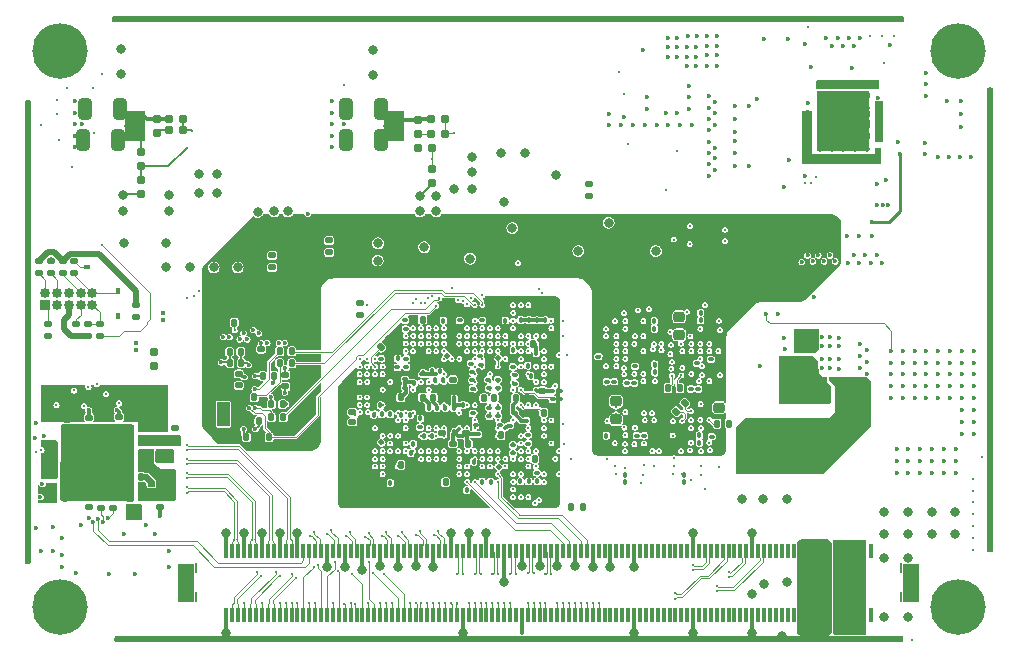
<source format=gbr>
%TF.GenerationSoftware,KiCad,Pcbnew,7.99.0-2419-g7f14b70ac3*%
%TF.CreationDate,2023-09-02T02:09:12+02:00*%
%TF.ProjectId,DQBSC,44514253-432e-46b6-9963-61645f706362,rev?*%
%TF.SameCoordinates,Original*%
%TF.FileFunction,Copper,L8,Bot*%
%TF.FilePolarity,Positive*%
%FSLAX46Y46*%
G04 Gerber Fmt 4.6, Leading zero omitted, Abs format (unit mm)*
G04 Created by KiCad (PCBNEW 7.99.0-2419-g7f14b70ac3) date 2023-09-02 02:09:12*
%MOMM*%
%LPD*%
G01*
G04 APERTURE LIST*
G04 Aperture macros list*
%AMRoundRect*
0 Rectangle with rounded corners*
0 $1 Rounding radius*
0 $2 $3 $4 $5 $6 $7 $8 $9 X,Y pos of 4 corners*
0 Add a 4 corners polygon primitive as box body*
4,1,4,$2,$3,$4,$5,$6,$7,$8,$9,$2,$3,0*
0 Add four circle primitives for the rounded corners*
1,1,$1+$1,$2,$3*
1,1,$1+$1,$4,$5*
1,1,$1+$1,$6,$7*
1,1,$1+$1,$8,$9*
0 Add four rect primitives between the rounded corners*
20,1,$1+$1,$2,$3,$4,$5,0*
20,1,$1+$1,$4,$5,$6,$7,0*
20,1,$1+$1,$6,$7,$8,$9,0*
20,1,$1+$1,$8,$9,$2,$3,0*%
G04 Aperture macros list end*
%TA.AperFunction,ComponentPad*%
%ADD10R,0.850000X0.850000*%
%TD*%
%TA.AperFunction,ComponentPad*%
%ADD11O,0.850000X0.850000*%
%TD*%
%TA.AperFunction,ComponentPad*%
%ADD12C,0.500000*%
%TD*%
%TA.AperFunction,SMDPad,CuDef*%
%ADD13R,1.800000X2.500000*%
%TD*%
%TA.AperFunction,ComponentPad*%
%ADD14C,3.100000*%
%TD*%
%TA.AperFunction,ConnectorPad*%
%ADD15C,4.700000*%
%TD*%
%TA.AperFunction,SMDPad,CuDef*%
%ADD16R,4.500000X5.200000*%
%TD*%
%TA.AperFunction,SMDPad,CuDef*%
%ADD17RoundRect,0.140000X-0.170000X0.140000X-0.170000X-0.140000X0.170000X-0.140000X0.170000X0.140000X0*%
%TD*%
%TA.AperFunction,SMDPad,CuDef*%
%ADD18RoundRect,0.135000X-0.135000X-0.185000X0.135000X-0.185000X0.135000X0.185000X-0.135000X0.185000X0*%
%TD*%
%TA.AperFunction,SMDPad,CuDef*%
%ADD19RoundRect,0.100000X0.130000X0.100000X-0.130000X0.100000X-0.130000X-0.100000X0.130000X-0.100000X0*%
%TD*%
%TA.AperFunction,SMDPad,CuDef*%
%ADD20RoundRect,0.135000X-0.185000X0.135000X-0.185000X-0.135000X0.185000X-0.135000X0.185000X0.135000X0*%
%TD*%
%TA.AperFunction,SMDPad,CuDef*%
%ADD21RoundRect,0.160000X-0.197500X-0.160000X0.197500X-0.160000X0.197500X0.160000X-0.197500X0.160000X0*%
%TD*%
%TA.AperFunction,SMDPad,CuDef*%
%ADD22RoundRect,0.140000X0.140000X0.170000X-0.140000X0.170000X-0.140000X-0.170000X0.140000X-0.170000X0*%
%TD*%
%TA.AperFunction,SMDPad,CuDef*%
%ADD23RoundRect,0.160000X0.197500X0.160000X-0.197500X0.160000X-0.197500X-0.160000X0.197500X-0.160000X0*%
%TD*%
%TA.AperFunction,SMDPad,CuDef*%
%ADD24RoundRect,0.100000X0.100000X-0.130000X0.100000X0.130000X-0.100000X0.130000X-0.100000X-0.130000X0*%
%TD*%
%TA.AperFunction,SMDPad,CuDef*%
%ADD25RoundRect,0.135000X0.135000X0.185000X-0.135000X0.185000X-0.135000X-0.185000X0.135000X-0.185000X0*%
%TD*%
%TA.AperFunction,SMDPad,CuDef*%
%ADD26RoundRect,0.140000X-0.140000X-0.170000X0.140000X-0.170000X0.140000X0.170000X-0.140000X0.170000X0*%
%TD*%
%TA.AperFunction,SMDPad,CuDef*%
%ADD27R,1.400000X3.300000*%
%TD*%
%TA.AperFunction,SMDPad,CuDef*%
%ADD28R,0.250000X0.850000*%
%TD*%
%TA.AperFunction,SMDPad,CuDef*%
%ADD29R,0.450000X1.200000*%
%TD*%
%TA.AperFunction,SMDPad,CuDef*%
%ADD30R,0.300000X1.200000*%
%TD*%
%TA.AperFunction,SMDPad,CuDef*%
%ADD31RoundRect,0.100000X-0.100000X0.130000X-0.100000X-0.130000X0.100000X-0.130000X0.100000X0.130000X0*%
%TD*%
%TA.AperFunction,SMDPad,CuDef*%
%ADD32RoundRect,0.100000X-0.130000X-0.100000X0.130000X-0.100000X0.130000X0.100000X-0.130000X0.100000X0*%
%TD*%
%TA.AperFunction,SMDPad,CuDef*%
%ADD33R,0.320000X0.360000*%
%TD*%
%TA.AperFunction,SMDPad,CuDef*%
%ADD34RoundRect,0.135000X0.185000X-0.135000X0.185000X0.135000X-0.185000X0.135000X-0.185000X-0.135000X0*%
%TD*%
%TA.AperFunction,SMDPad,CuDef*%
%ADD35RoundRect,0.140000X0.170000X-0.140000X0.170000X0.140000X-0.170000X0.140000X-0.170000X-0.140000X0*%
%TD*%
%TA.AperFunction,SMDPad,CuDef*%
%ADD36RoundRect,0.225000X-0.250000X0.225000X-0.250000X-0.225000X0.250000X-0.225000X0.250000X0.225000X0*%
%TD*%
%TA.AperFunction,SMDPad,CuDef*%
%ADD37RoundRect,0.250000X0.325000X0.650000X-0.325000X0.650000X-0.325000X-0.650000X0.325000X-0.650000X0*%
%TD*%
%TA.AperFunction,SMDPad,CuDef*%
%ADD38RoundRect,0.160000X-0.160000X0.197500X-0.160000X-0.197500X0.160000X-0.197500X0.160000X0.197500X0*%
%TD*%
%TA.AperFunction,SMDPad,CuDef*%
%ADD39RoundRect,0.218750X-0.256250X0.218750X-0.256250X-0.218750X0.256250X-0.218750X0.256250X0.218750X0*%
%TD*%
%TA.AperFunction,SMDPad,CuDef*%
%ADD40RoundRect,0.160000X0.160000X-0.197500X0.160000X0.197500X-0.160000X0.197500X-0.160000X-0.197500X0*%
%TD*%
%TA.AperFunction,SMDPad,CuDef*%
%ADD41RoundRect,0.250000X0.650000X-0.325000X0.650000X0.325000X-0.650000X0.325000X-0.650000X-0.325000X0*%
%TD*%
%TA.AperFunction,SMDPad,CuDef*%
%ADD42RoundRect,0.100000X-0.021213X-0.162635X0.162635X0.021213X0.021213X0.162635X-0.162635X-0.021213X0*%
%TD*%
%TA.AperFunction,SMDPad,CuDef*%
%ADD43R,0.600000X0.450000*%
%TD*%
%TA.AperFunction,SMDPad,CuDef*%
%ADD44RoundRect,0.250000X-0.650000X0.325000X-0.650000X-0.325000X0.650000X-0.325000X0.650000X0.325000X0*%
%TD*%
%TA.AperFunction,SMDPad,CuDef*%
%ADD45RoundRect,0.225000X0.250000X-0.225000X0.250000X0.225000X-0.250000X0.225000X-0.250000X-0.225000X0*%
%TD*%
%TA.AperFunction,SMDPad,CuDef*%
%ADD46RoundRect,0.100000X-0.162635X0.021213X0.021213X-0.162635X0.162635X-0.021213X-0.021213X0.162635X0*%
%TD*%
%TA.AperFunction,SMDPad,CuDef*%
%ADD47RoundRect,0.135000X0.035355X-0.226274X0.226274X-0.035355X-0.035355X0.226274X-0.226274X0.035355X0*%
%TD*%
%TA.AperFunction,SMDPad,CuDef*%
%ADD48R,0.450000X0.600000*%
%TD*%
%TA.AperFunction,SMDPad,CuDef*%
%ADD49R,0.360000X0.320000*%
%TD*%
%TA.AperFunction,SMDPad,CuDef*%
%ADD50RoundRect,0.100000X0.162635X-0.021213X-0.021213X0.162635X-0.162635X0.021213X0.021213X-0.162635X0*%
%TD*%
%TA.AperFunction,ViaPad*%
%ADD51C,0.300000*%
%TD*%
%TA.AperFunction,ViaPad*%
%ADD52C,0.800000*%
%TD*%
%TA.AperFunction,ViaPad*%
%ADD53C,0.360000*%
%TD*%
%TA.AperFunction,Conductor*%
%ADD54C,0.300000*%
%TD*%
%TA.AperFunction,Conductor*%
%ADD55C,0.350000*%
%TD*%
%TA.AperFunction,Conductor*%
%ADD56C,0.110000*%
%TD*%
%TA.AperFunction,Conductor*%
%ADD57C,0.200000*%
%TD*%
%TA.AperFunction,Conductor*%
%ADD58C,0.500000*%
%TD*%
%TA.AperFunction,Conductor*%
%ADD59C,0.100000*%
%TD*%
%TA.AperFunction,Conductor*%
%ADD60C,0.250000*%
%TD*%
G04 APERTURE END LIST*
D10*
%TO.P,J2,1,Pin_1*%
%TO.N,Net-(J2-Pin_1)*%
X60309281Y-102983614D03*
D11*
%TO.P,J2,2,Pin_2*%
%TO.N,JTAG_TMS*%
X60309281Y-101983614D03*
%TO.P,J2,3,Pin_3*%
%TO.N,GND*%
X61309281Y-102983614D03*
%TO.P,J2,4,Pin_4*%
%TO.N,JTAG_TCK*%
X61309281Y-101983614D03*
%TO.P,J2,5,Pin_5*%
%TO.N,GND*%
X62309281Y-102983614D03*
%TO.P,J2,6,Pin_6*%
%TO.N,JTAG_TDO*%
X62309281Y-101983614D03*
%TO.P,J2,7,Pin_7*%
%TO.N,Net-(J2-Pin_7)*%
X63309281Y-102983614D03*
%TO.P,J2,8,Pin_8*%
%TO.N,JTAG_TDI*%
X63309281Y-101983614D03*
%TO.P,J2,9,Pin_9*%
%TO.N,Net-(J2-Pin_9)*%
X64309281Y-102983614D03*
%TO.P,J2,10,Pin_10*%
%TO.N,Net-(D2-K)*%
X64309281Y-101983614D03*
%TD*%
D12*
%TO.P,U9,9,PAD*%
%TO.N,GND*%
X67245000Y-86845000D03*
X67245000Y-87845000D03*
X67245000Y-88845000D03*
D13*
X67895000Y-87845000D03*
D12*
X68545000Y-86845000D03*
X68545000Y-87845000D03*
X68545000Y-88845000D03*
%TD*%
D14*
%TO.P,H3,1,1*%
%TO.N,Net-(C4-Pad1)*%
X61565481Y-81545014D03*
D15*
X61565481Y-81545014D03*
%TD*%
D14*
%TO.P,H1,1,1*%
%TO.N,Net-(C3-Pad1)*%
X137565481Y-81545014D03*
D15*
X137565481Y-81545014D03*
%TD*%
D14*
%TO.P,H2,1,1*%
%TO.N,Net-(C5-Pad1)*%
X61565481Y-128545014D03*
D15*
X61565481Y-128545014D03*
%TD*%
D12*
%TO.P,U8,57,EPGND*%
%TO.N,GND*%
X125893462Y-85120028D03*
X125893462Y-86295028D03*
X125893462Y-87470028D03*
X125893462Y-88645028D03*
X125893462Y-89820028D03*
X126893462Y-85120028D03*
X126893462Y-86295028D03*
X126893462Y-87470028D03*
X126893462Y-88645028D03*
X126893462Y-89820028D03*
X127893462Y-85120028D03*
X127893462Y-86295028D03*
X127893462Y-87470028D03*
D16*
X127893462Y-87470028D03*
D12*
X127893462Y-88645028D03*
X127893462Y-89820028D03*
X128893462Y-85120028D03*
X128893462Y-86295028D03*
X128893462Y-87470028D03*
X128893462Y-88645028D03*
X128893462Y-89820028D03*
X129893462Y-85120028D03*
X129893462Y-86295028D03*
X129893462Y-87470028D03*
X129893462Y-88645028D03*
X129893462Y-89820028D03*
%TD*%
D14*
%TO.P,H4,1,1*%
%TO.N,Net-(C6-Pad1)*%
X137565481Y-128545014D03*
D15*
X137565481Y-128545014D03*
%TD*%
D12*
%TO.P,U10,9,PAD*%
%TO.N,GND*%
X89154000Y-86845000D03*
X89154000Y-87845000D03*
X89154000Y-88845000D03*
D13*
X89804000Y-87845000D03*
D12*
X90454000Y-86845000D03*
X90454000Y-87845000D03*
X90454000Y-88845000D03*
%TD*%
D17*
%TO.P,C104,1*%
%TO.N,VDD_GPU_0V9*%
X93893000Y-113869200D03*
%TO.P,C104,2*%
%TO.N,GND*%
X93893000Y-114829200D03*
%TD*%
D18*
%TO.P,R17,1*%
%TO.N,Net-(U4-NRST)*%
X80159481Y-107961014D03*
%TO.P,R17,2*%
%TO.N,SD1_nRST*%
X81179481Y-107961014D03*
%TD*%
D19*
%TO.P,C178,1*%
%TO.N,VDD_DRAM_0V9*%
X97913495Y-112433020D03*
%TO.P,C178,2*%
%TO.N,GND*%
X97273495Y-112433020D03*
%TD*%
D20*
%TO.P,R9,1*%
%TO.N,GND*%
X86320000Y-111080400D03*
%TO.P,R9,2*%
%TO.N,Net-(U1M-USB1_RESREF)*%
X86320000Y-112100400D03*
%TD*%
D21*
%TO.P,R20,1,1*%
%TO.N,Net-(C60-Pad1)*%
X70816000Y-88226000D03*
%TO.P,R20,2,2*%
%TO.N,Net-(U9-COMP)*%
X72011000Y-88226000D03*
%TD*%
D22*
%TO.P,C261,1*%
%TO.N,GND*%
X125873462Y-88557528D03*
%TO.P,C261,2*%
%TO.N,3.3V_SW*%
X124913462Y-88557528D03*
%TD*%
D23*
%TO.P,R35,1,1*%
%TO.N,Net-(U10-VSNS)*%
X93041000Y-89750000D03*
%TO.P,R35,2,2*%
%TO.N,GND*%
X91846000Y-89750000D03*
%TD*%
D24*
%TO.P,C347,1*%
%TO.N,GND*%
X101258715Y-104943790D03*
%TO.P,C347,2*%
%TO.N,NVCC_DRAM_1V1*%
X101258715Y-104303790D03*
%TD*%
D25*
%TO.P,R18,1*%
%TO.N,SD1_CMD*%
X79260000Y-114225000D03*
%TO.P,R18,2*%
%TO.N,VDD_1V8*%
X78240000Y-114225000D03*
%TD*%
D26*
%TO.P,C185,1*%
%TO.N,VDD_1V8*%
X77445000Y-112825000D03*
%TO.P,C185,2*%
%TO.N,GND*%
X78405000Y-112825000D03*
%TD*%
D19*
%TO.P,C172,1*%
%TO.N,VDD_DRAM_0V9*%
X99911205Y-115569920D03*
%TO.P,C172,2*%
%TO.N,GND*%
X99271205Y-115569920D03*
%TD*%
D17*
%TO.P,C266,1*%
%TO.N,GND*%
X129643462Y-89627528D03*
%TO.P,C266,2*%
%TO.N,3.3V_SW*%
X129643462Y-90587528D03*
%TD*%
D20*
%TO.P,R62,1,1*%
%TO.N,3.3V_SW_DELAYED*%
X84352481Y-97545014D03*
%TO.P,R62,2,2*%
%TO.N,Net-(U26-~{HOLD})*%
X84352481Y-98565014D03*
%TD*%
D24*
%TO.P,C131,1*%
%TO.N,VDD_GPU_0V9*%
X92068000Y-112619200D03*
%TO.P,C131,2*%
%TO.N,GND*%
X92068000Y-111979200D03*
%TD*%
%TO.P,C175,1*%
%TO.N,GND*%
X99921405Y-107494585D03*
%TO.P,C175,2*%
%TO.N,VDD_DRAM_0V9*%
X99921405Y-106854585D03*
%TD*%
D27*
%TO.P,J1,221*%
%TO.N,N/C*%
X133615481Y-126545014D03*
D28*
%TO.P,J1,221.1*%
X132790481Y-125320014D03*
%TO.P,J1,221.2*%
X132790481Y-127770014D03*
D27*
%TO.P,J1,222*%
X72215481Y-126545014D03*
D28*
%TO.P,J1,222.1*%
X73040481Y-125320014D03*
%TO.P,J1,222.2*%
X73040481Y-127770014D03*
D29*
%TO.P,J1,A1,GND(FIXED)*%
%TO.N,GND*%
X75590481Y-123845014D03*
D30*
%TO.P,J1,A2,GBE0_MDI3-*%
%TO.N,GBE0_MDI3_N*%
X76165481Y-123845014D03*
%TO.P,J1,A3,GBE0_MDI3+*%
%TO.N,GBE0_MDI3_P*%
X76665481Y-123845014D03*
%TO.P,J1,A4,GBE0_LINK100#*%
%TO.N,GND*%
X77165481Y-123845014D03*
%TO.P,J1,A5,GBE0_LINK1000#*%
%TO.N,GBE0_MDI2_N*%
X77665481Y-123845014D03*
%TO.P,J1,A6,GBE0_MDI2-*%
%TO.N,GBE0_MDI2_P*%
X78165481Y-123845014D03*
%TO.P,J1,A7,GBE0_MDI2+*%
%TO.N,GND*%
X78665481Y-123845014D03*
%TO.P,J1,A8,GBE0_LINK#*%
%TO.N,GBE0_MDI1_N*%
X79165481Y-123845014D03*
%TO.P,J1,A9,GBE0_MDI1-*%
%TO.N,GBE0_MDI1_P*%
X79665481Y-123845014D03*
%TO.P,J1,A10,GBE0_MDI1+*%
%TO.N,GND*%
X80165481Y-123845014D03*
%TO.P,J1,A11,GND(FIXED)*%
%TO.N,GBE0_MDI0_N*%
X80665481Y-123845014D03*
%TO.P,J1,A12,GBE0_MDI0-*%
%TO.N,GBE0_MDI0_P*%
X81165481Y-123845014D03*
%TO.P,J1,A13,GBE0_MDI0+*%
%TO.N,GND*%
X81665481Y-123845014D03*
%TO.P,J1,A14,GBE0_CTREF_(\u002A)*%
%TO.N,/IO/LED0*%
X82165481Y-123845014D03*
%TO.P,J1,A15,SUS_S3#*%
%TO.N,/IO/LED1*%
X82665481Y-123845014D03*
%TO.P,J1,A16,SATA0_TX+*%
%TO.N,DSI_D2_N*%
X83165481Y-123845014D03*
%TO.P,J1,A17,SATA0_TX-*%
%TO.N,DSI_D2_P*%
X83665481Y-123845014D03*
%TO.P,J1,A18,SUS_S4#*%
%TO.N,GND*%
X84165481Y-123845014D03*
%TO.P,J1,A19,SATA0_RX+*%
%TO.N,DSI_D0_N*%
X84665481Y-123845014D03*
%TO.P,J1,A20,SATA0_RX-*%
%TO.N,DSI_D0_P*%
X85165481Y-123845014D03*
%TO.P,J1,A21,GND(FIXED)*%
%TO.N,GND*%
X85665481Y-123845014D03*
%TO.P,J1,A22,USB_SSRX0-*%
%TO.N,DSI_D1_N*%
X86165481Y-123845014D03*
%TO.P,J1,A23,USB_SSRX0+*%
%TO.N,DSI_D1_P*%
X86665481Y-123845014D03*
%TO.P,J1,A24,SUS_S5#*%
%TO.N,GND*%
X87165481Y-123845014D03*
%TO.P,J1,A25,USB_SSRX1-_(\u002A)*%
%TO.N,DSI_D3_N*%
X87665481Y-123845014D03*
%TO.P,J1,A26,USB_SSRX1+_(\u002A)*%
%TO.N,DSI_D3_P*%
X88165481Y-123845014D03*
%TO.P,J1,A27,BATLOW#*%
%TO.N,GND*%
X88665481Y-123845014D03*
%TO.P,J1,A28,(S)ATA_ACT#*%
%TO.N,DSI_CLK_N*%
X89165481Y-123845014D03*
%TO.P,J1,A29,AC/HDA_SYNC_(\u002A\u002A)*%
%TO.N,DSI_CLK_P*%
X89665481Y-123845014D03*
%TO.P,J1,A30,AC/HDA_RST#_*%
%TO.N,GND*%
X90165481Y-123845014D03*
%TO.P,J1,A31,GND(FIXED)*%
%TO.N,USB1_DP*%
X90665481Y-123845014D03*
%TO.P,J1,A32,AC/HDA_BITCLK_(\u002A\u002A)*%
%TO.N,USB1_DN*%
X91165481Y-123845014D03*
%TO.P,J1,A33,AC/HDA_SDOUT_(\u002A\u002A)*%
%TO.N,GND*%
X91665481Y-123845014D03*
%TO.P,J1,A34,BIOS_DIS0#*%
%TO.N,USB1_TX_P*%
X92165481Y-123845014D03*
%TO.P,J1,A35,THRMTRIP#*%
%TO.N,USB1_TX_N*%
X92665481Y-123845014D03*
%TO.P,J1,A36,USB6-*%
%TO.N,GND*%
X93165481Y-123845014D03*
%TO.P,J1,A37,USB6+*%
%TO.N,USB1_RX_P*%
X93665481Y-123845014D03*
%TO.P,J1,A38,USB1_VBUS*%
%TO.N,USB1_RX_N*%
X94165481Y-123845014D03*
%TO.P,J1,A39,USB1_RX_N*%
%TO.N,GND*%
X94665481Y-123845014D03*
%TO.P,J1,A40,USB1_RX_P*%
%TO.N,HDMI_TX3_N*%
X95165481Y-123845014D03*
%TO.P,J1,A41,GND(FIXED)*%
%TO.N,HDMI_TX3_P*%
X95665481Y-123845014D03*
%TO.P,J1,A42,USB1_TX_N*%
%TO.N,GND*%
X96165481Y-123845014D03*
%TO.P,J1,A43,USB1_TX_P*%
%TO.N,HDMI_TX2_P*%
X96665481Y-123845014D03*
%TO.P,J1,A44,GND(FIXED)*%
%TO.N,HDMI_TX2_N*%
X97165481Y-123845014D03*
%TO.P,J1,A45,USB1_DN*%
%TO.N,GND*%
X97665481Y-123845014D03*
%TO.P,J1,A46,USB1_DP*%
%TO.N,HDMI_REFCLK_N*%
X98165481Y-123845014D03*
%TO.P,J1,A47,VCC_RTC*%
%TO.N,HDMI_REFCLK_P*%
X98665481Y-123845014D03*
%TO.P,J1,A48,EXCD0_PERST#*%
%TO.N,GND*%
X99165481Y-123845014D03*
%TO.P,J1,A49,EXCD0_CPPE#*%
%TO.N,HDMI_TX0_P*%
X99665481Y-123845014D03*
%TO.P,J1,A50,LPC_SERIRQ_(\u002A\u002A)*%
%TO.N,HDMI_TX0_N*%
X100165481Y-123845014D03*
%TO.P,J1,A51,GND(FIXED)*%
%TO.N,GND*%
X100665481Y-123845014D03*
%TO.P,J1,A52,RSVD*%
%TO.N,HDMI_TX1_N*%
X101165481Y-123845014D03*
%TO.P,J1,A53,RSVD*%
%TO.N,HDMI_TX1_P*%
X101665481Y-123845014D03*
%TO.P,J1,A54,GPI0*%
%TO.N,GND*%
X102165481Y-123845014D03*
%TO.P,J1,A55,RSVD*%
%TO.N,HDMI_AUX_P*%
X102665481Y-123845014D03*
%TO.P,J1,A56,RSVD*%
%TO.N,HDMI_AUX_N*%
X103165481Y-123845014D03*
%TO.P,J1,A57,GND*%
%TO.N,GND*%
X103665481Y-123845014D03*
%TO.P,J1,A58,PCIE_TX3+*%
%TO.N,HDMI_SDA*%
X104165481Y-123845014D03*
%TO.P,J1,A59,PCIE_TX3-*%
%TO.N,HDMI_SCL*%
X104665481Y-123845014D03*
%TO.P,J1,A60,GND(FIXED)*%
%TO.N,GND*%
X105165481Y-123845014D03*
%TO.P,J1,A61,PCIE_TX2+*%
%TO.N,HDMI_HDP*%
X105665481Y-123845014D03*
%TO.P,J1,A62,PCIE_TX2-*%
%TO.N,HDMI_CEC*%
X106165481Y-123845014D03*
%TO.P,J1,A63,GPI1*%
%TO.N,GND*%
X106665481Y-123845014D03*
%TO.P,J1,A64,PCIE_TX1+*%
%TO.N,unconnected-(J1-PCIE_TX1+-PadA64)*%
X107165481Y-123845014D03*
%TO.P,J1,A65,PCIE_TX1-*%
%TO.N,unconnected-(J1-PCIE_TX1--PadA65)*%
X107665481Y-123845014D03*
%TO.P,J1,A66,GND*%
%TO.N,GND*%
X108165481Y-123845014D03*
%TO.P,J1,A67,GPI2*%
%TO.N,unconnected-(J1-GPI2-PadA67)*%
X108665481Y-123845014D03*
%TO.P,J1,A68,PCIE_TX0+*%
%TO.N,unconnected-(J1-PCIE_TX0+-PadA68)*%
X109165481Y-123845014D03*
%TO.P,J1,A69,PCIE_TX0-*%
%TO.N,unconnected-(J1-PCIE_TX0--PadA69)*%
X109665481Y-123845014D03*
%TO.P,J1,A70,GND(FIXED)*%
%TO.N,GND*%
X110165481Y-123845014D03*
%TO.P,J1,A71,eDP_TX2+/LVDS_A0+*%
%TO.N,unconnected-(J1-eDP_TX2+{slash}LVDS_A0+-PadA71)*%
X110665481Y-123845014D03*
%TO.P,J1,A72,eDP_TX2-/LVDS_A0-*%
%TO.N,unconnected-(J1-eDP_TX2-{slash}LVDS_A0--PadA72)*%
X111165481Y-123845014D03*
%TO.P,J1,A73,eDP_TX1+/LVDS_A1+*%
%TO.N,unconnected-(J1-eDP_TX1+{slash}LVDS_A1+-PadA73)*%
X111665481Y-123845014D03*
%TO.P,J1,A74,eDP_TX1-/LVDS_A1-*%
%TO.N,unconnected-(J1-eDP_TX1-{slash}LVDS_A1--PadA74)*%
X112165481Y-123845014D03*
%TO.P,J1,A75,eDP_TX0+/LVDS_A2+*%
%TO.N,unconnected-(J1-eDP_TX0+{slash}LVDS_A2+-PadA75)*%
X112665481Y-123845014D03*
%TO.P,J1,A76,eDP_TX0-/LVDS_A2-*%
%TO.N,unconnected-(J1-eDP_TX0-{slash}LVDS_A2--PadA76)*%
X113165481Y-123845014D03*
%TO.P,J1,A77,eDP/LVDS_VDD_EN*%
%TO.N,unconnected-(J1-eDP{slash}LVDS_VDD_EN-PadA77)*%
X113665481Y-123845014D03*
%TO.P,J1,A78,LVDS_A3+*%
%TO.N,unconnected-(J1-LVDS_A3+-PadA78)*%
X114165481Y-123845014D03*
%TO.P,J1,A79,LVDS_A3-*%
%TO.N,unconnected-(J1-LVDS_A3--PadA79)*%
X114665481Y-123845014D03*
%TO.P,J1,A80,GND(FIXED)*%
%TO.N,GND*%
X115165481Y-123845014D03*
%TO.P,J1,A81,eDP_TX3+/LVDS_A_CK+*%
%TO.N,unconnected-(J1-eDP_TX3+{slash}LVDS_A_CK+-PadA81)*%
X115665481Y-123845014D03*
%TO.P,J1,A82,eDP_TX3-/LVDS_A_CK-*%
%TO.N,unconnected-(J1-eDP_TX3-{slash}LVDS_A_CK--PadA82)*%
X116165481Y-123845014D03*
%TO.P,J1,A83,eDP_AUX+/LVDS_I2C_CK*%
%TO.N,unconnected-(J1-eDP_AUX+{slash}LVDS_I2C_CK-PadA83)*%
X116665481Y-123845014D03*
%TO.P,J1,A84,eDP_AUX-/LVDS_I2C_DAT*%
%TO.N,GND*%
X117165481Y-123845014D03*
%TO.P,J1,A85,GPI3*%
%TO.N,unconnected-(J1-GPI3-PadA85)*%
X117665481Y-123845014D03*
%TO.P,J1,A86,RSVD*%
%TO.N,unconnected-(J1-RSVD-PadA86)*%
X118165481Y-123845014D03*
%TO.P,J1,A87,eDP_HPD*%
%TO.N,GND*%
X118665481Y-123845014D03*
%TO.P,J1,A88,PCIE_CLK_REF+*%
%TO.N,unconnected-(J1-PCIE_CLK_REF+-PadA88)*%
X119165481Y-123845014D03*
%TO.P,J1,A89,PCIE_CLK_REF-*%
%TO.N,unconnected-(J1-PCIE_CLK_REF--PadA89)*%
X119665481Y-123845014D03*
%TO.P,J1,A90,GND(FIXED)*%
%TO.N,GND*%
X120165481Y-123845014D03*
%TO.P,J1,A91,SPI_POWER*%
%TO.N,unconnected-(J1-SPI_POWER-PadA91)*%
X120665481Y-123845014D03*
%TO.P,J1,A92,SPI_MISO_(\u002A\u002A)*%
%TO.N,unconnected-(J1-SPI_MISO_(\u002A\u002A)-PadA92)*%
X121165481Y-123845014D03*
%TO.P,J1,A93,GPO0*%
%TO.N,GND*%
X121665481Y-123845014D03*
%TO.P,J1,A94,SPI_CLK_(\u002A\u002A)*%
%TO.N,unconnected-(J1-SPI_CLK_(\u002A\u002A)-PadA94)*%
X122165481Y-123845014D03*
%TO.P,J1,A95,SPI_MOSI_(\u002A\u002A)*%
%TO.N,unconnected-(J1-SPI_MOSI_(\u002A\u002A)-PadA95)*%
X122665481Y-123845014D03*
%TO.P,J1,A96,TPM_PP_(\u002A)*%
%TO.N,GND*%
X123165481Y-123845014D03*
%TO.P,J1,A97,TYPE10#*%
%TO.N,unconnected-(J1-TYPE10#-PadA97)*%
X123665481Y-123845014D03*
%TO.P,J1,A98,SER0_TX_(\u002A\u002A)*%
%TO.N,GND*%
X124165481Y-123845014D03*
%TO.P,J1,A99,SER0_RX_(\u002A\u002A)*%
X124665481Y-123845014D03*
%TO.P,J1,A100,GND(FIXED)*%
X125165481Y-123845014D03*
%TO.P,J1,A101,SER1_TX_(\u002A\u002A)*%
X125665481Y-123845014D03*
%TO.P,J1,A102,SER1_RX_(\u002A\u002A)*%
X126165481Y-123845014D03*
%TO.P,J1,A103,LID#*%
X126665481Y-123845014D03*
%TO.P,J1,A104,VCC_12V*%
%TO.N,VIN*%
X127165481Y-123845014D03*
%TO.P,J1,A105,VCC_12V*%
X127665481Y-123845014D03*
%TO.P,J1,A106,VCC_12V*%
X128165481Y-123845014D03*
%TO.P,J1,A107,VCC_12V*%
X128665481Y-123845014D03*
%TO.P,J1,A108,VCC_12V*%
X129165481Y-123845014D03*
%TO.P,J1,A109,VCC_12V*%
X129665481Y-123845014D03*
D29*
%TO.P,J1,A110,GND(FIXED)*%
%TO.N,GND*%
X130240481Y-123845014D03*
%TO.P,J1,B1,GND(FIXED)*%
X75590481Y-129245014D03*
D30*
%TO.P,J1,B2,GBE0_ACT#*%
%TO.N,USB2_DP*%
X76165481Y-129245014D03*
%TO.P,J1,B3,SPI0_NCS0*%
%TO.N,USB2_DN*%
X76665481Y-129245014D03*
%TO.P,J1,B4,SPI0_IO0*%
%TO.N,GND*%
X77165481Y-129245014D03*
%TO.P,J1,B5,SPI0_IO1*%
%TO.N,USB2_TX_P*%
X77665481Y-129245014D03*
%TO.P,J1,B6,SPI0_IO2*%
%TO.N,USB2_TX_N*%
X78165481Y-129245014D03*
%TO.P,J1,B7,SPI0_IO3*%
%TO.N,GND*%
X78665481Y-129245014D03*
%TO.P,J1,B8,LPC_DRQ0#_(\u002A)*%
%TO.N,USB2_RX_P*%
X79165481Y-129245014D03*
%TO.P,J1,B9,LPC_DRQ1#_(\u002A)*%
%TO.N,USB2_RX_N*%
X79665481Y-129245014D03*
%TO.P,J1,B10,LPC_CLK*%
%TO.N,GND*%
X80165481Y-129245014D03*
%TO.P,J1,B11,GND(FIXED)*%
%TO.N,USB2_ID1*%
X80665481Y-129245014D03*
%TO.P,J1,B12,PWRBTN#*%
%TO.N,USB2_VBUS*%
X81165481Y-129245014D03*
%TO.P,J1,B13,SMB_CK*%
%TO.N,GND*%
X81665481Y-129245014D03*
%TO.P,J1,B14,SMB_DAT*%
%TO.N,UART1_TXD*%
X82165481Y-129245014D03*
%TO.P,J1,B15,SMB_ALERT#*%
%TO.N,UART1_RXD*%
X82665481Y-129245014D03*
%TO.P,J1,B16,SATA1_TX+*%
%TO.N,GND*%
X83165481Y-129245014D03*
%TO.P,J1,B17,SATA1_TX-*%
%TO.N,UART3_TXD*%
X83665481Y-129245014D03*
%TO.P,J1,B18,SUS_STAT#*%
%TO.N,UART3_RXD*%
X84165481Y-129245014D03*
%TO.P,J1,B19,SATA1_RX+*%
%TO.N,GND*%
X84665481Y-129245014D03*
%TO.P,J1,B20,SATA1_RX-*%
%TO.N,UART2_RXD*%
X85165481Y-129245014D03*
%TO.P,J1,B21,GND(FIXED)*%
%TO.N,UART2_TXD*%
X85665481Y-129245014D03*
%TO.P,J1,B22,USB_SSTX0-*%
%TO.N,GND*%
X86165481Y-129245014D03*
%TO.P,J1,B23,USB_SSTX0+*%
%TO.N,SPI2_SCLK*%
X86665481Y-129245014D03*
%TO.P,J1,B24,PWR_OK*%
%TO.N,SPI2_SSO*%
X87165481Y-129245014D03*
%TO.P,J1,B25,USB_SSTX1-_(\u002A)*%
%TO.N,SPI2_MOSI*%
X87665481Y-129245014D03*
%TO.P,J1,B26,USB_SSTX1+_(\u002A)*%
%TO.N,SPI2_MISO*%
X88165481Y-129245014D03*
%TO.P,J1,B27,WDT*%
%TO.N,GND*%
X88665481Y-129245014D03*
%TO.P,J1,B28,AC/HDA_SDIN2_(\u002A)*%
%TO.N,SPI1_SCLK*%
X89165481Y-129245014D03*
%TO.P,J1,B29,AC/HDA_SDIN1_(\u002A)*%
%TO.N,SPI1_SSO*%
X89665481Y-129245014D03*
%TO.P,J1,B30,AC/HDA_SDIN0_(\u002A\u002A)*%
%TO.N,SPI1_MOSI*%
X90165481Y-129245014D03*
%TO.P,J1,B31,GND(FIXED)*%
%TO.N,SPI1_MISO*%
X90665481Y-129245014D03*
%TO.P,J1,B32,SPKR*%
%TO.N,GND*%
X91165481Y-129245014D03*
%TO.P,J1,B33,I2C_CK*%
%TO.N,PCIE2_TXN*%
X91665481Y-129245014D03*
%TO.P,J1,B34,I2C_DAT*%
%TO.N,PCIE2_TXP*%
X92165481Y-129245014D03*
%TO.P,J1,B35,THRM#*%
%TO.N,GND*%
X92665481Y-129245014D03*
%TO.P,J1,B36,USB7-_(\u002A)*%
%TO.N,PCIE2_RXN*%
X93165481Y-129245014D03*
%TO.P,J1,B37,USB7+_(\u002A)*%
%TO.N,PCIE2_RXP*%
X93665481Y-129245014D03*
%TO.P,J1,B38,USB_4_5_OC#*%
%TO.N,GND*%
X94165481Y-129245014D03*
%TO.P,J1,B39,USB5-*%
%TO.N,PCIE2_REF_CLKN*%
X94665481Y-129245014D03*
%TO.P,J1,B40,USB5+*%
%TO.N,PCIE2_REF_CLKP*%
X95165481Y-129245014D03*
%TO.P,J1,B41,GND(FIXED)*%
%TO.N,GND*%
X95665481Y-129245014D03*
%TO.P,J1,B42,USB3-*%
%TO.N,PCIE1_TXN*%
X96165481Y-129245014D03*
%TO.P,J1,B43,USB3+*%
%TO.N,PCIE1_TXP*%
X96665481Y-129245014D03*
%TO.P,J1,B44,USB_0_1_OC#*%
%TO.N,GND*%
X97165481Y-129245014D03*
%TO.P,J1,B45,USB1-*%
%TO.N,PCIE1_RXP*%
X97665481Y-129245014D03*
%TO.P,J1,B46,USB1+*%
%TO.N,PCIE1_RXN*%
X98165481Y-129245014D03*
%TO.P,J1,B47,EXCD1_PERST#*%
%TO.N,GND*%
X98665481Y-129245014D03*
%TO.P,J1,B48,EXCD1_CPPE#*%
%TO.N,PCIE1_REF_CLKN*%
X99165481Y-129245014D03*
%TO.P,J1,B49,SYS_RESET#*%
%TO.N,PCIE1_REF_CLKP*%
X99665481Y-129245014D03*
%TO.P,J1,B50,CB_RESET#*%
%TO.N,GND*%
X100165481Y-129245014D03*
%TO.P,J1,B51,GND(FIXED)*%
%TO.N,unconnected-(J1-GND(FIXED)-PadB51)*%
X100665481Y-129245014D03*
%TO.P,J1,B52,RSVD*%
%TO.N,unconnected-(J1-RSVD-PadB52)*%
X101165481Y-129245014D03*
%TO.P,J1,B53,RSVD*%
%TO.N,GND*%
X101665481Y-129245014D03*
%TO.P,J1,B54,GPO1*%
%TO.N,unconnected-(J1-GPO1-PadB54)*%
X102165481Y-129245014D03*
%TO.P,J1,B55,RSVD*%
%TO.N,unconnected-(J1-RSVD-PadB55)*%
X102665481Y-129245014D03*
%TO.P,J1,B56,RSVD*%
%TO.N,GND*%
X103165481Y-129245014D03*
%TO.P,J1,B57,GPO2*%
%TO.N,unconnected-(J1-GPO2-PadB57)*%
X103665481Y-129245014D03*
%TO.P,J1,B58,PCIE_RX3+*%
%TO.N,unconnected-(J1-PCIE_RX3+-PadB58)*%
X104165481Y-129245014D03*
%TO.P,J1,B59,PCIE_RX3-*%
%TO.N,GND*%
X104665481Y-129245014D03*
%TO.P,J1,B60,GND(FIXED)*%
%TO.N,unconnected-(J1-GND(FIXED)-PadB60)*%
X105165481Y-129245014D03*
%TO.P,J1,B61,PCIE_RX2+*%
%TO.N,unconnected-(J1-PCIE_RX2+-PadB61)*%
X105665481Y-129245014D03*
%TO.P,J1,B62,PCIE_RX2-*%
%TO.N,GND*%
X106165481Y-129245014D03*
%TO.P,J1,B63,GPO3*%
%TO.N,unconnected-(J1-GPO3-PadB63)*%
X106665481Y-129245014D03*
%TO.P,J1,B64,PCIE_RX1+*%
%TO.N,unconnected-(J1-PCIE_RX1+-PadB64)*%
X107165481Y-129245014D03*
%TO.P,J1,B65,PCIE_RX1-*%
%TO.N,GND*%
X107665481Y-129245014D03*
%TO.P,J1,B66,WAKE0#*%
%TO.N,unconnected-(J1-WAKE0#-PadB66)*%
X108165481Y-129245014D03*
%TO.P,J1,B67,WAKE1#_(\u002A\u002A)*%
%TO.N,unconnected-(J1-WAKE1#_(\u002A\u002A)-PadB67)*%
X108665481Y-129245014D03*
%TO.P,J1,B68,PCIE_RX0+*%
%TO.N,unconnected-(J1-PCIE_RX0+-PadB68)*%
X109165481Y-129245014D03*
%TO.P,J1,B69,PCIE_RX0-*%
%TO.N,unconnected-(J1-PCIE_RX0--PadB69)*%
X109665481Y-129245014D03*
%TO.P,J1,B70,GND(FIXED)*%
%TO.N,GND*%
X110165481Y-129245014D03*
%TO.P,J1,B71,DDI0_PAIR0+*%
%TO.N,unconnected-(J1-DDI0_PAIR0+-PadB71)*%
X110665481Y-129245014D03*
%TO.P,J1,B72,DDI0_PAIR0-*%
%TO.N,unconnected-(J1-DDI0_PAIR0--PadB72)*%
X111165481Y-129245014D03*
%TO.P,J1,B73,DDI0_PAIR1+*%
%TO.N,unconnected-(J1-DDI0_PAIR1+-PadB73)*%
X111665481Y-129245014D03*
%TO.P,J1,B74,DDI0_PAIR1-*%
%TO.N,unconnected-(J1-DDI0_PAIR1--PadB74)*%
X112165481Y-129245014D03*
%TO.P,J1,B75,DDI0_PAIR2+*%
%TO.N,unconnected-(J1-DDI0_PAIR2+-PadB75)*%
X112665481Y-129245014D03*
%TO.P,J1,B76,DDI0_PAIR2-*%
%TO.N,unconnected-(J1-DDI0_PAIR2--PadB76)*%
X113165481Y-129245014D03*
%TO.P,J1,B77,DDI0_PAIR4+_(\u002A)*%
%TO.N,unconnected-(J1-DDI0_PAIR4+_(\u002A)-PadB77)*%
X113665481Y-129245014D03*
%TO.P,J1,B78,DDI0_PAIR4-_(\u002A)*%
%TO.N,unconnected-(J1-DDI0_PAIR4-_(\u002A)-PadB78)*%
X114165481Y-129245014D03*
%TO.P,J1,B79,eDP/LVDS_BKLT_EN*%
%TO.N,unconnected-(J1-eDP{slash}LVDS_BKLT_EN-PadB79)*%
X114665481Y-129245014D03*
%TO.P,J1,B80,GND(FIXED)*%
%TO.N,GND*%
X115165481Y-129245014D03*
%TO.P,J1,B81,DDI0_PAIR3+*%
%TO.N,unconnected-(J1-DDI0_PAIR3+-PadB81)*%
X115665481Y-129245014D03*
%TO.P,J1,B82,DDI0_PAIR3-*%
%TO.N,unconnected-(J1-DDI0_PAIR3--PadB82)*%
X116165481Y-129245014D03*
%TO.P,J1,B83,eDP/LVDS_BKLT_CTRL*%
%TO.N,unconnected-(J1-eDP{slash}LVDS_BKLT_CTRL-PadB83)*%
X116665481Y-129245014D03*
%TO.P,J1,B84,VCC_5V_SBY*%
%TO.N,Net-(J1-VCC_5V_SBY-PadB84)*%
X117165481Y-129245014D03*
%TO.P,J1,B85,VCC_5V_SBY*%
X117665481Y-129245014D03*
%TO.P,J1,B86,VCC_5V_SBY*%
X118165481Y-129245014D03*
%TO.P,J1,B87,VCC_5V_SBY*%
X118665481Y-129245014D03*
%TO.P,J1,B88,BIOS_DIS1#*%
%TO.N,unconnected-(J1-BIOS_DIS1#-PadB88)*%
X119165481Y-129245014D03*
%TO.P,J1,B89,DD0_HPD*%
%TO.N,unconnected-(J1-DD0_HPD-PadB89)*%
X119665481Y-129245014D03*
%TO.P,J1,B90,GND(FIXED)*%
%TO.N,GND*%
X120165481Y-129245014D03*
%TO.P,J1,B91,DDI0_PAIR5+_(\u002A)*%
%TO.N,unconnected-(J1-DDI0_PAIR5+_(\u002A)-PadB91)*%
X120665481Y-129245014D03*
%TO.P,J1,B92,DDI0_PAIR5-_(\u002A)*%
%TO.N,unconnected-(J1-DDI0_PAIR5-_(\u002A)-PadB92)*%
X121165481Y-129245014D03*
%TO.P,J1,B93,DDI0_PAIR6+_(\u002A)*%
%TO.N,unconnected-(J1-DDI0_PAIR6+_(\u002A)-PadB93)*%
X121665481Y-129245014D03*
%TO.P,J1,B94,DDI0_PAIR6-_(\u002A)*%
%TO.N,unconnected-(J1-DDI0_PAIR6-_(\u002A)-PadB94)*%
X122165481Y-129245014D03*
%TO.P,J1,B95,DDI0_DDC_AUX_SEL*%
%TO.N,unconnected-(J1-DDI0_DDC_AUX_SEL-PadB95)*%
X122665481Y-129245014D03*
%TO.P,J1,B96,RSVD*%
%TO.N,unconnected-(J1-RSVD-PadB96)*%
X123165481Y-129245014D03*
%TO.P,J1,B97,SPI_CS#_(\u002A\u002A)*%
%TO.N,unconnected-(J1-SPI_CS#_(\u002A\u002A)-PadB97)*%
X123665481Y-129245014D03*
%TO.P,J1,B98,DDI0_CTRLCLK_AUX+*%
%TO.N,GND*%
X124165481Y-129245014D03*
%TO.P,J1,B99,DDI0_CTRLDATA_AUX-*%
X124665481Y-129245014D03*
%TO.P,J1,B100,GND(FIXED)*%
X125165481Y-129245014D03*
%TO.P,J1,B101,FAN_PWMOUT*%
X125665481Y-129245014D03*
%TO.P,J1,B102,FAN_TACHIN*%
X126165481Y-129245014D03*
%TO.P,J1,B103,SLEEP#*%
X126665481Y-129245014D03*
%TO.P,J1,B104,VCC_12V*%
%TO.N,VIN*%
X127165481Y-129245014D03*
%TO.P,J1,B105,VCC_12V*%
X127665481Y-129245014D03*
%TO.P,J1,B106,VCC_12V*%
X128165481Y-129245014D03*
%TO.P,J1,B107,VCC_12V*%
X128665481Y-129245014D03*
%TO.P,J1,B108,VCC_12V*%
X129165481Y-129245014D03*
%TO.P,J1,B109,VCC_12V*%
X129665481Y-129245014D03*
D29*
%TO.P,J1,B110,GND(FIXED)*%
%TO.N,GND*%
X130240481Y-129245014D03*
%TD*%
D24*
%TO.P,C206,1*%
%TO.N,NVCC_DRAM_1V1*%
X101167910Y-108138475D03*
%TO.P,C206,2*%
%TO.N,GND*%
X101167910Y-107498475D03*
%TD*%
D20*
%TO.P,R3,1*%
%TO.N,Net-(U1K-PCIE2_RESREF)*%
X86920000Y-102845400D03*
%TO.P,R3,2*%
%TO.N,GND*%
X86920000Y-103865400D03*
%TD*%
D22*
%TO.P,C310,1*%
%TO.N,/IO/ENET_2.5V_A*%
X68395481Y-115645014D03*
%TO.P,C310,2*%
%TO.N,GND*%
X67435481Y-115645014D03*
%TD*%
D31*
%TO.P,C169,1*%
%TO.N,VDD_GPU_0V9*%
X93068000Y-114104200D03*
%TO.P,C169,2*%
%TO.N,GND*%
X93068000Y-114744200D03*
%TD*%
D32*
%TO.P,C246,1*%
%TO.N,GND*%
X95855921Y-110113683D03*
%TO.P,C246,2*%
%TO.N,VDD_SOC_0V9*%
X96495921Y-110113683D03*
%TD*%
D19*
%TO.P,C366,1*%
%TO.N,GND*%
X91535481Y-107545014D03*
%TO.P,C366,2*%
%TO.N,VDD_PHY_0V9*%
X90895481Y-107545014D03*
%TD*%
D33*
%TO.P,C357,1,1*%
%TO.N,3.3V_SW_DELAYED*%
X68015481Y-106245014D03*
%TO.P,C357,2,2*%
%TO.N,GND*%
X68015481Y-106805014D03*
%TD*%
D19*
%TO.P,C173,1*%
%TO.N,GND*%
X100695430Y-108982430D03*
%TO.P,C173,2*%
%TO.N,VDD_DRAM_0V9*%
X100055430Y-108982430D03*
%TD*%
D34*
%TO.P,R47,1,1*%
%TO.N,Net-(U5-REFCLK_SEL_0)*%
X66043462Y-120180028D03*
%TO.P,R47,2,2*%
%TO.N,GND*%
X66043462Y-119160028D03*
%TD*%
%TO.P,R76,1,1*%
%TO.N,3.3V_SW*%
X60565481Y-105653614D03*
%TO.P,R76,2,2*%
%TO.N,Net-(J2-Pin_1)*%
X60565481Y-104633614D03*
%TD*%
D35*
%TO.P,C268,1*%
%TO.N,GND*%
X129793462Y-85350028D03*
%TO.P,C268,2*%
%TO.N,3.3V_SW*%
X129793462Y-84390028D03*
%TD*%
D32*
%TO.P,C352,1*%
%TO.N,GND*%
X90175481Y-105045014D03*
%TO.P,C352,2*%
%TO.N,VDD_PHY_0V9*%
X90815481Y-105045014D03*
%TD*%
%TO.P,C207,1*%
%TO.N,GND*%
X101285425Y-117212665D03*
%TO.P,C207,2*%
%TO.N,NVCC_DRAM_1V1*%
X101925425Y-117212665D03*
%TD*%
D26*
%TO.P,C339,1*%
%TO.N,NVCC_ENET_2V5*%
X61010481Y-114920014D03*
%TO.P,C339,2*%
%TO.N,GND*%
X61970481Y-114920014D03*
%TD*%
D19*
%TO.P,C201,1*%
%TO.N,GND*%
X101826365Y-114026235D03*
%TO.P,C201,2*%
%TO.N,NVCC_DRAM_1V1*%
X101186365Y-114026235D03*
%TD*%
D36*
%TO.P,C302,1*%
%TO.N,NVCC_DRAM_1V1*%
X108637513Y-111151881D03*
%TO.P,C302,2*%
%TO.N,GND*%
X108637513Y-112701881D03*
%TD*%
D32*
%TO.P,C362,1*%
%TO.N,GND*%
X89495481Y-108295014D03*
%TO.P,C362,2*%
%TO.N,VDD_PHY_0V9*%
X90135481Y-108295014D03*
%TD*%
D24*
%TO.P,C348,1*%
%TO.N,GND*%
X100557040Y-104943790D03*
%TO.P,C348,2*%
%TO.N,NVCC_DRAM_1V1*%
X100557040Y-104303790D03*
%TD*%
%TO.P,C181,1*%
%TO.N,GND*%
X94191800Y-112362632D03*
%TO.P,C181,2*%
%TO.N,VDD_SOC_0V9*%
X94191800Y-111722632D03*
%TD*%
%TO.P,C296,1*%
%TO.N,GND*%
X111883000Y-105024200D03*
%TO.P,C296,2*%
%TO.N,NVCC_DRAM_1V1*%
X111883000Y-104384200D03*
%TD*%
%TO.P,C297,1*%
%TO.N,GND*%
X114373000Y-118034200D03*
%TO.P,C297,2*%
%TO.N,NVCC_DRAM_1V1*%
X114373000Y-117394200D03*
%TD*%
%TO.P,C249,1*%
%TO.N,GND*%
X94903000Y-112365109D03*
%TO.P,C249,2*%
%TO.N,VDD_SOC_0V9*%
X94903000Y-111725109D03*
%TD*%
D31*
%TO.P,C367,1*%
%TO.N,VDD_PHY_1V8*%
X96015481Y-118700014D03*
%TO.P,C367,2*%
%TO.N,GND*%
X96015481Y-119340014D03*
%TD*%
D24*
%TO.P,C338,1*%
%TO.N,VDD_PHY_3V3*%
X91190481Y-112345014D03*
%TO.P,C338,2*%
%TO.N,GND*%
X91190481Y-111705014D03*
%TD*%
D25*
%TO.P,R83,1*%
%TO.N,Net-(U4-NRST)*%
X78005000Y-110830400D03*
%TO.P,R83,2*%
%TO.N,VDD_1V8*%
X76985000Y-110830400D03*
%TD*%
D19*
%TO.P,C91,1*%
%TO.N,VDD_SOC_0V9*%
X96489301Y-112193369D03*
%TO.P,C91,2*%
%TO.N,GND*%
X95849301Y-112193369D03*
%TD*%
D35*
%TO.P,C84,1*%
%TO.N,VDD_ARM_0V9*%
X94812400Y-109327600D03*
%TO.P,C84,2*%
%TO.N,GND*%
X94812400Y-108367600D03*
%TD*%
D37*
%TO.P,C11,1,1*%
%TO.N,GND*%
X88720000Y-86455400D03*
%TO.P,C11,2,2*%
%TO.N,3.3V_SW_DELAYED*%
X85770000Y-86455400D03*
%TD*%
D22*
%TO.P,C110,1*%
%TO.N,GND*%
X102547705Y-106274790D03*
%TO.P,C110,2*%
%TO.N,NVCC_DRAM_1V1*%
X101587705Y-106274790D03*
%TD*%
D37*
%TO.P,C76,1,1*%
%TO.N,GND*%
X88720000Y-89055400D03*
%TO.P,C76,2,2*%
%TO.N,3.3V_SW_DELAYED*%
X85770000Y-89055400D03*
%TD*%
D19*
%TO.P,C174,1*%
%TO.N,VDD_DRAM_0V9*%
X99919460Y-114868245D03*
%TO.P,C174,2*%
%TO.N,GND*%
X99279460Y-114868245D03*
%TD*%
D31*
%TO.P,C365,1*%
%TO.N,VDD_PHY_0V9*%
X88115481Y-112300014D03*
%TO.P,C365,2*%
%TO.N,GND*%
X88115481Y-112940014D03*
%TD*%
D19*
%TO.P,C89,1*%
%TO.N,VDD_ARM_0V9*%
X90762030Y-109295290D03*
%TO.P,C89,2*%
%TO.N,GND*%
X90122030Y-109295290D03*
%TD*%
D32*
%TO.P,C114,1*%
%TO.N,GND*%
X95700481Y-107970014D03*
%TO.P,C114,2*%
%TO.N,VDDA_1V8*%
X96340481Y-107970014D03*
%TD*%
D26*
%TO.P,C245,1*%
%TO.N,3.3V_SW_DELAYED*%
X78720000Y-109025000D03*
%TO.P,C245,2*%
%TO.N,GND*%
X79680000Y-109025000D03*
%TD*%
D24*
%TO.P,C203,1*%
%TO.N,GND*%
X101952135Y-104952045D03*
%TO.P,C203,2*%
%TO.N,NVCC_DRAM_1V1*%
X101952135Y-104312045D03*
%TD*%
D19*
%TO.P,C176,1*%
%TO.N,VDD_DRAM_0V9*%
X99894695Y-108255990D03*
%TO.P,C176,2*%
%TO.N,GND*%
X99254695Y-108255990D03*
%TD*%
%TO.P,C170,1*%
%TO.N,VDD_DRAM_0V9*%
X97863965Y-110047325D03*
%TO.P,C170,2*%
%TO.N,GND*%
X97223965Y-110047325D03*
%TD*%
D17*
%TO.P,C189,1*%
%TO.N,3.3V_SW_DELAYED*%
X76700000Y-108845000D03*
%TO.P,C189,2*%
%TO.N,GND*%
X76700000Y-109805000D03*
%TD*%
D19*
%TO.P,C132,1*%
%TO.N,VDD_GPU_0V9*%
X92038000Y-113374200D03*
%TO.P,C132,2*%
%TO.N,GND*%
X91398000Y-113374200D03*
%TD*%
D31*
%TO.P,C200,1*%
%TO.N,NVCC_DRAM_1V1*%
X101250460Y-117957560D03*
%TO.P,C200,2*%
%TO.N,GND*%
X101250460Y-118597560D03*
%TD*%
D19*
%TO.P,C346,1*%
%TO.N,GND*%
X100695430Y-109684105D03*
%TO.P,C346,2*%
%TO.N,VDD_DRAM_0V9*%
X100055430Y-109684105D03*
%TD*%
D17*
%TO.P,C263,1*%
%TO.N,GND*%
X126793462Y-89627528D03*
%TO.P,C263,2*%
%TO.N,3.3V_SW*%
X126793462Y-90587528D03*
%TD*%
D35*
%TO.P,C97,1*%
%TO.N,VDD_VPU_0V9*%
X95894089Y-113851184D03*
%TO.P,C97,2*%
%TO.N,GND*%
X95894089Y-112891184D03*
%TD*%
D31*
%TO.P,C248,1*%
%TO.N,VDD_SOC_0V9*%
X92769400Y-111724400D03*
%TO.P,C248,2*%
%TO.N,GND*%
X92769400Y-112364400D03*
%TD*%
D22*
%TO.P,C262,1*%
%TO.N,GND*%
X125873462Y-89507528D03*
%TO.P,C262,2*%
%TO.N,3.3V_SW*%
X124913462Y-89507528D03*
%TD*%
D24*
%TO.P,C337,1*%
%TO.N,VDD_PHY_3V3*%
X90390481Y-112315014D03*
%TO.P,C337,2*%
%TO.N,GND*%
X90390481Y-111675014D03*
%TD*%
D38*
%TO.P,C354,1,1*%
%TO.N,3.3V_SW_DELAYED*%
X69525481Y-107012514D03*
%TO.P,C354,2,2*%
%TO.N,GND*%
X69525481Y-108207514D03*
%TD*%
D18*
%TO.P,R16,1*%
%TO.N,Net-(U4-CLK)*%
X79440000Y-112525000D03*
%TO.P,R16,2*%
%TO.N,SD1_CLK*%
X80460000Y-112525000D03*
%TD*%
D31*
%TO.P,C94,1*%
%TO.N,GND*%
X91535800Y-109004800D03*
%TO.P,C94,2*%
%TO.N,VDD_ARM_0V9*%
X91535800Y-109644800D03*
%TD*%
D39*
%TO.P,FB4,1*%
%TO.N,VDD_1V*%
X70095481Y-112887514D03*
%TO.P,FB4,2*%
%TO.N,/IO/VDD1A*%
X70095481Y-114462514D03*
%TD*%
D40*
%TO.P,R21,1,1*%
%TO.N,VDD_ARM_0V9*%
X68395000Y-93605400D03*
%TO.P,R21,2,2*%
%TO.N,Net-(U9-VSNS)*%
X68395000Y-92410400D03*
%TD*%
D26*
%TO.P,C188,1*%
%TO.N,3.3V_SW_DELAYED*%
X79450000Y-111425000D03*
%TO.P,C188,2*%
%TO.N,GND*%
X80410000Y-111425000D03*
%TD*%
D37*
%TO.P,C72,1,1*%
%TO.N,GND*%
X66620000Y-86455400D03*
%TO.P,C72,2,2*%
%TO.N,3.3V_SW_DELAYED*%
X63670000Y-86455400D03*
%TD*%
D35*
%TO.P,C258,1*%
%TO.N,GND*%
X127493462Y-85350028D03*
%TO.P,C258,2*%
%TO.N,3.3V_SW*%
X127493462Y-84390028D03*
%TD*%
D33*
%TO.P,C358,1,1*%
%TO.N,3.3V_SW_DELAYED*%
X70290481Y-103690014D03*
%TO.P,C358,2,2*%
%TO.N,GND*%
X70290481Y-104250014D03*
%TD*%
D22*
%TO.P,C332,1*%
%TO.N,VDD_1V*%
X68445481Y-113445014D03*
%TO.P,C332,2*%
%TO.N,GND*%
X67485481Y-113445014D03*
%TD*%
D41*
%TO.P,C55,1,1*%
%TO.N,GND*%
X125893462Y-113345028D03*
%TO.P,C55,2,2*%
%TO.N,VIN*%
X125893462Y-110395028D03*
%TD*%
D32*
%TO.P,C215,1*%
%TO.N,NVCC_ENET_2V5*%
X97134000Y-107369000D03*
%TO.P,C215,2*%
%TO.N,GND*%
X97774000Y-107369000D03*
%TD*%
D31*
%TO.P,C124,1*%
%TO.N,NVCC_3V3*%
X91265481Y-115550014D03*
%TO.P,C124,2*%
%TO.N,GND*%
X91265481Y-116190014D03*
%TD*%
D17*
%TO.P,C329,1*%
%TO.N,/IO/ENET_2.5V_A*%
X70065481Y-119160014D03*
%TO.P,C329,2*%
%TO.N,GND*%
X70065481Y-120120014D03*
%TD*%
D26*
%TO.P,C269,1*%
%TO.N,GND*%
X129913462Y-88707528D03*
%TO.P,C269,2*%
%TO.N,3.3V_SW*%
X130873462Y-88707528D03*
%TD*%
D21*
%TO.P,R33,1,1*%
%TO.N,Net-(C64-Pad1)*%
X92951500Y-88569500D03*
%TO.P,R33,2,2*%
%TO.N,Net-(U10-COMP)*%
X94146500Y-88569500D03*
%TD*%
D24*
%TO.P,C298,1*%
%TO.N,GND*%
X109383000Y-118024200D03*
%TO.P,C298,2*%
%TO.N,NVCC_DRAM_1V1*%
X109383000Y-117384200D03*
%TD*%
D26*
%TO.P,C334,1*%
%TO.N,/IO/VDDMDIO*%
X61010481Y-118445014D03*
%TO.P,C334,2*%
%TO.N,GND*%
X61970481Y-118445014D03*
%TD*%
D22*
%TO.P,C86,1*%
%TO.N,VDD_SOC_0V9*%
X92273683Y-110847139D03*
%TO.P,C86,2*%
%TO.N,GND*%
X91313683Y-110847139D03*
%TD*%
D31*
%TO.P,C364,1*%
%TO.N,VDD_PHY_0V9*%
X89515481Y-112275014D03*
%TO.P,C364,2*%
%TO.N,GND*%
X89515481Y-112915014D03*
%TD*%
D21*
%TO.P,C59,1,1*%
%TO.N,GND*%
X70816000Y-87226000D03*
%TO.P,C59,2,2*%
%TO.N,Net-(U9-COMP)*%
X72011000Y-87226000D03*
%TD*%
D32*
%TO.P,C305,1*%
%TO.N,NVCC_DRAM_1V1*%
X110373000Y-114094200D03*
%TO.P,C305,2*%
%TO.N,GND*%
X111013000Y-114094200D03*
%TD*%
D26*
%TO.P,C139,1*%
%TO.N,VDD_PHY_3V3*%
X92260481Y-104245014D03*
%TO.P,C139,2*%
%TO.N,GND*%
X93220481Y-104245014D03*
%TD*%
D22*
%TO.P,C326,1*%
%TO.N,/IO/VDD1A*%
X68445481Y-114545014D03*
%TO.P,C326,2*%
%TO.N,GND*%
X67485481Y-114545014D03*
%TD*%
D42*
%TO.P,C134,1*%
%TO.N,NVCC_3V3*%
X94339207Y-107296288D03*
%TO.P,C134,2*%
%TO.N,GND*%
X94791755Y-106843740D03*
%TD*%
D31*
%TO.P,C257,1*%
%TO.N,GND*%
X95684181Y-110840157D03*
%TO.P,C257,2*%
%TO.N,VDD_SOC_0V9*%
X95684181Y-111480157D03*
%TD*%
D24*
%TO.P,C100,1*%
%TO.N,VDD_VPU_0V9*%
X94953800Y-113786800D03*
%TO.P,C100,2*%
%TO.N,GND*%
X94953800Y-113146800D03*
%TD*%
D19*
%TO.P,C179,1*%
%TO.N,GND*%
X99292080Y-111698325D03*
%TO.P,C179,2*%
%TO.N,VDD_DRAM_0V9*%
X98652080Y-111698325D03*
%TD*%
D35*
%TO.P,C343,1*%
%TO.N,NVCC_ENET_2V5*%
X64015481Y-120130028D03*
%TO.P,C343,2*%
%TO.N,GND*%
X64015481Y-119170028D03*
%TD*%
D17*
%TO.P,C331,1*%
%TO.N,VDD_1V*%
X65590481Y-112515014D03*
%TO.P,C331,2*%
%TO.N,GND*%
X65590481Y-113475014D03*
%TD*%
D32*
%TO.P,C320,1*%
%TO.N,VDD_DRAM_0V9*%
X98635570Y-110063835D03*
%TO.P,C320,2*%
%TO.N,GND*%
X99275570Y-110063835D03*
%TD*%
D26*
%TO.P,C105,1*%
%TO.N,VDD_DRAM_0V9*%
X98326980Y-110881080D03*
%TO.P,C105,2*%
%TO.N,GND*%
X99286980Y-110881080D03*
%TD*%
D24*
%TO.P,C209,1*%
%TO.N,GND*%
X102662065Y-104952045D03*
%TO.P,C209,2*%
%TO.N,NVCC_DRAM_1V1*%
X102662065Y-104312045D03*
%TD*%
D20*
%TO.P,R8,1*%
%TO.N,3.3V_SW*%
X67964600Y-103023600D03*
%TO.P,R8,2*%
%TO.N,POR_B*%
X67964600Y-104043600D03*
%TD*%
D22*
%TO.P,C183,1*%
%TO.N,VDD_1V8*%
X76530000Y-111875000D03*
%TO.P,C183,2*%
%TO.N,GND*%
X75570000Y-111875000D03*
%TD*%
D35*
%TO.P,C271,1*%
%TO.N,GND*%
X126368462Y-85380028D03*
%TO.P,C271,2*%
%TO.N,3.3V_SW*%
X126368462Y-84420028D03*
%TD*%
D24*
%TO.P,C133,1*%
%TO.N,NVCC_3V3*%
X89515481Y-118065014D03*
%TO.P,C133,2*%
%TO.N,GND*%
X89515481Y-117425014D03*
%TD*%
D19*
%TO.P,C247,1*%
%TO.N,GND*%
X97385175Y-113208990D03*
%TO.P,C247,2*%
%TO.N,VDD_SOC_0V9*%
X96745175Y-113208990D03*
%TD*%
D35*
%TO.P,C324,1*%
%TO.N,/IO/VDD1A*%
X67465481Y-120375014D03*
%TO.P,C324,2*%
%TO.N,GND*%
X67465481Y-119415014D03*
%TD*%
D19*
%TO.P,C115,1*%
%TO.N,GND*%
X97960481Y-104320014D03*
%TO.P,C115,2*%
%TO.N,VDDA_1V8*%
X97320481Y-104320014D03*
%TD*%
D17*
%TO.P,C333,1*%
%TO.N,VDD_1V*%
X62165481Y-112715014D03*
%TO.P,C333,2*%
%TO.N,GND*%
X62165481Y-113675014D03*
%TD*%
D19*
%TO.P,C211,1*%
%TO.N,GND*%
X101834620Y-114744420D03*
%TO.P,C211,2*%
%TO.N,NVCC_DRAM_1V1*%
X101194620Y-114744420D03*
%TD*%
D32*
%TO.P,C369,1*%
%TO.N,VDD_PHY_1V8*%
X88745481Y-107570014D03*
%TO.P,C369,2*%
%TO.N,GND*%
X89385481Y-107570014D03*
%TD*%
D25*
%TO.P,R59,1*%
%TO.N,GND*%
X103528281Y-112136614D03*
%TO.P,R59,2*%
%TO.N,Net-(U1B-ZQ_{slash}_ZQ_{slash}_ZQ)*%
X102508281Y-112136614D03*
%TD*%
D20*
%TO.P,R7,1*%
%TO.N,3.3V_SW*%
X106344000Y-92762000D03*
%TO.P,R7,2*%
%TO.N,ONOFF*%
X106344000Y-93782000D03*
%TD*%
D17*
%TO.P,C7,1*%
%TO.N,VDD_VPU_0V9*%
X94826800Y-114764800D03*
%TO.P,C7,2*%
%TO.N,GND*%
X94826800Y-115724800D03*
%TD*%
D24*
%TO.P,C306,1*%
%TO.N,NVCC_DRAM_1V1*%
X115673000Y-114694200D03*
%TO.P,C306,2*%
%TO.N,GND*%
X115673000Y-114054200D03*
%TD*%
D43*
%TO.P,D1,1,K*%
%TO.N,Net-(D1-K)*%
X63829281Y-99803614D03*
%TO.P,D1,2,A*%
%TO.N,3.3V_SW*%
X65929281Y-99803614D03*
%TD*%
D26*
%TO.P,C111,1*%
%TO.N,NVCC_DRAM_1V1*%
X100151335Y-110917414D03*
%TO.P,C111,2*%
%TO.N,GND*%
X101111335Y-110917414D03*
%TD*%
D34*
%TO.P,R10,1*%
%TO.N,GND*%
X86320000Y-113950400D03*
%TO.P,R10,2*%
%TO.N,Net-(U1M-USB2_RESREF)*%
X86320000Y-112930400D03*
%TD*%
D44*
%TO.P,C56,1,1*%
%TO.N,GND*%
X124878462Y-105795028D03*
%TO.P,C56,2,2*%
%TO.N,VIN*%
X124878462Y-108745028D03*
%TD*%
D32*
%TO.P,C315,1*%
%TO.N,DRAMREF*%
X103265481Y-110995014D03*
%TO.P,C315,2*%
%TO.N,GND*%
X103905481Y-110995014D03*
%TD*%
D31*
%TO.P,C351,1*%
%TO.N,GND*%
X88690481Y-110875014D03*
%TO.P,C351,2*%
%TO.N,VDD_PHY_0V9*%
X88690481Y-111515014D03*
%TD*%
D24*
%TO.P,C95,1*%
%TO.N,GND*%
X93999600Y-110000400D03*
%TO.P,C95,2*%
%TO.N,VDD_ARM_0V9*%
X93999600Y-109360400D03*
%TD*%
D22*
%TO.P,C325,1*%
%TO.N,/IO/VDD1A*%
X68395481Y-117545014D03*
%TO.P,C325,2*%
%TO.N,GND*%
X67435481Y-117545014D03*
%TD*%
D20*
%TO.P,R74,1,1*%
%TO.N,3.3V_SW*%
X61779281Y-99313614D03*
%TO.P,R74,2,2*%
%TO.N,JTAG_TDI*%
X61779281Y-100333614D03*
%TD*%
D32*
%TO.P,C190,1*%
%TO.N,VDD_DRAM_0V9*%
X98660335Y-112424765D03*
%TO.P,C190,2*%
%TO.N,GND*%
X99300335Y-112424765D03*
%TD*%
D26*
%TO.P,C186,1*%
%TO.N,VDD_1V8*%
X76370000Y-114225000D03*
%TO.P,C186,2*%
%TO.N,GND*%
X77330000Y-114225000D03*
%TD*%
D18*
%TO.P,R63,1*%
%TO.N,DRAM_CKA_P*%
X113032863Y-110064729D03*
%TO.P,R63,2*%
%TO.N,DRAM_CKA_N*%
X114052863Y-110064729D03*
%TD*%
D19*
%TO.P,C250,1*%
%TO.N,VDD_SOC_0V9*%
X96484573Y-108666740D03*
%TO.P,C250,2*%
%TO.N,GND*%
X95844573Y-108666740D03*
%TD*%
D31*
%TO.P,C93,1*%
%TO.N,GND*%
X93741052Y-108000546D03*
%TO.P,C93,2*%
%TO.N,VDD_ARM_0V9*%
X93741052Y-108640546D03*
%TD*%
D18*
%TO.P,R15,1*%
%TO.N,NAND_DATA0*%
X76307230Y-104502528D03*
%TO.P,R15,2*%
%TO.N,VDD_1V8*%
X77327230Y-104502528D03*
%TD*%
D22*
%TO.P,C311,1*%
%TO.N,/IO/ENET_2.5V_A*%
X68395481Y-116595014D03*
%TO.P,C311,2*%
%TO.N,GND*%
X67435481Y-116595014D03*
%TD*%
D26*
%TO.P,C85,1*%
%TO.N,VDD_SOC_0V9*%
X93167867Y-110864632D03*
%TO.P,C85,2*%
%TO.N,GND*%
X94127867Y-110864632D03*
%TD*%
D31*
%TO.P,C208,1*%
%TO.N,NVCC_DRAM_1V1*%
X101423853Y-109018744D03*
%TO.P,C208,2*%
%TO.N,GND*%
X101423853Y-109658744D03*
%TD*%
D32*
%TO.P,C323,1*%
%TO.N,NVCC_DRAM_1V1*%
X101037775Y-112821005D03*
%TO.P,C323,2*%
%TO.N,GND*%
X101677775Y-112821005D03*
%TD*%
D34*
%TO.P,R79,1,1*%
%TO.N,JTAG_nTRS*%
X64921481Y-105643614D03*
%TO.P,R79,2,2*%
%TO.N,Net-(J2-Pin_9)*%
X64921481Y-104623614D03*
%TD*%
D19*
%TO.P,C218,1*%
%TO.N,VDD_1V8*%
X117373000Y-114154200D03*
%TO.P,C218,2*%
%TO.N,GND*%
X116733000Y-114154200D03*
%TD*%
D41*
%TO.P,C48,1,1*%
%TO.N,GND*%
X123593462Y-113345028D03*
%TO.P,C48,2,2*%
%TO.N,VIN*%
X123593462Y-110395028D03*
%TD*%
D32*
%TO.P,C304,1*%
%TO.N,NVCC_DRAM_1V1*%
X109543000Y-109614200D03*
%TO.P,C304,2*%
%TO.N,GND*%
X110183000Y-109614200D03*
%TD*%
D40*
%TO.P,C60,1,1*%
%TO.N,Net-(C60-Pad1)*%
X69813500Y-88423500D03*
%TO.P,C60,2,2*%
%TO.N,GND*%
X69813500Y-87228500D03*
%TD*%
D25*
%TO.P,R60,1*%
%TO.N,GND*%
X118209481Y-113051014D03*
%TO.P,R60,2*%
%TO.N,DRAM_nRST*%
X117189481Y-113051014D03*
%TD*%
D24*
%TO.P,C359,1*%
%TO.N,VDD_PHY_0V9*%
X90165481Y-107540014D03*
%TO.P,C359,2*%
%TO.N,GND*%
X90165481Y-106900014D03*
%TD*%
D34*
%TO.P,R78,1,1*%
%TO.N,GND*%
X63905481Y-105643614D03*
%TO.P,R78,2,2*%
%TO.N,Net-(J2-Pin_9)*%
X63905481Y-104623614D03*
%TD*%
D17*
%TO.P,C265,1*%
%TO.N,GND*%
X128693462Y-89627528D03*
%TO.P,C265,2*%
%TO.N,3.3V_SW*%
X128693462Y-90587528D03*
%TD*%
D45*
%TO.P,C301,1*%
%TO.N,GND*%
X113989400Y-105553200D03*
%TO.P,C301,2*%
%TO.N,NVCC_DRAM_1V1*%
X113989400Y-104003200D03*
%TD*%
D26*
%TO.P,C243,1*%
%TO.N,Net-(U4-VDDI)*%
X75945000Y-107925000D03*
%TO.P,C243,2*%
%TO.N,GND*%
X76905000Y-107925000D03*
%TD*%
D19*
%TO.P,C217,1*%
%TO.N,VDD_1V8*%
X117303000Y-107624200D03*
%TO.P,C217,2*%
%TO.N,GND*%
X116663000Y-107624200D03*
%TD*%
%TO.P,C90,1*%
%TO.N,VDD_ARM_0V9*%
X90758583Y-110002538D03*
%TO.P,C90,2*%
%TO.N,GND*%
X90118583Y-110002538D03*
%TD*%
D26*
%TO.P,C109,1*%
%TO.N,NVCC_DRAM_1V1*%
X101744550Y-116023945D03*
%TO.P,C109,2*%
%TO.N,GND*%
X102704550Y-116023945D03*
%TD*%
D24*
%TO.P,C254,1*%
%TO.N,VDD_SOC_0V9*%
X94951837Y-110927400D03*
%TO.P,C254,2*%
%TO.N,GND*%
X94951837Y-110287400D03*
%TD*%
D20*
%TO.P,R75,1,1*%
%TO.N,Net-(D1-K)*%
X62779281Y-99313614D03*
%TO.P,R75,2,2*%
%TO.N,Net-(D2-K)*%
X62779281Y-100333614D03*
%TD*%
D36*
%TO.P,C292,1*%
%TO.N,VDD_1V8*%
X117371902Y-110152112D03*
%TO.P,C292,2*%
%TO.N,GND*%
X117371902Y-111702112D03*
%TD*%
D46*
%TO.P,C123,1*%
%TO.N,NVCC_3V3*%
X98689207Y-116718740D03*
%TO.P,C123,2*%
%TO.N,GND*%
X99141755Y-117171288D03*
%TD*%
D31*
%TO.P,C350,1*%
%TO.N,VDD_PHY_0V9*%
X88815481Y-112275014D03*
%TO.P,C350,2*%
%TO.N,GND*%
X88815481Y-112915014D03*
%TD*%
%TO.P,C252,1*%
%TO.N,VDD_SOC_0V9*%
X93480600Y-111725742D03*
%TO.P,C252,2*%
%TO.N,GND*%
X93480600Y-112365742D03*
%TD*%
D34*
%TO.P,R77,1,1*%
%TO.N,GND*%
X62929281Y-105643614D03*
%TO.P,R77,2,2*%
%TO.N,Net-(J2-Pin_7)*%
X62929281Y-104623614D03*
%TD*%
D32*
%TO.P,C363,1*%
%TO.N,VDD_PHY_0V9*%
X90895481Y-108270014D03*
%TO.P,C363,2*%
%TO.N,GND*%
X91535481Y-108270014D03*
%TD*%
D22*
%TO.P,C260,1*%
%TO.N,GND*%
X125873462Y-87207528D03*
%TO.P,C260,2*%
%TO.N,3.3V_SW*%
X124913462Y-87207528D03*
%TD*%
D31*
%TO.P,C336,1*%
%TO.N,NVCC_DRAM_1V1*%
X101869585Y-107118745D03*
%TO.P,C336,2*%
%TO.N,GND*%
X101869585Y-107758745D03*
%TD*%
D47*
%TO.P,R41,1*%
%TO.N,Net-(U1L-MIPI_DSI_REXT)*%
X88720000Y-106580400D03*
%TO.P,R41,2*%
%TO.N,GND*%
X89441248Y-105859152D03*
%TD*%
D32*
%TO.P,C210,1*%
%TO.N,NVCC_DRAM_1V1*%
X100071940Y-112127585D03*
%TO.P,C210,2*%
%TO.N,GND*%
X100711940Y-112127585D03*
%TD*%
D26*
%TO.P,C340,1*%
%TO.N,NVCC_ENET_2V5*%
X61010481Y-117435014D03*
%TO.P,C340,2*%
%TO.N,GND*%
X61970481Y-117435014D03*
%TD*%
D31*
%TO.P,C293,1*%
%TO.N,GND*%
X107813000Y-114074200D03*
%TO.P,C293,2*%
%TO.N,VDD_1V8*%
X107813000Y-114714200D03*
%TD*%
D26*
%TO.P,C102,1*%
%TO.N,VDD_VPU_0V9*%
X96124800Y-114787600D03*
%TO.P,C102,2*%
%TO.N,GND*%
X97084800Y-114787600D03*
%TD*%
D31*
%TO.P,C202,1*%
%TO.N,NVCC_DRAM_1V1*%
X100548785Y-117957560D03*
%TO.P,C202,2*%
%TO.N,GND*%
X100548785Y-118597560D03*
%TD*%
D24*
%TO.P,C307,1*%
%TO.N,NVCC_DRAM_1V1*%
X111933000Y-108704200D03*
%TO.P,C307,2*%
%TO.N,GND*%
X111933000Y-108064200D03*
%TD*%
D31*
%TO.P,C121,1*%
%TO.N,NVCC_3V3*%
X96590481Y-116275014D03*
%TO.P,C121,2*%
%TO.N,GND*%
X96590481Y-116915014D03*
%TD*%
D26*
%TO.P,C259,1*%
%TO.N,GND*%
X129913462Y-86807528D03*
%TO.P,C259,2*%
%TO.N,3.3V_SW*%
X130873462Y-86807528D03*
%TD*%
D40*
%TO.P,R22,1,1*%
%TO.N,Net-(U9-VSNS)*%
X68395000Y-91277900D03*
%TO.P,R22,2,2*%
%TO.N,GND*%
X68395000Y-90082900D03*
%TD*%
D31*
%TO.P,C128,1*%
%TO.N,VDD_GPU_0V9*%
X92368000Y-114104200D03*
%TO.P,C128,2*%
%TO.N,GND*%
X92368000Y-114744200D03*
%TD*%
D32*
%TO.P,C251,1*%
%TO.N,GND*%
X95828870Y-109378670D03*
%TO.P,C251,2*%
%TO.N,VDD_SOC_0V9*%
X96468870Y-109378670D03*
%TD*%
%TO.P,C300,1*%
%TO.N,GND*%
X114963000Y-110124200D03*
%TO.P,C300,2*%
%TO.N,NVCC_DRAM_1V1*%
X115603000Y-110124200D03*
%TD*%
D19*
%TO.P,C345,1*%
%TO.N,GND*%
X100274425Y-113225500D03*
%TO.P,C345,2*%
%TO.N,VDD_DRAM_0V9*%
X99634425Y-113225500D03*
%TD*%
D35*
%TO.P,C112,1*%
%TO.N,GND*%
X102408681Y-111245014D03*
%TO.P,C112,2*%
%TO.N,NVCC_DRAM_1V1*%
X102408681Y-110285014D03*
%TD*%
D26*
%TO.P,C122,1*%
%TO.N,NVCC_3V3*%
X94210481Y-118020014D03*
%TO.P,C122,2*%
%TO.N,GND*%
X95170481Y-118020014D03*
%TD*%
D20*
%TO.P,R80,1,1*%
%TO.N,GND*%
X60779281Y-99313614D03*
%TO.P,R80,2,2*%
%TO.N,JTAG_TCK*%
X60779281Y-100333614D03*
%TD*%
D26*
%TO.P,C335,1*%
%TO.N,/IO/VDDMDIO*%
X61010481Y-119370014D03*
%TO.P,C335,2*%
%TO.N,GND*%
X61970481Y-119370014D03*
%TD*%
D48*
%TO.P,D2,1,K*%
%TO.N,Net-(D2-K)*%
X66445481Y-101814214D03*
%TO.P,D2,2,A*%
%TO.N,POR_B*%
X66445481Y-103914214D03*
%TD*%
D32*
%TO.P,C303,1*%
%TO.N,NVCC_DRAM_1V1*%
X107833000Y-109514200D03*
%TO.P,C303,2*%
%TO.N,GND*%
X108473000Y-109514200D03*
%TD*%
D34*
%TO.P,R61,1,1*%
%TO.N,Net-(U26-~{WP})*%
X79526481Y-99835014D03*
%TO.P,R61,2,2*%
%TO.N,3.3V_SW_DELAYED*%
X79526481Y-98815014D03*
%TD*%
D32*
%TO.P,C167,1*%
%TO.N,GND*%
X110233000Y-108194200D03*
%TO.P,C167,2*%
%TO.N,VDD_1V8*%
X110873000Y-108194200D03*
%TD*%
%TO.P,C177,1*%
%TO.N,GND*%
X97273495Y-111706580D03*
%TO.P,C177,2*%
%TO.N,VDD_DRAM_0V9*%
X97913495Y-111706580D03*
%TD*%
%TO.P,C214,1*%
%TO.N,NVCC_SD2*%
X95395481Y-104320014D03*
%TO.P,C214,2*%
%TO.N,GND*%
X96035481Y-104320014D03*
%TD*%
%TO.P,C294,1*%
%TO.N,GND*%
X107143000Y-107384200D03*
%TO.P,C294,2*%
%TO.N,VDD_1V8*%
X107783000Y-107384200D03*
%TD*%
D17*
%TO.P,C344,1*%
%TO.N,NVCC_ENET_2V5*%
X66565481Y-112515014D03*
%TO.P,C344,2*%
%TO.N,GND*%
X66565481Y-113475014D03*
%TD*%
D32*
%TO.P,C204,1*%
%TO.N,NVCC_DRAM_1V1*%
X103246481Y-110295014D03*
%TO.P,C204,2*%
%TO.N,GND*%
X103886481Y-110295014D03*
%TD*%
D31*
%TO.P,C116,1*%
%TO.N,GND*%
X99270000Y-103690400D03*
%TO.P,C116,2*%
%TO.N,VDDA_1V8*%
X99270000Y-104330400D03*
%TD*%
D17*
%TO.P,C264,1*%
%TO.N,GND*%
X127743462Y-89627528D03*
%TO.P,C264,2*%
%TO.N,3.3V_SW*%
X127743462Y-90587528D03*
%TD*%
D22*
%TO.P,C83,1*%
%TO.N,VDD_ARM_0V9*%
X90426706Y-110837857D03*
%TO.P,C83,2*%
%TO.N,GND*%
X89466706Y-110837857D03*
%TD*%
D25*
%TO.P,R19,1*%
%TO.N,SD1_STROBE*%
X81179481Y-106945014D03*
%TO.P,R19,2*%
%TO.N,Net-(U4-RCLK)*%
X80159481Y-106945014D03*
%TD*%
D24*
%TO.P,C130,1*%
%TO.N,VDD_GPU_0V9*%
X91468000Y-114769200D03*
%TO.P,C130,2*%
%TO.N,GND*%
X91468000Y-114129200D03*
%TD*%
D34*
%TO.P,R48,1,1*%
%TO.N,Net-(U5-REFCLK_SEL_1)*%
X65043462Y-120180028D03*
%TO.P,R48,2,2*%
%TO.N,GND*%
X65043462Y-119160028D03*
%TD*%
D40*
%TO.P,C64,1,1*%
%TO.N,Net-(C64-Pad1)*%
X91898000Y-88532000D03*
%TO.P,C64,2,2*%
%TO.N,GND*%
X91898000Y-87337000D03*
%TD*%
D32*
%TO.P,C101,1*%
%TO.N,VDD_VPU_0V9*%
X96959805Y-113968450D03*
%TO.P,C101,2*%
%TO.N,GND*%
X97599805Y-113968450D03*
%TD*%
D31*
%TO.P,C360,1*%
%TO.N,GND*%
X98015481Y-117325014D03*
%TO.P,C360,2*%
%TO.N,VDD_PHY_0V9*%
X98015481Y-117965014D03*
%TD*%
D22*
%TO.P,C106,1*%
%TO.N,VDD_DRAM_0V9*%
X97446115Y-110914100D03*
%TO.P,C106,2*%
%TO.N,GND*%
X96486115Y-110914100D03*
%TD*%
D19*
%TO.P,C199,1*%
%TO.N,GND*%
X99259060Y-109329140D03*
%TO.P,C199,2*%
%TO.N,VDD_DRAM_0V9*%
X98619060Y-109329140D03*
%TD*%
%TO.P,C361,1*%
%TO.N,GND*%
X91410481Y-104295014D03*
%TO.P,C361,2*%
%TO.N,VDD_PHY_0V9*%
X90770481Y-104295014D03*
%TD*%
D26*
%TO.P,C341,1*%
%TO.N,NVCC_ENET_2V5*%
X61010481Y-116515014D03*
%TO.P,C341,2*%
%TO.N,GND*%
X61970481Y-116515014D03*
%TD*%
D35*
%TO.P,C330,1*%
%TO.N,/IO/VDD1A*%
X71315481Y-114425014D03*
%TO.P,C330,2*%
%TO.N,GND*%
X71315481Y-113465014D03*
%TD*%
D23*
%TO.P,C63,1,1*%
%TO.N,Net-(U10-COMP)*%
X94146500Y-87299500D03*
%TO.P,C63,2,2*%
%TO.N,GND*%
X92951500Y-87299500D03*
%TD*%
D40*
%TO.P,R34,1,1*%
%TO.N,VDD_SOC_0V9*%
X93041000Y-92723000D03*
%TO.P,R34,2,2*%
%TO.N,Net-(U10-VSNS)*%
X93041000Y-91528000D03*
%TD*%
D32*
%TO.P,C118,1*%
%TO.N,VDDA_1V8*%
X97235600Y-108054800D03*
%TO.P,C118,2*%
%TO.N,GND*%
X97875600Y-108054800D03*
%TD*%
D26*
%TO.P,C267,1*%
%TO.N,GND*%
X129913462Y-87807528D03*
%TO.P,C267,2*%
%TO.N,3.3V_SW*%
X130873462Y-87807528D03*
%TD*%
D32*
%TO.P,C171,1*%
%TO.N,GND*%
X97190945Y-109329140D03*
%TO.P,C171,2*%
%TO.N,VDD_DRAM_0V9*%
X97830945Y-109329140D03*
%TD*%
D22*
%TO.P,C108,1*%
%TO.N,GND*%
X99856575Y-114042745D03*
%TO.P,C108,2*%
%TO.N,VDD_DRAM_0V9*%
X98896575Y-114042745D03*
%TD*%
D32*
%TO.P,C166,1*%
%TO.N,VDD_1V8*%
X114833000Y-107934200D03*
%TO.P,C166,2*%
%TO.N,GND*%
X115473000Y-107934200D03*
%TD*%
D24*
%TO.P,C213,1*%
%TO.N,NVCC_SD1_1V8*%
X94015481Y-104340014D03*
%TO.P,C213,2*%
%TO.N,GND*%
X94015481Y-103700014D03*
%TD*%
D49*
%TO.P,C50,1,1*%
%TO.N,GND*%
X126873462Y-109270028D03*
%TO.P,C50,2,2*%
%TO.N,VIN*%
X126313462Y-109270028D03*
%TD*%
D31*
%TO.P,C87,1*%
%TO.N,VDD_ARM_0V9*%
X93288400Y-109378119D03*
%TO.P,C87,2*%
%TO.N,GND*%
X93288400Y-110018119D03*
%TD*%
D50*
%TO.P,C212,1*%
%TO.N,NVCC_3V3*%
X88741755Y-114646288D03*
%TO.P,C212,2*%
%TO.N,GND*%
X88289207Y-114193740D03*
%TD*%
D22*
%TO.P,C274,1*%
%TO.N,/IO/ENET_2.5V_A*%
X68395481Y-118495014D03*
%TO.P,C274,2*%
%TO.N,GND*%
X67435481Y-118495014D03*
%TD*%
D39*
%TO.P,FB2,1*%
%TO.N,NVCC_ENET_2V5*%
X70243462Y-115882528D03*
%TO.P,FB2,2*%
%TO.N,/IO/ENET_2.5V_A*%
X70243462Y-117457528D03*
%TD*%
D26*
%TO.P,C244,1*%
%TO.N,Net-(U4-VDDI)*%
X75920000Y-106975000D03*
%TO.P,C244,2*%
%TO.N,GND*%
X76880000Y-106975000D03*
%TD*%
D19*
%TO.P,C319,1*%
%TO.N,VDD_DRAM_0V9*%
X98801891Y-113213067D03*
%TO.P,C319,2*%
%TO.N,GND*%
X98161891Y-113213067D03*
%TD*%
D20*
%TO.P,R73,1,1*%
%TO.N,3.3V_SW*%
X59779281Y-99313614D03*
%TO.P,R73,2,2*%
%TO.N,JTAG_TMS*%
X59779281Y-100333614D03*
%TD*%
D35*
%TO.P,C182,1*%
%TO.N,VDD_1V8*%
X78600000Y-107705000D03*
%TO.P,C182,2*%
%TO.N,GND*%
X78600000Y-106745000D03*
%TD*%
D18*
%TO.P,R4,1*%
%TO.N,Net-(U1H-TEST_MODE)*%
X104850000Y-120103000D03*
%TO.P,R4,2*%
%TO.N,GND*%
X105870000Y-120103000D03*
%TD*%
D42*
%TO.P,C117,1*%
%TO.N,VDDA_1V8*%
X98675526Y-107519074D03*
%TO.P,C117,2*%
%TO.N,GND*%
X99128074Y-107066526D03*
%TD*%
D22*
%TO.P,C120,1*%
%TO.N,NVCC_3V3*%
X90425481Y-116545014D03*
%TO.P,C120,2*%
%TO.N,GND*%
X89465481Y-116545014D03*
%TD*%
D24*
%TO.P,C205,1*%
%TO.N,GND*%
X101968645Y-118597560D03*
%TO.P,C205,2*%
%TO.N,NVCC_DRAM_1V1*%
X101968645Y-117957560D03*
%TD*%
D17*
%TO.P,C342,1*%
%TO.N,NVCC_ENET_2V5*%
X64015481Y-112540014D03*
%TO.P,C342,2*%
%TO.N,GND*%
X64015481Y-113500014D03*
%TD*%
D31*
%TO.P,C96,1*%
%TO.N,GND*%
X92323200Y-108115800D03*
%TO.P,C96,2*%
%TO.N,VDD_ARM_0V9*%
X92323200Y-108755800D03*
%TD*%
D24*
%TO.P,C349,1*%
%TO.N,VDD_PHY_0V9*%
X97290481Y-117965014D03*
%TO.P,C349,2*%
%TO.N,GND*%
X97290481Y-117325014D03*
%TD*%
D37*
%TO.P,C79,1,1*%
%TO.N,GND*%
X66445000Y-89055400D03*
%TO.P,C79,2,2*%
%TO.N,3.3V_SW_DELAYED*%
X63495000Y-89055400D03*
%TD*%
D31*
%TO.P,C92,1*%
%TO.N,GND*%
X93085200Y-107988800D03*
%TO.P,C92,2*%
%TO.N,VDD_ARM_0V9*%
X93085200Y-108628800D03*
%TD*%
D22*
%TO.P,C184,1*%
%TO.N,VDD_1V8*%
X76530000Y-112825000D03*
%TO.P,C184,2*%
%TO.N,GND*%
X75570000Y-112825000D03*
%TD*%
D47*
%TO.P,R64,1*%
%TO.N,DRAM_CKB_P*%
X113746386Y-112039795D03*
%TO.P,R64,2*%
%TO.N,DRAM_CKB_N*%
X114467634Y-111318547D03*
%TD*%
D31*
%TO.P,C299,1*%
%TO.N,GND*%
X115803000Y-103684200D03*
%TO.P,C299,2*%
%TO.N,NVCC_DRAM_1V1*%
X115803000Y-104324200D03*
%TD*%
D35*
%TO.P,C187,1*%
%TO.N,3.3V_SW_DELAYED*%
X80650000Y-109905000D03*
%TO.P,C187,2*%
%TO.N,GND*%
X80650000Y-108945000D03*
%TD*%
D51*
%TO.N,*%
X102520000Y-108230400D03*
%TO.N,GND*%
X140318681Y-120409414D03*
X58693462Y-96720028D03*
X88665481Y-128255014D03*
D52*
X66711000Y-83434000D03*
D51*
X62585000Y-91330400D03*
X114895000Y-110101400D03*
D53*
X128793462Y-98770028D03*
X116543462Y-92057528D03*
D51*
X96020000Y-108880400D03*
X104693462Y-78720028D03*
D53*
X129893462Y-110220028D03*
D51*
X72685081Y-131376614D03*
D53*
X122943462Y-106770028D03*
D51*
X58683081Y-92902214D03*
X140343462Y-108370028D03*
D53*
X126443462Y-80370028D03*
D51*
X58693462Y-101720028D03*
X92770000Y-112780400D03*
X71693462Y-78720028D03*
X62120000Y-84630400D03*
X111776400Y-106730000D03*
D52*
X88047000Y-81461000D03*
D51*
X140343462Y-104370028D03*
D53*
X130193462Y-99420028D03*
D51*
X117435000Y-105148400D03*
D52*
X95665481Y-130745014D03*
D53*
X134818462Y-90225028D03*
D51*
X140318681Y-114409414D03*
X89520000Y-111480400D03*
X103495000Y-105955400D03*
X91470000Y-107580400D03*
X101220000Y-104980400D03*
D52*
X125165481Y-124900514D03*
X137365481Y-120520028D03*
D51*
X100570000Y-108880400D03*
D53*
X135870000Y-90470400D03*
D52*
X108165481Y-125233014D03*
D51*
X96020000Y-116030400D03*
X140318681Y-117409414D03*
X99270000Y-110180400D03*
X140318681Y-122409414D03*
X92120000Y-108230400D03*
X140343462Y-101415014D03*
X140320000Y-85230400D03*
X129693462Y-131370028D03*
X140320000Y-89430400D03*
D52*
X115165481Y-122345014D03*
D51*
X58693462Y-97720028D03*
X88693462Y-131370028D03*
X99270000Y-111480400D03*
X106165481Y-128255014D03*
X96020000Y-107580400D03*
D52*
X121093462Y-119470028D03*
D53*
X129243462Y-99420028D03*
D51*
X90693462Y-78720028D03*
X97320000Y-113430400D03*
X58683081Y-93902214D03*
X91693462Y-78720028D03*
D53*
X61730962Y-124220028D03*
D51*
X108923000Y-83253014D03*
X138843462Y-120720028D03*
X97320000Y-109530400D03*
X132138591Y-80221514D03*
X58693462Y-122720028D03*
X58693462Y-98720028D03*
X122693462Y-78720028D03*
X97320000Y-112130400D03*
X58693462Y-117720028D03*
X86693462Y-131370028D03*
D53*
X124855962Y-98820028D03*
D52*
X137365481Y-122395014D03*
D51*
X114133000Y-105529400D03*
X80693462Y-131370028D03*
X110196000Y-109593400D03*
X140320000Y-86230400D03*
D53*
X128343462Y-80370028D03*
D52*
X96165481Y-122345014D03*
D51*
X116693462Y-131370028D03*
D52*
X106665481Y-125233014D03*
D51*
X88220000Y-114080400D03*
X123693462Y-78720028D03*
X95693462Y-78720028D03*
D53*
X79100000Y-106225000D03*
D51*
X87693462Y-131370028D03*
X131693462Y-131370028D03*
X117844700Y-97588400D03*
X58693462Y-120720028D03*
X101220000Y-103680400D03*
D53*
X127593462Y-111570028D03*
D51*
X127693462Y-131370028D03*
X90820000Y-114080400D03*
X115784000Y-107561400D03*
X92770000Y-108230400D03*
X58683081Y-86902214D03*
D52*
X115165481Y-130745014D03*
D53*
X117043462Y-90607528D03*
X124878462Y-106733429D03*
X136825000Y-90470400D03*
D51*
X96020000Y-104330400D03*
D52*
X66818462Y-115670028D03*
D51*
X138843462Y-121720028D03*
X119693462Y-131370028D03*
X58683081Y-90902214D03*
X90170000Y-106930400D03*
D53*
X128893462Y-110220028D03*
D51*
X101870000Y-113430400D03*
D52*
X96290481Y-99095014D03*
D51*
X101870000Y-108880400D03*
X99270000Y-114730400D03*
X108545000Y-109466400D03*
X129621481Y-78747814D03*
D52*
X97665481Y-122345014D03*
D53*
X127393462Y-80370028D03*
D51*
X132693462Y-131370028D03*
X130693462Y-131370028D03*
X93420000Y-104330400D03*
X140343462Y-107370028D03*
X140343462Y-112370028D03*
X85693462Y-78720028D03*
D52*
X92390481Y-98120014D03*
D51*
X102520000Y-116030400D03*
X114937279Y-105665169D03*
D52*
X131365481Y-129395014D03*
D51*
X125621481Y-78747814D03*
X118693462Y-131370028D03*
D53*
X117043462Y-87757528D03*
D51*
X114693462Y-78720028D03*
D52*
X64793462Y-116470028D03*
D51*
X124863462Y-79445014D03*
D53*
X70780962Y-123820028D03*
D51*
X79693462Y-78720028D03*
D53*
X126255962Y-99320028D03*
D51*
X89520000Y-117330400D03*
D52*
X66711000Y-81334000D03*
X123093462Y-126470028D03*
D51*
X108672000Y-107561400D03*
D52*
X88665481Y-125080400D03*
X102165481Y-125106014D03*
D51*
X140343462Y-105370028D03*
X58693462Y-107720028D03*
X87420000Y-118780400D03*
X99920000Y-107580400D03*
X117693462Y-78720028D03*
X103693462Y-131370028D03*
X140343462Y-90370028D03*
X109693462Y-131370028D03*
D52*
X108005000Y-96043000D03*
D51*
X140320000Y-88630400D03*
X96670000Y-117330400D03*
D53*
X77100000Y-113525000D03*
X124878462Y-105896627D03*
D51*
X72693462Y-78720028D03*
D53*
X62930962Y-125720028D03*
D52*
X65365481Y-118245014D03*
D51*
X94070000Y-114730400D03*
X140318681Y-123409414D03*
D53*
X129893462Y-106820028D03*
D51*
X92120000Y-112130400D03*
X91470000Y-104330400D03*
X97320000Y-111480400D03*
X95370000Y-109530400D03*
X140343462Y-92370028D03*
X109327626Y-103711393D03*
D52*
X62815481Y-118195014D03*
D53*
X131818462Y-80965028D03*
X126893462Y-81070028D03*
D51*
X96693462Y-131370028D03*
D52*
X66818462Y-116870028D03*
D51*
X89693462Y-78720028D03*
X96020000Y-110180400D03*
D53*
X124893462Y-106320028D03*
D51*
X97320000Y-114730400D03*
D53*
X131205962Y-94570028D03*
D51*
X68693462Y-78720028D03*
D53*
X128655962Y-82920028D03*
D51*
X58693462Y-95720028D03*
X92693462Y-131370028D03*
X86770000Y-118080400D03*
D52*
X100665481Y-125106014D03*
D53*
X134793462Y-89325028D03*
D51*
X99920000Y-105630400D03*
X86693462Y-78720028D03*
D52*
X105165481Y-125106014D03*
D53*
X124243462Y-106720028D03*
D51*
X90170000Y-108880400D03*
X99270000Y-108880400D03*
X113515481Y-97470014D03*
D52*
X88490481Y-97795014D03*
D51*
X99270000Y-117980400D03*
D52*
X110165481Y-125233014D03*
D51*
X58693462Y-102720028D03*
D52*
X99165210Y-126444400D03*
D53*
X130693462Y-98770028D03*
X82540000Y-95310400D03*
D51*
X130138591Y-80221514D03*
D53*
X69993462Y-120920028D03*
X128793462Y-81070028D03*
X75200000Y-112375000D03*
D52*
X110165481Y-130745014D03*
D53*
X127893462Y-81070028D03*
D51*
X58693462Y-116720028D03*
D53*
X80100000Y-106225000D03*
D51*
X107783000Y-105021400D03*
D53*
X129393462Y-109620028D03*
D51*
X140343462Y-100415014D03*
X97970000Y-114080400D03*
X97970000Y-113430400D03*
X113371000Y-107815400D03*
X92665481Y-128255014D03*
X58693462Y-112720028D03*
D53*
X131143462Y-99420028D03*
D51*
X87570000Y-103030400D03*
X95370000Y-110180400D03*
D52*
X85665481Y-125230400D03*
D51*
X89693462Y-131370028D03*
D53*
X78600000Y-106225000D03*
D52*
X64815481Y-114395014D03*
D53*
X117043462Y-89707528D03*
D51*
X104693462Y-131370028D03*
X95693462Y-131370028D03*
D52*
X119293462Y-114070028D03*
D53*
X138720000Y-90470400D03*
D52*
X125165481Y-130770028D03*
D51*
X116546000Y-109466400D03*
D53*
X129693462Y-98770028D03*
D52*
X133365481Y-129395014D03*
D53*
X124355962Y-99370028D03*
D51*
X124693462Y-131370028D03*
D53*
X65680962Y-125820028D03*
D51*
X140318681Y-121409414D03*
X86165481Y-128255014D03*
X116673000Y-107688400D03*
X88870000Y-112780400D03*
X100570000Y-103680400D03*
X58693462Y-99720028D03*
D52*
X133365481Y-122395014D03*
D51*
X94070000Y-110180400D03*
X76693462Y-131370028D03*
X58683081Y-91902214D03*
X123693462Y-131370028D03*
X104665481Y-128255014D03*
D53*
X125755962Y-98820028D03*
D52*
X93165481Y-125180400D03*
D51*
X113693462Y-131370028D03*
X58683081Y-85902214D03*
X77165481Y-128230400D03*
D52*
X122693462Y-131070028D03*
D51*
X140343462Y-93370028D03*
X58683081Y-87902214D03*
D53*
X129893462Y-107820028D03*
D51*
X58693462Y-100720028D03*
X117693462Y-131370028D03*
D52*
X99865481Y-96495014D03*
D51*
X105693462Y-78720028D03*
X140343462Y-110370028D03*
X138843462Y-119720028D03*
X70685081Y-131376614D03*
X83693462Y-131370028D03*
X99270000Y-117330400D03*
X93693462Y-131370028D03*
X140343462Y-102370028D03*
X100570000Y-113430400D03*
X100693462Y-131370028D03*
X94693462Y-131370028D03*
D52*
X88047000Y-83561000D03*
D51*
X120693462Y-131370028D03*
X58693462Y-119720028D03*
X101220000Y-118630400D03*
D53*
X63330962Y-121620028D03*
X126755962Y-98820028D03*
X60943462Y-123870028D03*
D51*
X138843462Y-123720028D03*
D53*
X129893462Y-108820028D03*
D51*
X58693462Y-109720028D03*
X94070000Y-112780400D03*
D53*
X117043462Y-85857528D03*
D52*
X123093462Y-119470028D03*
D51*
X83693462Y-78720028D03*
X108672000Y-106291400D03*
D53*
X120565481Y-85577528D03*
D51*
X94693462Y-78720028D03*
D52*
X84165481Y-125230400D03*
D51*
X140343462Y-113370028D03*
X87693462Y-78720028D03*
X58693462Y-103720028D03*
D52*
X135365481Y-122395014D03*
D51*
X85620000Y-84370400D03*
D52*
X131365481Y-120520028D03*
D51*
X101665481Y-128255014D03*
X60779281Y-99043614D03*
D53*
X67930962Y-125820028D03*
X116543462Y-91107528D03*
X116493462Y-89207528D03*
D51*
X120693462Y-78720028D03*
X75693462Y-131370028D03*
D53*
X77546846Y-108071846D03*
D51*
X102520000Y-114730400D03*
X140318681Y-116409414D03*
X77693462Y-78720028D03*
X82693462Y-131370028D03*
X98693462Y-131370028D03*
D52*
X88448623Y-99252496D03*
D51*
X92120000Y-114730400D03*
X81693462Y-78720028D03*
X131621481Y-78747814D03*
D53*
X117043462Y-86757528D03*
D51*
X115784000Y-103624400D03*
X75693462Y-78720028D03*
X97693462Y-131370028D03*
X140318681Y-119409414D03*
X108693462Y-131370028D03*
D53*
X128293462Y-99470028D03*
D51*
X108693462Y-78720028D03*
D53*
X69630962Y-122420028D03*
D51*
X93420000Y-110180400D03*
X86920000Y-103680400D03*
X140343462Y-103370028D03*
X94070000Y-108230400D03*
D53*
X132505962Y-89220028D03*
D51*
X110693462Y-131370028D03*
X140343462Y-109370028D03*
X101693462Y-131370028D03*
X88220000Y-111480400D03*
X102693462Y-131370028D03*
D52*
X70509481Y-99833014D03*
D53*
X128893462Y-111570028D03*
X123255962Y-90720028D03*
D51*
X64320000Y-84630400D03*
X97320000Y-110180400D03*
D53*
X137780000Y-90470400D03*
X124893462Y-105470028D03*
D51*
X91470000Y-114080400D03*
X90820000Y-111480400D03*
D52*
X105455000Y-98443000D03*
D51*
X73693462Y-78720028D03*
D53*
X116543462Y-88207528D03*
D51*
X90170000Y-104980400D03*
X97970000Y-104330400D03*
X108626800Y-112216400D03*
X111847000Y-104975900D03*
X90170000Y-106280400D03*
X78693462Y-131370028D03*
D53*
X121193462Y-80497528D03*
X134893462Y-84277528D03*
X134893462Y-83377528D03*
D51*
X78665481Y-128255014D03*
D53*
X129893462Y-111570028D03*
D51*
X99693462Y-78720028D03*
D52*
X112005000Y-98443000D03*
D51*
X66693462Y-78720028D03*
D52*
X135365481Y-120520028D03*
D53*
X130755962Y-94570028D03*
D51*
X140343462Y-111370028D03*
D53*
X120868462Y-108170028D03*
D51*
X58693462Y-114720028D03*
D52*
X119293462Y-119470028D03*
X103665481Y-125106014D03*
D51*
X138843462Y-122720028D03*
D52*
X62615481Y-114545014D03*
D51*
X103693462Y-78720028D03*
X92770000Y-114730400D03*
X67693462Y-78720028D03*
D52*
X76605481Y-99833014D03*
D51*
X70693462Y-78720028D03*
X69693462Y-78720028D03*
X115693462Y-78720028D03*
X83165481Y-128255014D03*
X101220000Y-117330400D03*
X105693462Y-131370028D03*
X112693462Y-78720028D03*
D53*
X124643462Y-92050028D03*
D51*
X99270000Y-112130400D03*
X74693462Y-78720028D03*
X93420000Y-108230400D03*
D52*
X120143462Y-127470028D03*
X133365481Y-124395014D03*
X75590481Y-122345014D03*
D51*
X98693462Y-78720028D03*
X109615481Y-89345014D03*
D53*
X66993462Y-122420028D03*
D52*
X87170000Y-125430400D03*
D51*
X61480000Y-89055400D03*
X92770000Y-107580400D03*
X92120000Y-106930400D03*
X99270000Y-103030400D03*
D52*
X90165481Y-125230400D03*
D51*
X67685081Y-131376614D03*
X96670000Y-114730400D03*
D52*
X75590481Y-130745014D03*
D51*
X61320000Y-86830400D03*
X106693462Y-131370028D03*
D53*
X122318462Y-103770028D03*
D51*
X58693462Y-104720028D03*
D53*
X116543462Y-87257528D03*
D51*
X88870000Y-109530400D03*
X111847000Y-107942400D03*
X122693462Y-131370028D03*
X140343462Y-94370028D03*
X116693462Y-78720028D03*
X100332219Y-99461752D03*
X93420000Y-114730400D03*
X113693462Y-78720028D03*
D52*
X120165481Y-130745014D03*
D51*
X93420000Y-112780400D03*
X114693462Y-131370028D03*
X100570000Y-109530400D03*
X101220000Y-112130400D03*
X99693462Y-131370028D03*
X89520000Y-107580400D03*
D53*
X128393462Y-109620028D03*
X131705962Y-94570028D03*
D51*
X68685081Y-131376614D03*
D52*
X80165481Y-122345014D03*
D51*
X99270000Y-103680400D03*
X97970000Y-114730400D03*
X100693462Y-78720028D03*
D52*
X119293462Y-116070028D03*
D51*
X140343462Y-106370028D03*
X101693462Y-78720028D03*
X96020000Y-112780400D03*
D53*
X70780962Y-125220028D03*
D51*
X117434996Y-108958400D03*
X97970000Y-107580400D03*
X92120000Y-111480400D03*
D52*
X133365481Y-120520028D03*
D53*
X116493462Y-85357528D03*
D51*
X139643462Y-115870028D03*
X97970000Y-117330400D03*
X130621481Y-78747814D03*
D53*
X61730962Y-125220028D03*
D51*
X58693462Y-110720028D03*
D52*
X91670000Y-125130400D03*
D51*
X100570000Y-116680400D03*
X101220000Y-107580400D03*
X95370000Y-117980400D03*
X99920000Y-114080400D03*
X99270000Y-115380400D03*
D53*
X79600000Y-109625000D03*
D51*
X90693462Y-131370028D03*
X102693462Y-78720028D03*
D52*
X131365481Y-124395014D03*
D51*
X131138591Y-80221514D03*
X140320000Y-87830400D03*
D53*
X116543462Y-90157528D03*
D51*
X58693462Y-115720028D03*
D53*
X68843462Y-121620028D03*
D51*
X140343462Y-95370028D03*
D53*
X127593462Y-110220028D03*
D51*
X107693462Y-78720028D03*
D53*
X78100000Y-113525000D03*
D51*
X131313462Y-82495014D03*
D52*
X72541481Y-99833014D03*
D51*
X84665481Y-128255014D03*
X91693462Y-131370028D03*
D53*
X125305962Y-99320028D03*
D51*
X82693462Y-78720028D03*
X58683081Y-88902214D03*
X99920000Y-116680400D03*
D53*
X122880000Y-93030400D03*
D51*
X109693462Y-78720028D03*
X111693462Y-78720028D03*
X117308000Y-106926400D03*
X69685081Y-131376614D03*
D53*
X129293462Y-80370028D03*
D51*
X121693462Y-78720028D03*
X126621481Y-78747814D03*
X128621481Y-78747814D03*
D52*
X121165481Y-126645014D03*
D51*
X88693462Y-78720028D03*
X121693462Y-131370028D03*
X102520000Y-111480400D03*
X100570000Y-118630400D03*
X77693462Y-131370028D03*
X93693462Y-78720028D03*
X117844700Y-96638400D03*
X61320000Y-85630400D03*
X140318681Y-115409414D03*
X91470000Y-108230400D03*
D53*
X129293462Y-107320028D03*
D51*
X91165481Y-128255014D03*
X140320000Y-87030400D03*
X133693462Y-131370028D03*
D53*
X116543462Y-86307528D03*
D51*
X59965481Y-87745014D03*
D53*
X61730962Y-122720028D03*
D51*
X80693462Y-78720028D03*
X124621481Y-78747814D03*
X107693462Y-131370028D03*
D52*
X81665481Y-122345014D03*
D51*
X138843462Y-117720028D03*
X127621481Y-78747814D03*
X111693462Y-131370028D03*
D52*
X131365481Y-122395014D03*
X94665481Y-122345014D03*
D53*
X80700000Y-111425000D03*
D51*
X78693462Y-78720028D03*
X76693462Y-78720028D03*
X107275000Y-107307400D03*
X89520000Y-112780400D03*
X79693462Y-131370028D03*
X71685081Y-131376614D03*
X84693462Y-131370028D03*
D52*
X121893462Y-116070028D03*
D51*
X58693462Y-113720028D03*
X97693462Y-78720028D03*
X115693462Y-131370028D03*
X90170000Y-111480400D03*
D52*
X64165481Y-118245014D03*
D51*
X58693462Y-121720028D03*
D52*
X74573481Y-99833014D03*
D53*
X129293462Y-108320028D03*
D51*
X140318681Y-118409414D03*
X113303000Y-106374200D03*
X132621481Y-78747814D03*
D52*
X66953481Y-97801014D03*
D51*
X110243000Y-105624200D03*
X91470000Y-113430400D03*
X58683081Y-94902214D03*
D53*
X80600000Y-106225000D03*
D51*
X65120000Y-83430400D03*
X112693462Y-131370028D03*
X58683081Y-89902214D03*
X92120000Y-107580400D03*
D52*
X77165481Y-122345014D03*
D51*
X58693462Y-111720028D03*
X106693462Y-78720028D03*
X96693462Y-78720028D03*
X92120000Y-110180400D03*
X115657000Y-109466400D03*
D53*
X129293462Y-106320028D03*
D51*
X97165481Y-128255014D03*
X81665481Y-128230400D03*
X110196000Y-108196400D03*
X110693462Y-78720028D03*
D52*
X66565481Y-114545014D03*
D51*
X58693462Y-124720028D03*
D53*
X127205962Y-99320028D03*
D51*
X90170000Y-110180400D03*
X119693462Y-78720028D03*
X58693462Y-123720028D03*
X94165481Y-128255014D03*
D53*
X117043462Y-91607528D03*
D51*
X58693462Y-108720028D03*
X109290481Y-85120014D03*
X99270000Y-108230400D03*
X99270000Y-112780400D03*
X58693462Y-105720028D03*
D53*
X80650000Y-108375000D03*
D51*
X80165481Y-128230400D03*
X95370000Y-112780400D03*
X84693462Y-78720028D03*
X118693462Y-78720028D03*
X99270000Y-109530400D03*
D53*
X134893462Y-85277528D03*
D52*
X78665481Y-122345014D03*
D51*
X92693462Y-78720028D03*
D52*
X66615481Y-118245014D03*
D51*
X98665481Y-128255014D03*
X138843462Y-118720028D03*
X97320000Y-112780400D03*
X66685081Y-131376614D03*
D52*
X62793462Y-116870028D03*
D51*
X100570000Y-112130400D03*
D53*
X129393462Y-110870028D03*
D51*
X74685081Y-131376614D03*
X81693462Y-131370028D03*
D52*
X120165481Y-122345014D03*
D51*
X73685081Y-131376614D03*
X91470000Y-111480400D03*
D52*
X70509481Y-97801014D03*
D51*
X95370000Y-108230400D03*
X58693462Y-118720028D03*
X101870000Y-112130400D03*
X58693462Y-106720028D03*
X85693462Y-131370028D03*
D53*
X128393462Y-110870028D03*
D51*
X140343462Y-91370028D03*
%TO.N,GBE0_MDI3_N*%
X72330962Y-118895028D03*
%TO.N,GBE0_MDI3_P*%
X72330962Y-118445028D03*
D53*
%TO.N,/IO/LED0*%
X64793462Y-121120028D03*
%TO.N,/IO/LED1*%
X64393462Y-121370028D03*
D51*
%TO.N,GBE0_MDI2_N*%
X72330962Y-117695028D03*
%TO.N,GBE0_MDI2_P*%
X72330962Y-117245028D03*
%TO.N,/MPU/VDDA_0P9*%
X97970000Y-108880400D03*
%TO.N,GBE0_MDI1_N*%
X72330962Y-116495028D03*
%TO.N,GBE0_MDI1_P*%
X72330962Y-116045028D03*
%TO.N,GBE0_MDI0_N*%
X72330962Y-115295028D03*
%TO.N,GBE0_MDI0_P*%
X72330962Y-114845028D03*
D53*
%TO.N,3.3V_SW*%
X115420981Y-82803014D03*
X137393462Y-116245028D03*
X133918462Y-108895028D03*
X128693462Y-84407528D03*
X134918462Y-110895028D03*
X115420981Y-82003014D03*
X136918462Y-109895028D03*
X133918462Y-106895028D03*
X131918462Y-109895028D03*
X127493462Y-90557528D03*
X130843462Y-85470028D03*
X129493462Y-84407528D03*
X115420981Y-81203014D03*
X138918462Y-112895028D03*
X133393462Y-117245028D03*
X137918462Y-113895028D03*
X137918462Y-110895028D03*
X138918462Y-111895028D03*
X130843462Y-90557528D03*
X125383462Y-102345028D03*
X134393462Y-116245028D03*
X124893462Y-89670028D03*
X138918462Y-113895028D03*
X113820981Y-81203014D03*
X132918462Y-110895028D03*
X117156481Y-82775014D03*
X123193462Y-80497528D03*
X135918462Y-106895028D03*
X127638838Y-84403766D03*
X135918462Y-107895028D03*
X133918462Y-109895028D03*
X133393462Y-115245028D03*
X138918462Y-109895028D03*
X132393462Y-115245028D03*
D51*
X112865481Y-93245014D03*
D53*
X136918462Y-107895028D03*
X116356481Y-81075014D03*
X134918462Y-106895028D03*
X131918462Y-107895028D03*
X135393462Y-117245028D03*
X130843462Y-87057528D03*
X117156481Y-80275014D03*
X122893462Y-105770028D03*
X113820981Y-82003014D03*
X131918462Y-108895028D03*
X136918462Y-110895028D03*
X136393462Y-117245028D03*
X116356481Y-81875014D03*
X113020981Y-80403014D03*
X115467481Y-80275014D03*
X113020981Y-82003014D03*
X137918462Y-109895028D03*
X124893462Y-88070028D03*
X136918462Y-108895028D03*
X136393462Y-116245028D03*
X131918462Y-110895028D03*
X130843462Y-87670028D03*
X135393462Y-116245028D03*
X129893462Y-90557528D03*
X125793462Y-84420028D03*
X124893462Y-87357528D03*
X138918462Y-107895028D03*
X114620981Y-81203014D03*
X137918462Y-107895028D03*
X113020981Y-81203014D03*
X134393462Y-115245028D03*
X137918462Y-112895028D03*
X129093462Y-90557528D03*
X117156481Y-81075014D03*
X131918462Y-106895028D03*
X137393462Y-117245028D03*
X137918462Y-108895028D03*
X116356481Y-82775014D03*
X132393462Y-116245028D03*
X116356481Y-80275014D03*
X117156481Y-81875014D03*
X130840643Y-89870028D03*
X124893462Y-85870028D03*
X114620981Y-82803014D03*
X114705481Y-80275014D03*
X134918462Y-108895028D03*
X135393462Y-115245028D03*
X121368462Y-103770028D03*
X126693462Y-84407528D03*
X136393462Y-115245028D03*
X128293462Y-90557528D03*
X126693462Y-90553941D03*
X132918462Y-108895028D03*
X138918462Y-108895028D03*
X135918462Y-110895028D03*
X135918462Y-109895028D03*
D51*
X114907200Y-96338400D03*
D53*
X130840643Y-89070028D03*
X136918462Y-106895028D03*
X137393462Y-115245028D03*
X132393462Y-117245028D03*
X134918462Y-107895028D03*
X133918462Y-107895028D03*
X134393462Y-117245028D03*
X124893462Y-86670028D03*
X130643462Y-84407528D03*
X132918462Y-109895028D03*
X124893462Y-88870028D03*
X133918462Y-110895028D03*
X125893462Y-90557528D03*
X137918462Y-111895028D03*
X132918462Y-106895028D03*
X138918462Y-110895028D03*
X137918462Y-106895028D03*
X135918462Y-108895028D03*
X130843462Y-86270028D03*
X134918462Y-109895028D03*
X113820981Y-80403014D03*
X130840643Y-88470028D03*
X133393462Y-116245028D03*
X114620981Y-82003014D03*
X125093462Y-90557528D03*
X132918462Y-107895028D03*
X138918462Y-106895028D03*
D51*
%TO.N,Net-(U3A-ZQ0)*%
X111440925Y-103375146D03*
%TO.N,I2C1_SCL*%
X89520000Y-114730400D03*
%TO.N,I2C1_SDA*%
X89520000Y-114080400D03*
%TO.N,I2C2_SCL*%
X90820000Y-115380400D03*
%TO.N,I2C2_SDA*%
X90170000Y-115380400D03*
%TO.N,I2C3_SCL*%
X90820000Y-114730400D03*
%TO.N,I2C3_SDA*%
X90170000Y-114080400D03*
%TO.N,Net-(U3A-ODT_CA_A)*%
X108672000Y-108196400D03*
%TO.N,Net-(U3A-ODT_CA_B)*%
X109439600Y-114045200D03*
%TO.N,UART2_TXD*%
X88870000Y-115380400D03*
X85640000Y-128340400D03*
%TO.N,UART2_RXD*%
X85125610Y-125573187D03*
%TO.N,UART1_TXD*%
X83045000Y-125180400D03*
%TO.N,UART1_RXD*%
X82665481Y-128255014D03*
X88220000Y-115380400D03*
D53*
%TO.N,/IO/ENET_2.5V_A*%
X69343462Y-115670028D03*
X69343462Y-119270028D03*
X69343462Y-116870028D03*
D51*
%TO.N,USB2_RX_N*%
X81556777Y-126147177D03*
%TO.N,USB2_RX_P*%
X81203223Y-125793623D03*
%TO.N,USB2_TX_N*%
X80186777Y-125987177D03*
%TO.N,USB2_TX_P*%
X79833223Y-125633623D03*
%TO.N,USB2_DP*%
X78263223Y-125633623D03*
D53*
%TO.N,VDD_1V*%
X61593462Y-111920028D03*
X69343462Y-113270028D03*
D51*
%TO.N,UART3_RXD*%
X84820000Y-124760400D03*
%TO.N,UART3_TXD*%
X83445000Y-125055400D03*
%TO.N,UART4_RXD*%
X88220000Y-116030400D03*
%TO.N,NVCC_DRAM_1V1*%
X111878000Y-112775200D03*
X100570000Y-112780400D03*
X101220000Y-117980400D03*
X109388800Y-117347200D03*
D53*
X128193462Y-97157528D03*
D51*
X114207000Y-117353000D03*
X113445000Y-117302200D03*
D53*
X129243462Y-97157528D03*
D51*
X111974000Y-108831400D03*
X115784000Y-104386400D03*
X100570000Y-104330400D03*
X115657000Y-110101400D03*
X107783000Y-108196400D03*
X101870000Y-110180400D03*
X112487600Y-106831600D03*
X101220000Y-114080400D03*
X101870000Y-116030400D03*
X109434000Y-107561400D03*
X101220000Y-106280400D03*
X114133000Y-106291400D03*
X99920000Y-112130400D03*
X107864800Y-116026400D03*
X111878500Y-116641800D03*
X109439600Y-112064000D03*
X113423146Y-114067054D03*
X112276600Y-115371800D03*
X113548400Y-115979600D03*
X111847000Y-104386400D03*
X101220000Y-108880400D03*
X114260000Y-104259400D03*
X107915600Y-112826000D03*
X101870000Y-106280400D03*
X113323912Y-108404900D03*
X101220000Y-108230400D03*
X100570000Y-117980400D03*
X107783000Y-105656400D03*
X110760400Y-118109200D03*
X99920000Y-110180400D03*
X110303200Y-114096000D03*
X109434000Y-104386400D03*
X101220000Y-104330400D03*
X110504387Y-103467404D03*
X101220000Y-114730400D03*
X109434000Y-109593400D03*
X115680200Y-114660600D03*
D53*
X130343462Y-95957528D03*
X130343462Y-97157528D03*
D51*
X113244000Y-107180400D03*
X101220000Y-116030400D03*
X115799033Y-111402882D03*
X99920000Y-111480400D03*
X112482000Y-106291400D03*
D53*
X132648462Y-90220028D03*
D51*
X107783000Y-109593400D03*
X115843000Y-117374200D03*
X113452800Y-112826000D03*
X115784000Y-106926400D03*
X108654088Y-111622900D03*
%TO.N,DRAM_DQ21*%
X99920000Y-119280400D03*
X111717800Y-115371800D03*
%TO.N,DRAM_DQ19*%
X103495000Y-116030400D03*
X108525200Y-114705600D03*
%TO.N,DRAM_DQ25*%
X117356600Y-116692600D03*
X99920000Y-117330400D03*
%TO.N,DRAM_DQ24*%
X116188200Y-118572200D03*
X100570000Y-117330400D03*
%TO.N,Net-(U1A-MIPI_VDD1)*%
X89520000Y-109530400D03*
%TO.N,DRAM_DQ26*%
X99920000Y-117980400D03*
X116594600Y-115270200D03*
%TO.N,DRAM_DQ28*%
X114969000Y-114660600D03*
X100570000Y-114730400D03*
%TO.N,DRAM_DQ27*%
X99920000Y-116030400D03*
X116543800Y-114660600D03*
%TO.N,DRAM_DQ30*%
X100570000Y-115380400D03*
X114969000Y-117824200D03*
%TO.N,DRAM_DQ15*%
X113244000Y-105275400D03*
X100570000Y-108230400D03*
%TO.N,DRAM_DQ12*%
X100570000Y-107580400D03*
X114260000Y-106926400D03*
%TO.N,DRAM_DQ14*%
X114672000Y-103580400D03*
X100570000Y-106930400D03*
%TO.N,DRAM_DQ11*%
X116546000Y-106926400D03*
X99920000Y-106280400D03*
%TO.N,DRAM_DQ9*%
X117339000Y-104342400D03*
X99920000Y-104980400D03*
%TO.N,DRAM_DQ10*%
X99920000Y-104330400D03*
X116546000Y-106291400D03*
%TO.N,DRAM_DQ4*%
X99920000Y-103680400D03*
X110958000Y-106926400D03*
%TO.N,DRAM_DQ6*%
X100570000Y-103030400D03*
X110958000Y-105656400D03*
%TO.N,DRAM_DQ22*%
X100570000Y-119280400D03*
X111032000Y-116540200D03*
%TO.N,DRAM_DQ23*%
X110963600Y-117429200D03*
X101220000Y-119280400D03*
%TO.N,DRAM_DQS3_P*%
X101220000Y-116680400D03*
X115832600Y-115371800D03*
%TO.N,DRAM_DM3*%
X100570000Y-116030400D03*
X115843000Y-116674200D03*
%TO.N,DRAMREF*%
X100570000Y-110180400D03*
%TO.N,DRAM_DQ13*%
X101220000Y-106930400D03*
X115022000Y-106926400D03*
%TO.N,DRAM_DM1*%
X100570000Y-106280400D03*
X115784000Y-105021400D03*
%TO.N,DRAM_DQS1_P*%
X101220000Y-105630400D03*
X115784000Y-106291400D03*
%TO.N,DRAM_DQ8*%
X100570000Y-105630400D03*
X116170000Y-103030400D03*
%TO.N,DRAM_DQ7*%
X110958000Y-104386400D03*
X101220000Y-103030400D03*
%TO.N,DRAM_DQS2_N*%
X101761000Y-119791400D03*
X110193800Y-114762200D03*
%TO.N,DRAM_DQS2_P*%
X102116600Y-119537400D03*
X109417100Y-115394300D03*
%TO.N,DRAM_DQS3_N*%
X114918200Y-115321000D03*
X101870000Y-116680400D03*
%TO.N,DRAM_nCS0_B*%
X101220000Y-113430400D03*
X111065200Y-112775200D03*
%TO.N,DRAM_CKE0_A*%
X101870000Y-109530400D03*
X110958000Y-109466400D03*
%TO.N,DRAM_DQS1_N*%
X101870000Y-105630400D03*
X115022000Y-106291400D03*
%TO.N,DRAM_DQS0_P*%
X102398564Y-101979764D03*
X109434000Y-106291400D03*
%TO.N,DRAM_DQS0_N*%
X110196000Y-106291400D03*
X102087436Y-101668636D03*
%TO.N,DRAM_DQ16*%
X103820000Y-117330400D03*
X108626800Y-117347200D03*
%TO.N,DRAM_DM2*%
X102520000Y-117330400D03*
X109439600Y-116788400D03*
%TO.N,DRAM_DQ18*%
X104795000Y-116030400D03*
X109388800Y-114756400D03*
%TO.N,PMIC_SCL*%
X90820000Y-113430400D03*
%TO.N,DRAM_nCS1_B*%
X110244600Y-113390600D03*
X102520000Y-114080400D03*
%TO.N,DRAM_CKE0_B*%
X111014400Y-112165600D03*
X102520000Y-112780400D03*
%TO.N,DRAM_CA0_A*%
X102520000Y-108880400D03*
X109307000Y-108323400D03*
%TO.N,DRAM_CA2_A*%
X104470000Y-107255400D03*
X114260000Y-108323400D03*
%TO.N,DRAM_DQ3*%
X102520000Y-105630400D03*
X108672000Y-106926400D03*
%TO.N,DRAM_DM0*%
X109434000Y-105021400D03*
X103170000Y-104980400D03*
%TO.N,DRAM_DQ1*%
X108672000Y-105656400D03*
X103170000Y-104330400D03*
%TO.N,DRAM_DQ17*%
X108576000Y-116686800D03*
X102520000Y-117980400D03*
%TO.N,DRAM_CA1_A*%
X102520000Y-109530400D03*
X109338000Y-108863600D03*
%TO.N,DRAM_CKE1_A*%
X103495000Y-109855400D03*
X111921000Y-109428200D03*
%TO.N,DRAM_CA5_A*%
X102520000Y-107580400D03*
X115911000Y-108958400D03*
%TO.N,DRAM_DQ2*%
X109434000Y-106926400D03*
X104145000Y-105630400D03*
%TO.N,DRAM_DQ0*%
X108545000Y-104386400D03*
X104145000Y-104330400D03*
%TO.N,Net-(U1K-PCIE2_RESREF)*%
X86920000Y-103030400D03*
D53*
%TO.N,Net-(L9-Pad1)*%
X126793462Y-106470028D03*
X127493462Y-108420028D03*
X127493462Y-106520028D03*
X126793462Y-108370028D03*
X126093462Y-105720028D03*
X126793462Y-105720028D03*
X126093462Y-108370028D03*
X126093462Y-106470028D03*
X127493462Y-107620028D03*
X126093462Y-107570028D03*
X127493462Y-105770028D03*
X126793462Y-107570028D03*
D51*
%TO.N,SPI1_MOSI*%
X88059603Y-125728030D03*
%TO.N,SPI2_SSO*%
X86286358Y-125796758D03*
%TO.N,UART4_TXD*%
X89520000Y-115380400D03*
%TO.N,QSPIA_CLE*%
X91470000Y-105630400D03*
%TO.N,SPI1_MISO*%
X88953443Y-125778717D03*
%TO.N,HDMI_TX3_P*%
X95665481Y-125780400D03*
%TO.N,PCIE2_RXN*%
X93165481Y-128255014D03*
%TO.N,SPI2_MISO*%
X87697277Y-124780400D03*
%TO.N,SPI2_SCLK*%
X86579507Y-128360400D03*
X88220000Y-116680400D03*
%TO.N,PCIE2_RXP*%
X93665481Y-128255014D03*
%TO.N,PCIE1_TXN*%
X96165481Y-128255014D03*
X92089500Y-102840400D03*
%TO.N,SPI1_SSO*%
X89670000Y-128230400D03*
X88870000Y-117330400D03*
%TO.N,PCIE1_TXP*%
X96665481Y-128255014D03*
X92477660Y-102808098D03*
%TO.N,HDMI_TX2_P*%
X96665481Y-125780400D03*
%TO.N,PCIE2_REF_CLKN*%
X94665481Y-128274553D03*
%TO.N,PCIE2_REF_CLKP*%
X95165481Y-128274553D03*
%TO.N,QSPIA_SCLK*%
X90820000Y-106930400D03*
%TO.N,Net-(U1B-ZQ_{slash}_ZQ_{slash}_ZQ)*%
X100570000Y-111480400D03*
%TO.N,NAND_DATA0*%
X90820000Y-106280400D03*
X76351481Y-105167014D03*
%TO.N,BT_DEV_WAKE*%
X90820000Y-105630400D03*
%TO.N,QSPIA_nSS0 *%
X72308000Y-102416000D03*
X91470000Y-106930400D03*
%TO.N,NAND_nCE3*%
X91470000Y-106280400D03*
%TO.N,NAND_DATA2*%
X91470000Y-104980400D03*
D53*
X77936782Y-105121575D03*
D51*
%TO.N,PCIE1_RXP*%
X91720000Y-102540400D03*
X97665481Y-128255014D03*
D53*
%TO.N,NAND_DATA1*%
X77100000Y-105421014D03*
D51*
X92120000Y-106280400D03*
%TO.N,SPI1_SCLK*%
X88870000Y-116030400D03*
X89170000Y-128230400D03*
D53*
%TO.N,NAND_DATA3*%
X75400000Y-105725000D03*
D51*
X92120000Y-105630400D03*
D53*
%TO.N,NAND_DATA5*%
X76780500Y-105929014D03*
D51*
X92120000Y-104980400D03*
%TO.N,USB1_SS_SEL*%
X92770000Y-106930400D03*
%TO.N,NAND_nREADY*%
X92770000Y-106280400D03*
%TO.N,NAND_nWP*%
X92770000Y-105630400D03*
%TO.N,SPI2_MOSI*%
X87665481Y-128255014D03*
X88870000Y-116680400D03*
%TO.N,GPIO15*%
X92120000Y-116030400D03*
%TO.N,NAND_nWE*%
X92770000Y-104980400D03*
%TO.N,PCIE1_REF_CLKP*%
X93082124Y-102272363D03*
X99665481Y-128255014D03*
%TO.N,NAND_DATA6*%
X93420000Y-106930400D03*
D53*
X77419500Y-105929014D03*
%TO.N,NAND_DATA4*%
X75900000Y-105725000D03*
D51*
X93420000Y-106280400D03*
%TO.N,SD2_nCD*%
X93420000Y-105630400D03*
%TO.N,GPIO13*%
X92770000Y-116030400D03*
%TO.N,GPIO14*%
X92770000Y-115380400D03*
%TO.N,SD2_CLK*%
X93420000Y-104980400D03*
%TO.N,SD1_CMD*%
X93397657Y-103084057D03*
D53*
X77600000Y-111725000D03*
D51*
%TO.N,SD1_CLK*%
X93683678Y-102432503D03*
%TO.N,NAND_DATA7*%
X94070000Y-106930400D03*
D53*
X78383481Y-105421014D03*
D51*
%TO.N,BT_HOST_WAKE*%
X94070000Y-106280400D03*
%TO.N,SD2_WP*%
X94070000Y-105630400D03*
%TO.N,HDMI_REFCLK_N*%
X98165481Y-125780400D03*
%TO.N,HDMI_REFCLK_P*%
X98665481Y-125780400D03*
%TO.N,GPIO11*%
X93420000Y-116030400D03*
%TO.N,GPIO12*%
X93420000Y-115380400D03*
%TO.N,SD2_CMD*%
X94070000Y-104980400D03*
%TO.N,ENET_MDIO*%
X94720000Y-107580400D03*
D53*
X59893462Y-119270028D03*
%TO.N,ENET_MDC*%
X60065481Y-118145014D03*
D51*
X94726595Y-101603748D03*
%TO.N,SD2_D1*%
X95370000Y-105630400D03*
%TO.N,HDMI_TX0_P*%
X99665481Y-125780400D03*
%TO.N,GPIO9*%
X94070000Y-116030400D03*
%TO.N,GPIO10*%
X94070000Y-115380400D03*
%TO.N,GPIO6*%
X95370000Y-116680400D03*
%TO.N,SD1_D4*%
X95246797Y-102594525D03*
%TO.N,ENET_TX_CTL*%
X95370000Y-107580400D03*
X61263462Y-111495014D03*
%TO.N,ENET_TD3*%
X95370000Y-106280400D03*
D53*
X59464769Y-114245726D03*
D51*
%TO.N,GPIO8*%
X95370000Y-115380400D03*
%TO.N,GPIO3*%
X95370000Y-117330400D03*
%TO.N,SD2_D3*%
X96020000Y-105630400D03*
%TO.N,SD2_D2*%
X96020000Y-104980400D03*
%TO.N,SD1_D5*%
X96020000Y-102961724D03*
%TO.N,SD1_D3*%
X95683466Y-102663995D03*
%TO.N,ENET_TD2*%
X96020000Y-106930400D03*
X59565481Y-115495014D03*
%TO.N,ENET_TD0*%
X96020000Y-106280400D03*
D53*
X59565481Y-113045014D03*
D51*
%TO.N,HDMI_TX1_P*%
X101665481Y-125730400D03*
%TO.N,GPIO4*%
X96020000Y-116680400D03*
%TO.N,ENET_TD1*%
X59989078Y-115270028D03*
X96670000Y-106280400D03*
%TO.N,SD2_nRST*%
X96670000Y-105630400D03*
%TO.N,CLK1_P*%
X96670000Y-104980400D03*
%TO.N,SD1_nRST*%
X96670000Y-103030400D03*
%TO.N,SD1_D6*%
X96377387Y-102436729D03*
%TO.N,JTAG_TCK*%
X97320000Y-116680400D03*
%TO.N,ENET_TXC*%
X96670000Y-106930400D03*
D53*
X60193462Y-114070028D03*
D51*
%TO.N,ENET_RXC*%
X97320000Y-106280400D03*
X62765481Y-110245014D03*
%TO.N,GPIO5*%
X96020000Y-115380400D03*
%TO.N,GPIO2*%
X96020000Y-117330400D03*
%TO.N,ENET_RX_CTL*%
X97320000Y-105630400D03*
X63965481Y-109945014D03*
%TO.N,CLK2_P*%
X97320000Y-104980400D03*
%TO.N,CLK1_N*%
X96670000Y-104330400D03*
%TO.N,SD1_STROBE*%
X97320000Y-103008014D03*
%TO.N,SD1_D7*%
X97330033Y-102184367D03*
%TO.N,JTAG_TDO*%
X97970000Y-116680400D03*
%TO.N,JTAG_nTRS*%
X97320000Y-115380400D03*
X65119800Y-97894800D03*
%TO.N,JTAG_MOD*%
X97970000Y-115380400D03*
%TO.N,ENET_RD0*%
X97320000Y-106930400D03*
X63593462Y-111545014D03*
%TO.N,ENET_RD2*%
X97970000Y-106280400D03*
X65474060Y-110553593D03*
%TO.N,ENET_RD1*%
X64665481Y-109695014D03*
X97970000Y-105630400D03*
%TO.N,CLK2_N*%
X97970000Y-104980400D03*
%TO.N,JTAG_TMS*%
X97970000Y-116030400D03*
%TO.N,BOOT_MODE1*%
X98620000Y-116030400D03*
%TO.N,QSPIA_IO1*%
X72892200Y-102212800D03*
%TO.N,Net-(U1H-TEST_MODE)*%
X98620000Y-115380400D03*
%TO.N,ENET_RD3*%
X66565481Y-111345014D03*
X97970000Y-106930400D03*
%TO.N,PMIC_ON_REQ*%
X98620000Y-106930400D03*
%TO.N,PMIC_STBY_REQ*%
X98620000Y-105630400D03*
%TO.N,JTAG_TDI*%
X99270000Y-116680400D03*
%TO.N,BOOT_MODE0*%
X99270000Y-116030400D03*
%TO.N,QSPIA_IO2*%
X73349400Y-101857200D03*
%TO.N,POR_B*%
X98620000Y-106280400D03*
%TO.N,ONOFF*%
X99270000Y-105630400D03*
%TO.N,/MPU/RTC_nRST*%
X99270000Y-106280400D03*
X113840481Y-89995014D03*
%TO.N,DRAM_DQ20*%
X99920000Y-118630400D03*
X110988354Y-114729646D03*
%TO.N,DRAM_DQ5*%
X111847000Y-106291400D03*
X99920000Y-103030400D03*
%TO.N,DRAM_nRST*%
X101220000Y-111480400D03*
X116551600Y-112724400D03*
%TO.N,/POWER/PMIC_ON*%
X64445000Y-88480000D03*
D53*
%TO.N,VIN*%
X125193462Y-107970028D03*
X128015481Y-127570028D03*
X129415481Y-130370028D03*
X129415481Y-124770028D03*
X123893462Y-111170028D03*
X125393462Y-110470028D03*
X128715481Y-125470028D03*
X127315481Y-128270028D03*
X123893462Y-110470028D03*
X128015481Y-124770028D03*
X125393462Y-111170028D03*
X123193462Y-109770028D03*
X129415481Y-126170028D03*
X128715481Y-126870028D03*
X129415481Y-127570028D03*
X127315481Y-126870028D03*
X128015481Y-126170028D03*
X123193462Y-111170028D03*
X124593462Y-108470028D03*
X123893462Y-109770028D03*
X124693462Y-111170028D03*
X128715481Y-128270028D03*
X124693462Y-110470028D03*
X124593462Y-107470028D03*
X123193462Y-110470028D03*
X122993462Y-107770028D03*
X128015481Y-130370028D03*
X127315481Y-125470028D03*
D51*
%TO.N,VDDA_1V8*%
X97320000Y-104330400D03*
X97320000Y-108230400D03*
X98620000Y-108230400D03*
X99270000Y-104330400D03*
X92770000Y-110180400D03*
X96670000Y-108230400D03*
X99920000Y-112780400D03*
X95370000Y-112130400D03*
D53*
X131465481Y-92395014D03*
D51*
%TO.N,DRAM_CA2_B*%
X114976800Y-112775200D03*
X101870000Y-115380400D03*
%TO.N,DRAM_nCS1_A*%
X110196000Y-108831400D03*
X101870000Y-108230400D03*
%TO.N,DRAM_CA5_B*%
X104268900Y-114762200D03*
X115789600Y-112724400D03*
%TO.N,DRAM_CA4_A*%
X115911000Y-108196400D03*
X102520000Y-106930400D03*
%TO.N,DRAM_CA4_B*%
X115840400Y-113435600D03*
X103820000Y-115380400D03*
%TO.N,DRAM_CA3_B*%
X114976800Y-113435600D03*
X103170000Y-114730400D03*
%TO.N,DRAM_CA0_B*%
X109338000Y-113384800D03*
X104145000Y-113105400D03*
%TO.N,DRAM_CA1_B*%
X102520000Y-113430400D03*
%TO.N,DRAM_CKE1_B*%
X103170000Y-112780400D03*
X111667000Y-112171400D03*
%TO.N,DRAM_nCS0_A*%
X110958000Y-108831400D03*
X103170000Y-108230400D03*
%TO.N,DRAM_CA3_A*%
X103820000Y-107255400D03*
X115022000Y-108831400D03*
%TO.N,VDD_PHY_0V9*%
X97970000Y-117980400D03*
X90820000Y-104980400D03*
X89520000Y-112130400D03*
X124613462Y-92645014D03*
X88870000Y-111480400D03*
X125563462Y-92195014D03*
X88870000Y-112130400D03*
X90820000Y-104330400D03*
X90170000Y-107580400D03*
X90170000Y-108230400D03*
X125163462Y-92645014D03*
X97320000Y-117980400D03*
X90820000Y-108230400D03*
X88220000Y-112130400D03*
%TO.N,VDD_PHY_1V8*%
X95989500Y-118660960D03*
X88220000Y-107580400D03*
D53*
X130755962Y-92810028D03*
D51*
X88870000Y-108230400D03*
%TO.N,NVCC_3V3*%
X90170000Y-116680400D03*
X94070000Y-107580400D03*
X91470000Y-115380400D03*
X96670000Y-116030400D03*
X92120000Y-115380400D03*
X89520000Y-117980400D03*
X88870000Y-114730400D03*
X98620000Y-116680400D03*
X94070000Y-117980400D03*
%TO.N,VDD_PHY_3V3*%
X90820000Y-112130400D03*
X90820000Y-112780400D03*
X92120000Y-104330400D03*
X91470000Y-112130400D03*
X90170000Y-112130400D03*
X90170000Y-112780400D03*
%TO.N,VDD_ARM_0V9*%
X92770000Y-108880400D03*
X92120000Y-108880400D03*
D52*
X73356000Y-93560000D03*
X73356000Y-91909000D03*
D51*
X94070000Y-108880400D03*
D52*
X74880000Y-91909000D03*
D51*
X90820000Y-110180400D03*
D52*
X70816000Y-95084000D03*
D51*
X93420000Y-108880400D03*
D52*
X66879000Y-93687000D03*
X66879000Y-95084000D03*
X74880000Y-93560000D03*
D51*
X90820000Y-109530400D03*
D52*
X70816000Y-93687000D03*
D51*
X92770000Y-109530400D03*
X91470000Y-109530400D03*
X92120000Y-109530400D03*
X93420000Y-109530400D03*
D52*
X80849000Y-95084000D03*
D51*
X91470000Y-110180400D03*
D52*
X78309000Y-95133000D03*
X79706000Y-95084000D03*
D51*
X94070000Y-109530400D03*
D53*
%TO.N,VDD_GPU_0V9*%
X118693462Y-86207528D03*
X118693462Y-87307528D03*
X119893462Y-86207528D03*
D51*
X93420000Y-113430400D03*
X92770000Y-114080400D03*
X94070000Y-113430400D03*
X94070000Y-114080400D03*
X92120000Y-113430400D03*
D53*
X118693462Y-88357528D03*
D51*
X93420000Y-114080400D03*
X92770000Y-113430400D03*
X92120000Y-114080400D03*
D52*
%TO.N,VDD_SOC_0V9*%
X96470000Y-90512000D03*
D51*
X96020000Y-111480400D03*
D52*
X93422000Y-95084000D03*
X96470000Y-93179000D03*
X92025000Y-93814000D03*
X94946000Y-93179000D03*
D51*
X96670000Y-108880400D03*
D52*
X93422000Y-93814000D03*
X92025000Y-95084000D03*
D51*
X96670000Y-109530400D03*
X94070000Y-111480400D03*
X93420000Y-111480400D03*
D52*
X103582000Y-92036000D03*
X98883000Y-90131000D03*
D51*
X96670000Y-112130400D03*
D52*
X100915000Y-90131000D03*
D51*
X92770000Y-111480400D03*
D52*
X99137000Y-94322000D03*
D51*
X96670000Y-112780400D03*
X96670000Y-111480400D03*
X96670000Y-110180400D03*
X96670000Y-113430400D03*
D52*
X96470000Y-91782000D03*
D51*
%TO.N,NVCC_SD1_1V8*%
X94070000Y-104330400D03*
D53*
%TO.N,VDD_VPU_0V9*%
X118693462Y-90157528D03*
D51*
X96020000Y-114080400D03*
X95370000Y-113430400D03*
X96020000Y-113430400D03*
D53*
X118693462Y-91257528D03*
X118693462Y-89107528D03*
D51*
X95370000Y-114080400D03*
D53*
X119893462Y-91257528D03*
D51*
%TO.N,NVCC_SD2*%
X95370000Y-104330400D03*
%TO.N,VDD_SNVS_0V9*%
X96670000Y-107580400D03*
D53*
%TO.N,NVCC_ENET_2V5*%
X60243462Y-116870028D03*
X63993462Y-111920028D03*
X66393462Y-111920028D03*
X63993462Y-121020028D03*
D51*
X97320000Y-107580400D03*
D53*
X60193462Y-114870028D03*
D51*
%TO.N,VDD_DRAM_0V9*%
X99920000Y-106930400D03*
X99920000Y-108230400D03*
X98620000Y-112130400D03*
X97970000Y-110180400D03*
X98620000Y-111480400D03*
D53*
X137843462Y-86857528D03*
D51*
X98620000Y-109530400D03*
X99920000Y-114730400D03*
X97970000Y-109530400D03*
X98620000Y-114080400D03*
X99920000Y-109530400D03*
X97970000Y-111480400D03*
D53*
X136643462Y-85757528D03*
X137843462Y-85757528D03*
D51*
X99920000Y-115380400D03*
X99270000Y-113430400D03*
X99920000Y-108880400D03*
D53*
X137843462Y-87907528D03*
D51*
X98620000Y-112780400D03*
X97970000Y-112130400D03*
X98620000Y-110180400D03*
X98620000Y-113430400D03*
%TO.N,NVCC_SNVS_3V3*%
X99270000Y-107580400D03*
%TO.N,USB1_TX_N*%
X92046777Y-122153623D03*
X87570000Y-111480400D03*
%TO.N,USB1_TX_P*%
X91693223Y-122507177D03*
X86920000Y-111480400D03*
%TO.N,USB1_RX_N*%
X93596777Y-122153623D03*
X87616097Y-112084303D03*
%TO.N,USB1_RX_P*%
X93243223Y-122507177D03*
X86966097Y-112084303D03*
%TO.N,USB1_DP*%
X86920000Y-110830400D03*
X90143223Y-122557177D03*
%TO.N,Net-(U1M-USB1_RESREF)*%
X86578131Y-112323939D03*
%TO.N,USB1_DN*%
X90496777Y-122203623D03*
X87570000Y-110830400D03*
%TO.N,Net-(U1M-USB2_RESREF)*%
X86396521Y-112744944D03*
%TO.N,USB1_VBUS*%
X88870000Y-110180400D03*
%TO.N,HDMI_SDA*%
X96020000Y-117980400D03*
%TO.N,HDMI_SCL*%
X96670000Y-117980400D03*
D53*
%TO.N,VDD_1V8*%
X77100000Y-111725000D03*
D51*
X110958000Y-108196400D03*
D53*
X78100000Y-108025000D03*
D51*
X107783000Y-107434400D03*
X115022000Y-107561400D03*
X77875481Y-104405014D03*
D53*
X110943000Y-81428000D03*
X77200000Y-112375000D03*
X127343462Y-97157528D03*
X126293462Y-97157528D03*
D51*
X111050980Y-113556192D03*
X107763200Y-114705600D03*
X117435000Y-114165400D03*
D53*
X77600000Y-113525000D03*
X76600000Y-113525000D03*
D51*
X117308000Y-107561400D03*
D53*
X125193462Y-95957528D03*
X125193462Y-97157528D03*
D51*
X114960757Y-114024897D03*
%TO.N,DRAM_DQ29*%
X101220000Y-115380400D03*
X114156200Y-115371800D03*
D53*
%TO.N,Net-(U4-VDDI)*%
X75211268Y-107875000D03*
%TO.N,Net-(U4-RCLK)*%
X78050000Y-110125000D03*
%TO.N,Net-(U4-NRST)*%
X78050000Y-110675000D03*
%TO.N,Net-(U4-CLK)*%
X78100000Y-111725000D03*
%TO.N,/IO/VDD1A*%
X67993462Y-121020028D03*
X69343462Y-114470028D03*
X69343462Y-118070028D03*
D51*
%TO.N,GPIO0*%
X97320000Y-116030400D03*
%TO.N,GPIO1*%
X96670000Y-115380400D03*
%TO.N,Net-(U9-COMP)*%
X72770000Y-88255400D03*
%TO.N,Net-(U10-VSNS)*%
X93041000Y-90639000D03*
%TO.N,Net-(U10-COMP)*%
X94946000Y-88480000D03*
%TO.N,Net-(U9-VSNS)*%
X72295000Y-89705400D03*
D53*
%TO.N,3.3V_SW_DELAYED*%
X113070981Y-87803014D03*
X111070981Y-87803014D03*
X125143462Y-82882528D03*
X85565481Y-88695014D03*
X77200000Y-109125000D03*
X59943462Y-123870028D03*
X62815481Y-89670014D03*
X85565481Y-89670014D03*
X115070981Y-87803014D03*
X62815481Y-88695014D03*
X84590481Y-88695014D03*
X110070981Y-87803014D03*
X124603462Y-80935028D03*
X59543462Y-121870028D03*
X62815481Y-86745014D03*
X84590481Y-87720014D03*
X84590481Y-89670014D03*
X108073661Y-87810622D03*
X63465481Y-86745014D03*
X62815481Y-85770014D03*
X62815481Y-87720014D03*
X79414310Y-110810690D03*
X85565481Y-87720014D03*
X111240481Y-86420014D03*
X114815481Y-86420014D03*
X111240481Y-85445014D03*
X113840481Y-86745014D03*
X85565481Y-85770014D03*
X63465481Y-85770014D03*
X80600000Y-110425000D03*
X114815481Y-85445014D03*
X109070981Y-87803014D03*
X109290481Y-87070014D03*
X114815481Y-84470014D03*
X78100000Y-109025000D03*
X108073661Y-86810622D03*
X112070981Y-87803014D03*
X84590481Y-86745014D03*
X85565481Y-86745014D03*
X112865481Y-86745014D03*
X63465481Y-88695014D03*
X114070981Y-87803014D03*
X63465481Y-87720014D03*
X84590481Y-85770014D03*
X63465481Y-89670014D03*
%TO.N,Net-(U5-REFCLK_SEL_0)*%
X65593462Y-121033228D03*
%TO.N,Net-(U5-REFCLK_SEL_1)*%
X65193462Y-121370028D03*
D51*
%TO.N,ENET_INT*%
X95370000Y-116030400D03*
D53*
%TO.N,ENET_NRST*%
X60943462Y-121770028D03*
D51*
%TO.N,DSI_D3_N*%
X87343223Y-122657177D03*
X86920000Y-109530400D03*
%TO.N,DSI_D1_N*%
X85743223Y-122607177D03*
X86920000Y-108880400D03*
%TO.N,DSI_D0_N*%
X84143223Y-122407177D03*
X86920000Y-108230400D03*
%TO.N,DSI_D2_N*%
X86920000Y-107580400D03*
X82743223Y-122607177D03*
%TO.N,DSI_D3_P*%
X87570000Y-109530400D03*
X87696777Y-122303623D03*
%TO.N,DSI_D1_P*%
X87570000Y-108880400D03*
X86096777Y-122253623D03*
%TO.N,DSI_D0_P*%
X87570000Y-108230400D03*
X84496777Y-122053623D03*
%TO.N,DSI_D2_P*%
X83096777Y-122253623D03*
X87570000Y-107580400D03*
%TO.N,DSI_CLK_N*%
X88843223Y-122607177D03*
X88220000Y-108880400D03*
%TO.N,DSI_CLK_P*%
X89196777Y-122253623D03*
X88870000Y-108880400D03*
%TO.N,USB2_DN*%
X78616777Y-125987177D03*
%TO.N,USB2_ID1*%
X80665481Y-128230400D03*
X88220000Y-113430400D03*
D53*
%TO.N,/IO/VDDMDIO*%
X60243462Y-118870028D03*
D51*
%TO.N,Net-(U1B-MTEST1_{slash}_MTEST1(ALERT_n)_{slash}_MTEST1)*%
X101870000Y-111480400D03*
%TO.N,DRAM_DQ31*%
X100570000Y-114080400D03*
X113511843Y-116680679D03*
%TO.N,/MPU/RTC_CLK*%
X114870000Y-97830400D03*
X98620000Y-104980400D03*
%TO.N,DRAM_CKB_P*%
X114239258Y-112810868D03*
%TO.N,DRAM_CKA_P*%
X113392835Y-108990434D03*
%TO.N,DRAM_CKB_N*%
X114992124Y-112012614D03*
%TO.N,DRAM_CKA_N*%
X114171165Y-108982028D03*
%TO.N,HDMI_AUX_P*%
X102665481Y-125780400D03*
%TO.N,HDMI_HDP*%
X98620000Y-117980400D03*
%TO.N,HDMI_CEC*%
X98620000Y-117330400D03*
%TO.N,HDMI_TX3_N*%
X95165481Y-125780400D03*
%TO.N,HDMI_TX2_N*%
X97165481Y-125780400D03*
%TO.N,HDMI_TX0_N*%
X100165481Y-125780400D03*
%TO.N,HDMI_TX1_N*%
X101165481Y-125730400D03*
%TO.N,HDMI_AUX_N*%
X103165481Y-125780400D03*
%TO.N,unconnected-(J1-eDP_TX3-{slash}LVDS_A_CK--PadA82)*%
X115165481Y-125020014D03*
%TO.N,unconnected-(J1-eDP_AUX+{slash}LVDS_I2C_CK-PadA83)*%
X115165481Y-125470014D03*
%TO.N,unconnected-(J1-GPI3-PadA85)*%
X113665481Y-127420014D03*
%TO.N,unconnected-(J1-RSVD-PadA86)*%
X113665481Y-127870014D03*
%TO.N,unconnected-(J1-PCIE_CLK_REF+-PadA88)*%
X118165481Y-125620014D03*
%TO.N,unconnected-(J1-PCIE_CLK_REF--PadA89)*%
X118165481Y-126070014D03*
%TO.N,unconnected-(J1-SPI_POWER-PadA91)*%
X117165481Y-126820014D03*
%TO.N,unconnected-(J1-SPI_MISO_(\u002A\u002A)-PadA92)*%
X117165481Y-127270014D03*
%TO.N,USB2_VBUS*%
X88870000Y-114080400D03*
X81165481Y-128255014D03*
%TO.N,Net-(U1L-MIPI_DSI_REXT)*%
X88220000Y-108230400D03*
%TO.N,unconnected-(J1-RSVD-PadB52)*%
X101165481Y-128255014D03*
%TO.N,unconnected-(J1-GPO1-PadB54)*%
X102165481Y-128255014D03*
%TO.N,unconnected-(J1-RSVD-PadB55)*%
X102665481Y-128255014D03*
%TO.N,unconnected-(J1-GPO2-PadB57)*%
X103665481Y-128255014D03*
%TO.N,unconnected-(J1-PCIE_RX3+-PadB58)*%
X104165481Y-128255014D03*
%TO.N,unconnected-(J1-GND(FIXED)-PadB60)*%
X105165481Y-128255014D03*
%TO.N,unconnected-(J1-PCIE_RX2+-PadB61)*%
X105665481Y-128255014D03*
%TO.N,unconnected-(J1-GPO3-PadB63)*%
X106665481Y-128255014D03*
%TO.N,unconnected-(J1-PCIE_RX1+-PadB64)*%
X107165481Y-128255014D03*
%TO.N,PCIE2_TXN*%
X91665481Y-128245332D03*
%TO.N,PCIE2_TXP*%
X92165481Y-128245332D03*
%TO.N,PCIE1_RXN*%
X91460000Y-102870900D03*
X98165481Y-128255014D03*
%TO.N,PCIE1_REF_CLKN*%
X99165481Y-128255014D03*
X92720000Y-102430400D03*
%TD*%
D54*
%TO.N,GND*%
X69813500Y-87228500D02*
X68928500Y-87228500D01*
X77165481Y-123845014D02*
X77165481Y-122345014D01*
D55*
X102165481Y-123845014D02*
X102165481Y-125106014D01*
D56*
X80165481Y-128230400D02*
X80165481Y-129245014D01*
D55*
X95665481Y-129245014D02*
X95665481Y-130745014D01*
D54*
X96165481Y-123845014D02*
X96165481Y-122345014D01*
D56*
X77165481Y-128230400D02*
X77165481Y-129245014D01*
D57*
X76905000Y-107925000D02*
X77400000Y-107925000D01*
D55*
X75590481Y-129245014D02*
X75590481Y-130745014D01*
D54*
X84165481Y-123845014D02*
X84165481Y-125230400D01*
X92951500Y-87299500D02*
X91935500Y-87299500D01*
D58*
X62505414Y-105643614D02*
X61884282Y-105022482D01*
X62309281Y-102983614D02*
X62309281Y-103819801D01*
D54*
X91898000Y-87337000D02*
X90312000Y-87337000D01*
D56*
X92665481Y-128255014D02*
X92665481Y-129245014D01*
D55*
X110165481Y-129245014D02*
X110165481Y-130745014D01*
D56*
X101665481Y-128255014D02*
X101665481Y-129245014D01*
X98665481Y-128255014D02*
X98665481Y-129245014D01*
D54*
X94665481Y-123845014D02*
X94665481Y-122345014D01*
D57*
X80700000Y-111425000D02*
X80410000Y-111425000D01*
D54*
X68928500Y-87228500D02*
X68545000Y-86845000D01*
X88665481Y-123845014D02*
X88665481Y-125080400D01*
D57*
X79680000Y-109545000D02*
X79680000Y-109025000D01*
D54*
X91935500Y-87299500D02*
X91898000Y-87337000D01*
D56*
X83165481Y-128255014D02*
X83165481Y-129245014D01*
D55*
X106665481Y-123845014D02*
X106665481Y-125233014D01*
X99165210Y-125867570D02*
X99165481Y-125867299D01*
D54*
X90312000Y-87337000D02*
X89804000Y-87845000D01*
D55*
X125165481Y-129245014D02*
X125165481Y-130770028D01*
X120165481Y-123845014D02*
X120165481Y-122345014D01*
D57*
X77400000Y-107925000D02*
X77546846Y-108071846D01*
D55*
X70065481Y-120120014D02*
X70065481Y-120848009D01*
D58*
X61884282Y-105022482D02*
X61884282Y-104244800D01*
D57*
X68395000Y-88995000D02*
X68545000Y-88845000D01*
D56*
X104665481Y-128255014D02*
X104665481Y-129245014D01*
D55*
X110165481Y-123845014D02*
X110165481Y-125233014D01*
D54*
X81665481Y-123845014D02*
X81665481Y-122345014D01*
D55*
X99165210Y-126444400D02*
X99165210Y-125867570D01*
D57*
X78405000Y-112825000D02*
X78405000Y-113220000D01*
X76880000Y-107900000D02*
X76905000Y-107925000D01*
D58*
X63905481Y-105643614D02*
X62929281Y-105643614D01*
D54*
X93165481Y-123845014D02*
X93165481Y-125180400D01*
D56*
X81665481Y-128230400D02*
X81665481Y-129245014D01*
D54*
X97665481Y-123845014D02*
X97665481Y-122345014D01*
D57*
X77100000Y-113995000D02*
X77330000Y-114225000D01*
X79600000Y-109625000D02*
X79680000Y-109545000D01*
D58*
X62929281Y-105643614D02*
X62505414Y-105643614D01*
D55*
X115165481Y-129245014D02*
X115165481Y-130745014D01*
D54*
X69816000Y-87226000D02*
X69813500Y-87228500D01*
D55*
X125165481Y-123845014D02*
X125165481Y-124900514D01*
D54*
X87165481Y-125425881D02*
X87170000Y-125430400D01*
D55*
X100665481Y-123845014D02*
X100665481Y-125106014D01*
X103665481Y-123845014D02*
X103665481Y-125106014D01*
D56*
X86165481Y-128255014D02*
X86165481Y-129245014D01*
D55*
X75590481Y-123845014D02*
X75590481Y-122345014D01*
D54*
X78665481Y-123845014D02*
X78665481Y-122345014D01*
X90165481Y-123845014D02*
X90165481Y-125230400D01*
D55*
X120165481Y-129245014D02*
X120165481Y-130745014D01*
D56*
X97165481Y-128255014D02*
X97165481Y-129245014D01*
D57*
X76880000Y-106975000D02*
X76880000Y-107900000D01*
D54*
X85665481Y-123845014D02*
X85665481Y-125230400D01*
D56*
X106165481Y-128255014D02*
X106165481Y-129245014D01*
D54*
X80165481Y-123845014D02*
X80165481Y-122345014D01*
X91665481Y-123845014D02*
X91665481Y-125125881D01*
D56*
X78665481Y-128255014D02*
X78665481Y-129245014D01*
D57*
X68395000Y-90082900D02*
X68395000Y-88995000D01*
D55*
X70065481Y-120848009D02*
X69993462Y-120920028D01*
D54*
X91665481Y-125125881D02*
X91670000Y-125130400D01*
D55*
X99165481Y-125867299D02*
X99165481Y-123845014D01*
D57*
X80650000Y-108945000D02*
X80650000Y-108375000D01*
D54*
X87165481Y-123845014D02*
X87165481Y-125425881D01*
D57*
X78600000Y-106745000D02*
X78600000Y-106225000D01*
D56*
X88665481Y-128255014D02*
X88665481Y-129245014D01*
D57*
X78405000Y-113220000D02*
X78100000Y-113525000D01*
D55*
X115165481Y-123845014D02*
X115165481Y-122345014D01*
D58*
X62309281Y-103819801D02*
X61884282Y-104244800D01*
D55*
X108165481Y-123845014D02*
X108165481Y-125233014D01*
D54*
X70816000Y-87226000D02*
X69816000Y-87226000D01*
D56*
X94165481Y-128255014D02*
X94165481Y-129245014D01*
X84665481Y-128255014D02*
X84665481Y-129245014D01*
X91165481Y-128255014D02*
X91165481Y-129245014D01*
D57*
X77100000Y-113525000D02*
X77100000Y-113995000D01*
D55*
X105165481Y-123845014D02*
X105165481Y-125106014D01*
D59*
%TO.N,GBE0_MDI3_N*%
X76165481Y-123845014D02*
X76165481Y-123174785D01*
X76290481Y-121500028D02*
X76290481Y-119673825D01*
X72430962Y-118795028D02*
X72330962Y-118895028D01*
X76290481Y-122873009D02*
X76290481Y-121500028D01*
X76290481Y-119673825D02*
X75411684Y-118795028D01*
X75411684Y-118795028D02*
X72430962Y-118795028D01*
X76165481Y-123174785D02*
G75*
G03*
X76290485Y-122873009I-301781J301785D01*
G01*
%TO.N,GBE0_MDI3_P*%
X76665481Y-123845014D02*
X76665481Y-123168823D01*
X72430962Y-118545028D02*
X72330962Y-118445028D01*
X75515240Y-118545028D02*
X72430962Y-118545028D01*
X76540481Y-121500028D02*
X76540481Y-119570269D01*
X76540481Y-122867047D02*
X76540481Y-121500028D01*
X76540481Y-119570269D02*
X75515240Y-118545028D01*
X76665481Y-123168823D02*
G75*
G02*
X76540461Y-122867047I301819J301823D01*
G01*
D56*
%TO.N,/IO/LED0*%
X65743462Y-123020028D02*
X73169628Y-123020028D01*
X82165481Y-124627414D02*
X82165481Y-123845014D01*
X73169628Y-123020028D02*
X74980000Y-124830400D01*
X64793462Y-122070028D02*
X65743462Y-123020028D01*
X81962495Y-124830400D02*
X82165481Y-124627414D01*
X64793462Y-121120028D02*
X64793462Y-122070028D01*
X74980000Y-124830400D02*
X81962495Y-124830400D01*
%TO.N,/IO/LED1*%
X72793462Y-123370028D02*
X74613834Y-125190400D01*
X82302495Y-125190400D02*
X82665481Y-124827414D01*
X64393462Y-121370028D02*
X64393462Y-122120028D01*
X64393462Y-122120028D02*
X65643462Y-123370028D01*
X74613834Y-125190400D02*
X82302495Y-125190400D01*
X82665481Y-124827414D02*
X82665481Y-123845014D01*
X65643462Y-123370028D02*
X72793462Y-123370028D01*
D59*
%TO.N,GBE0_MDI2_N*%
X77665481Y-123174785D02*
X77665481Y-123845014D01*
X77790481Y-119706325D02*
X77790481Y-122873009D01*
X72430962Y-117595028D02*
X75679184Y-117595028D01*
X72330962Y-117695028D02*
X72430962Y-117595028D01*
X75679184Y-117595028D02*
X77790481Y-119706325D01*
X77790481Y-122873009D02*
G75*
G02*
X77665478Y-123174782I-426781J9D01*
G01*
%TO.N,GBE0_MDI2_P*%
X78040481Y-119602769D02*
X78040481Y-122867047D01*
X72430962Y-117345028D02*
X75782740Y-117345028D01*
X78165481Y-123168823D02*
X78165481Y-123845014D01*
X75782740Y-117345028D02*
X78040481Y-119602769D01*
X72330962Y-117245028D02*
X72430962Y-117345028D01*
X78040481Y-122867047D02*
G75*
G03*
X78165495Y-123168809I426819J47D01*
G01*
%TO.N,GBE0_MDI1_N*%
X79290481Y-119206325D02*
X76479184Y-116395028D01*
X76479184Y-116395028D02*
X72430962Y-116395028D01*
X79290481Y-121500028D02*
X79290481Y-119206325D01*
X79165481Y-123845014D02*
X79165481Y-123174785D01*
X72430962Y-116395028D02*
X72330962Y-116495028D01*
X79290481Y-122873009D02*
X79290481Y-121500028D01*
X79165481Y-123174785D02*
G75*
G03*
X79290485Y-122873009I-301781J301785D01*
G01*
%TO.N,GBE0_MDI1_P*%
X76582740Y-116145028D02*
X72430962Y-116145028D01*
X79540481Y-122867047D02*
X79540481Y-121500028D01*
X79665481Y-123845014D02*
X79665481Y-123168823D01*
X79540481Y-119102769D02*
X76582740Y-116145028D01*
X72430962Y-116145028D02*
X72330962Y-116045028D01*
X79540481Y-121500028D02*
X79540481Y-119102769D01*
X79665481Y-123168823D02*
G75*
G02*
X79540461Y-122867047I301819J301823D01*
G01*
%TO.N,GBE0_MDI0_N*%
X72330962Y-115295028D02*
X72405961Y-115220029D01*
X80765481Y-119366015D02*
X80765481Y-122845013D01*
X80765481Y-122845013D02*
X80665481Y-122945013D01*
X80665481Y-122945013D02*
X80665481Y-123845014D01*
X76619495Y-115220029D02*
X80765481Y-119366015D01*
X72405961Y-115220029D02*
X76619495Y-115220029D01*
%TO.N,GBE0_MDI0_P*%
X81165481Y-122945013D02*
X81165481Y-123845014D01*
X81065481Y-119241747D02*
X81065481Y-122845013D01*
X72405961Y-114920027D02*
X76743761Y-114920027D01*
X76743761Y-114920027D02*
X81065481Y-119241747D01*
X72330962Y-114845028D02*
X72405961Y-114920027D01*
X81065481Y-122845013D02*
X81165481Y-122945013D01*
D56*
%TO.N,Net-(J2-Pin_1)*%
X60565481Y-103239814D02*
X60309281Y-102983614D01*
X60565481Y-104633614D02*
X60565481Y-103239814D01*
%TO.N,Net-(J2-Pin_7)*%
X63309281Y-102983614D02*
X63309281Y-103858214D01*
X62929281Y-104238214D02*
X62929281Y-104623614D01*
X63309281Y-103858214D02*
X62929281Y-104238214D01*
%TO.N,Net-(J2-Pin_9)*%
X64309281Y-102983614D02*
X64921481Y-103595814D01*
X63905481Y-104623614D02*
X64921481Y-104623614D01*
X64921481Y-103595814D02*
X64921481Y-104623614D01*
D58*
%TO.N,3.3V_SW*%
X60539281Y-98553614D02*
X61019280Y-98553614D01*
X67964600Y-103023600D02*
X67964600Y-101838933D01*
D59*
X121693462Y-104570028D02*
X131293462Y-104570028D01*
D58*
X62389281Y-98703614D02*
X64829281Y-98703614D01*
D59*
X121368462Y-103770028D02*
X121368462Y-104245028D01*
D58*
X67964600Y-101838933D02*
X65929281Y-99803614D01*
D59*
X121368462Y-104245028D02*
X121693462Y-104570028D01*
D58*
X64829281Y-98703614D02*
X65929281Y-99803614D01*
D59*
X131293462Y-104570028D02*
X131918462Y-105195028D01*
D58*
X61779281Y-99313614D02*
X62389281Y-98703614D01*
X59779281Y-99313614D02*
X60539281Y-98553614D01*
X61019280Y-98553614D02*
X61779281Y-99313614D01*
D59*
X131918462Y-105195028D02*
X131918462Y-106895028D01*
D56*
%TO.N,Net-(D2-K)*%
X64309281Y-101983614D02*
X66276081Y-101983614D01*
X66276081Y-101983614D02*
X66445481Y-101814214D01*
X62779281Y-100333614D02*
X62779281Y-100453614D01*
X62779281Y-100453614D02*
X64309281Y-101983614D01*
%TO.N,Net-(D1-K)*%
X63269281Y-99803614D02*
X62779281Y-99313614D01*
X63829281Y-99803614D02*
X63269281Y-99803614D01*
%TO.N,UART2_TXD*%
X85665481Y-128365881D02*
X85665481Y-129245014D01*
X85640000Y-128340400D02*
X85665481Y-128365881D01*
%TO.N,UART2_RXD*%
X85125610Y-125573187D02*
X85165481Y-125613058D01*
X85165481Y-125613058D02*
X85165481Y-129245014D01*
%TO.N,UART1_TXD*%
X83045000Y-125180400D02*
X82165481Y-126059919D01*
X82165481Y-126059919D02*
X82165481Y-129245014D01*
%TO.N,UART1_RXD*%
X82665481Y-128255014D02*
X82665481Y-129245014D01*
D59*
%TO.N,USB2_RX_N*%
X79565481Y-128245013D02*
X79565481Y-127997052D01*
X79565481Y-127997052D02*
X81415356Y-126147177D01*
X79665481Y-128345013D02*
X79565481Y-128245013D01*
X79665481Y-129245014D02*
X79665481Y-128345013D01*
X81415356Y-126147177D02*
X81556777Y-126147177D01*
%TO.N,USB2_RX_P*%
X79265481Y-127872786D02*
X81203223Y-125935044D01*
X79165481Y-129245014D02*
X79165481Y-128345013D01*
X79265481Y-128245013D02*
X79265481Y-127872786D01*
X81203223Y-125935044D02*
X81203223Y-125793623D01*
X79165481Y-128345013D02*
X79265481Y-128245013D01*
%TO.N,USB2_TX_N*%
X80045356Y-125987177D02*
X80186777Y-125987177D01*
X78065481Y-128245013D02*
X78065481Y-127967052D01*
X78165481Y-129245014D02*
X78165481Y-128345013D01*
X78165481Y-128345013D02*
X78065481Y-128245013D01*
X78065481Y-127967052D02*
X80045356Y-125987177D01*
%TO.N,USB2_TX_P*%
X79833223Y-125775044D02*
X79833223Y-125633623D01*
X77665481Y-128345013D02*
X77765481Y-128245013D01*
X77765481Y-128245013D02*
X77765481Y-127842786D01*
X77765481Y-127842786D02*
X79833223Y-125775044D01*
X77665481Y-129245014D02*
X77665481Y-128345013D01*
%TO.N,USB2_DP*%
X76165481Y-129245014D02*
X76165481Y-128345013D01*
X78263223Y-125775044D02*
X78263223Y-125633623D01*
X76165481Y-128345013D02*
X76265481Y-128245013D01*
X76265481Y-127772786D02*
X78263223Y-125775044D01*
X76265481Y-128245013D02*
X76265481Y-127772786D01*
D56*
%TO.N,UART3_RXD*%
X84820000Y-124760400D02*
X84820000Y-125346628D01*
X84820000Y-125346628D02*
X84165481Y-126001147D01*
X84165481Y-126001147D02*
X84165481Y-129245014D01*
%TO.N,UART3_TXD*%
X83665481Y-125501147D02*
X83665481Y-129245014D01*
X83445000Y-125280666D02*
X83665481Y-125501147D01*
X83445000Y-125055400D02*
X83445000Y-125280666D01*
D55*
%TO.N,NVCC_DRAM_1V1*%
X101037775Y-112821005D02*
X100610605Y-112821005D01*
X103236481Y-110285014D02*
X103246481Y-110295014D01*
X101952135Y-104312045D02*
X101266970Y-104312045D01*
X101869585Y-106556670D02*
X101587705Y-106274790D01*
D60*
X130343462Y-95957528D02*
X131735962Y-95957528D01*
X131735962Y-95957528D02*
X132648462Y-95045028D01*
D55*
X101258715Y-104303790D02*
X100596610Y-104303790D01*
X100151335Y-111249065D02*
X99920000Y-111480400D01*
X100610605Y-112821005D02*
X100570000Y-112780400D01*
D60*
X132648462Y-95045028D02*
X132648462Y-90220028D01*
D55*
X101266970Y-104312045D02*
X101258715Y-104303790D01*
X100596610Y-104303790D02*
X100570000Y-104330400D01*
X100071940Y-112282340D02*
X100071940Y-112127585D01*
X102408681Y-110285014D02*
X101974614Y-110285014D01*
X101974614Y-110285014D02*
X101870000Y-110180400D01*
X99920000Y-112130400D02*
X99920000Y-111480400D01*
X102408681Y-110285014D02*
X103236481Y-110285014D01*
X102662065Y-104312045D02*
X101952135Y-104312045D01*
X101869585Y-107118745D02*
X101869585Y-106556670D01*
X100570000Y-112780400D02*
X100071940Y-112282340D01*
X100151335Y-110917414D02*
X100151335Y-111249065D01*
D56*
%TO.N,DRAMREF*%
X100852014Y-110462414D02*
X101699466Y-110462414D01*
X103090481Y-110820014D02*
X103265481Y-110995014D01*
X101699466Y-110462414D02*
X102057066Y-110820014D01*
X102057066Y-110820014D02*
X103090481Y-110820014D01*
X100570000Y-110180400D02*
X100852014Y-110462414D01*
%TO.N,SPI1_MOSI*%
X90165481Y-127833908D02*
X90165481Y-129245014D01*
X88059603Y-125728030D02*
X90165481Y-127833908D01*
%TO.N,SPI2_SSO*%
X87165481Y-126675881D02*
X87165481Y-129245014D01*
X86286358Y-125796758D02*
X87165481Y-126675881D01*
%TO.N,SPI1_MISO*%
X90665481Y-127490755D02*
X90665481Y-129245014D01*
X88953443Y-125778717D02*
X90665481Y-127490755D01*
D59*
%TO.N,HDMI_TX3_P*%
X95565482Y-123945013D02*
X95565482Y-125680401D01*
X95565482Y-125680401D02*
X95665481Y-125780400D01*
X95665481Y-123845014D02*
X95565482Y-123945013D01*
D56*
%TO.N,PCIE2_RXN*%
X93165481Y-128255014D02*
X93165481Y-129245014D01*
%TO.N,SPI2_MISO*%
X87697277Y-124780400D02*
X87697277Y-125186930D01*
X87715000Y-125656147D02*
X87697277Y-125673870D01*
X87697277Y-125673870D02*
X87697277Y-127869616D01*
X88165481Y-128337820D02*
X88165481Y-129245014D01*
X87697277Y-127869616D02*
X88165481Y-128337820D01*
X87697277Y-125186930D02*
X87715000Y-125204653D01*
X87715000Y-125204653D02*
X87715000Y-125656147D01*
%TO.N,SPI2_SCLK*%
X86579507Y-128360400D02*
X86579507Y-129159040D01*
X86579507Y-129159040D02*
X86665481Y-129245014D01*
%TO.N,PCIE2_RXP*%
X93665481Y-128255014D02*
X93665481Y-129245014D01*
%TO.N,PCIE1_TXN*%
X96165481Y-128255014D02*
X96165481Y-129245014D01*
%TO.N,SPI1_SSO*%
X89665481Y-129245014D02*
X89665481Y-128234919D01*
X89665481Y-128234919D02*
X89670000Y-128230400D01*
%TO.N,PCIE1_TXP*%
X96665481Y-128255014D02*
X96665481Y-129245014D01*
D59*
%TO.N,HDMI_TX2_P*%
X96765480Y-123945013D02*
X96765480Y-125680401D01*
X96765480Y-125680401D02*
X96665481Y-125780400D01*
X96665481Y-123845014D02*
X96765480Y-123945013D01*
%TO.N,PCIE2_REF_CLKN*%
X94765480Y-128374552D02*
X94665481Y-128274553D01*
X94765480Y-129145015D02*
X94765480Y-128374552D01*
X94665481Y-129245014D02*
X94765480Y-129145015D01*
%TO.N,PCIE2_REF_CLKP*%
X95065482Y-129145015D02*
X95065482Y-128374552D01*
X95165481Y-129245014D02*
X95065482Y-129145015D01*
X95065482Y-128374552D02*
X95165481Y-128274553D01*
D56*
%TO.N,Net-(U1B-ZQ_{slash}_ZQ_{slash}_ZQ)*%
X102154252Y-111782585D02*
X100872185Y-111782585D01*
X102508281Y-112136614D02*
X102154252Y-111782585D01*
X100872185Y-111782585D02*
X100570000Y-111480400D01*
%TO.N,NAND_DATA0*%
X76307230Y-104502528D02*
X76307230Y-105122763D01*
X76307230Y-105122763D02*
X76351481Y-105167014D01*
%TO.N,PCIE1_RXP*%
X97665481Y-128255014D02*
X97665481Y-129245014D01*
%TO.N,SPI1_SCLK*%
X89170000Y-128230400D02*
X89170000Y-129240495D01*
X89170000Y-129240495D02*
X89165481Y-129245014D01*
%TO.N,SPI2_MOSI*%
X87665481Y-128255014D02*
X87665481Y-129245014D01*
%TO.N,PCIE1_REF_CLKP*%
X99665481Y-128255014D02*
X99665481Y-129245014D01*
D59*
%TO.N,SD1_CMD*%
X78650000Y-112175000D02*
X78050000Y-112175000D01*
D56*
X90773089Y-103693977D02*
X87181667Y-107285400D01*
X83399981Y-110797475D02*
X83399981Y-112342514D01*
D59*
X78050000Y-112175000D02*
X77600000Y-111725000D01*
D56*
X83399981Y-112342514D02*
X81517495Y-114225000D01*
X86625000Y-107458206D02*
X86625000Y-107572456D01*
X86625000Y-107572456D02*
X83399981Y-110797475D01*
X86797806Y-107285400D02*
X86625000Y-107458206D01*
D59*
X79260000Y-114225000D02*
X79260000Y-113785000D01*
X78900000Y-113425000D02*
X78900000Y-112425000D01*
D56*
X81517495Y-114225000D02*
X79260000Y-114225000D01*
D59*
X78900000Y-112425000D02*
X78650000Y-112175000D01*
D56*
X93397657Y-103084057D02*
X92787737Y-103693977D01*
D59*
X79260000Y-113785000D02*
X78900000Y-113425000D01*
D56*
X87181667Y-107285400D02*
X86797806Y-107285400D01*
X92787737Y-103693977D02*
X90773089Y-103693977D01*
%TO.N,SD1_CLK*%
X89614450Y-103370550D02*
X80460000Y-112525000D01*
X93252194Y-102585400D02*
X92467044Y-103370550D01*
X93530781Y-102585400D02*
X93252194Y-102585400D01*
X92467044Y-103370550D02*
X89614450Y-103370550D01*
X93683678Y-102432503D02*
X93530781Y-102585400D01*
D59*
%TO.N,HDMI_REFCLK_N*%
X98265480Y-125680401D02*
X98165481Y-125780400D01*
X98165481Y-123845014D02*
X98265480Y-123945013D01*
X98265480Y-123945013D02*
X98265480Y-125680401D01*
%TO.N,HDMI_REFCLK_P*%
X98665481Y-123845014D02*
X98565482Y-123945013D01*
X98565482Y-123945013D02*
X98565482Y-125680401D01*
X98565482Y-125680401D02*
X98665481Y-125780400D01*
%TO.N,HDMI_TX0_P*%
X99665481Y-123845014D02*
X99765480Y-123945013D01*
X99765480Y-125680401D02*
X99665481Y-125780400D01*
X99765480Y-123945013D02*
X99765480Y-125680401D01*
%TO.N,HDMI_TX1_P*%
X101565482Y-123945013D02*
X101565482Y-125630401D01*
X101665481Y-123845014D02*
X101565482Y-123945013D01*
X101565482Y-125630401D02*
X101665481Y-125730400D01*
D56*
%TO.N,SD1_nRST*%
X94067532Y-102246468D02*
X95769932Y-102246468D01*
X93317194Y-101975400D02*
X93319902Y-101978108D01*
X95769932Y-102246468D02*
X96553864Y-103030400D01*
X93319902Y-101978108D02*
X93799173Y-101978108D01*
X93070098Y-101978108D02*
X93072806Y-101975400D01*
X96553864Y-103030400D02*
X96670000Y-103030400D01*
X93072806Y-101975400D02*
X93317194Y-101975400D01*
X93799173Y-101978108D02*
X94067532Y-102246468D01*
X89894334Y-101978108D02*
X93070098Y-101978108D01*
X83911428Y-107961014D02*
X89894334Y-101978108D01*
X81179481Y-107961014D02*
X83911428Y-107961014D01*
%TO.N,JTAG_TCK*%
X61309281Y-100863614D02*
X61309281Y-101983614D01*
X60779281Y-100333614D02*
X61309281Y-100863614D01*
%TO.N,SD1_STROBE*%
X96568621Y-101987821D02*
X97320000Y-102739200D01*
X93935959Y-101775400D02*
X94148380Y-101987821D01*
X89814200Y-101775400D02*
X93935959Y-101775400D01*
X84601600Y-106988000D02*
X89814200Y-101775400D01*
X81179481Y-106945014D02*
X81222467Y-106988000D01*
X97320000Y-102739200D02*
X97320000Y-103008014D01*
X94148380Y-101987821D02*
X96568621Y-101987821D01*
X81222467Y-106988000D02*
X84601600Y-106988000D01*
%TO.N,JTAG_nTRS*%
X64921481Y-105643614D02*
X66591186Y-105643614D01*
X69183800Y-104166695D02*
X69183800Y-102441400D01*
X69183800Y-101958800D02*
X65119800Y-97894800D01*
X66591186Y-105643614D02*
X66999400Y-105235400D01*
X66999400Y-105235400D02*
X68345600Y-105235400D01*
X68345600Y-105235400D02*
X68929800Y-104651200D01*
X68929800Y-104420695D02*
X69183800Y-104166695D01*
X68929800Y-104651200D02*
X68929800Y-104420695D01*
X69183800Y-102441400D02*
X69183800Y-101958800D01*
%TO.N,JTAG_TMS*%
X60309281Y-100863614D02*
X60309281Y-101983614D01*
X59779281Y-100333614D02*
X60309281Y-100863614D01*
%TO.N,JTAG_TDI*%
X61779281Y-100333614D02*
X61779281Y-100453614D01*
X61779281Y-100453614D02*
X63309281Y-101983614D01*
%TO.N,DRAM_nRST*%
X116878214Y-113051014D02*
X116551600Y-112724400D01*
X117189481Y-113051014D02*
X116878214Y-113051014D01*
%TO.N,VDDA_1V8*%
X98620000Y-108230400D02*
X98620000Y-107574600D01*
X98620000Y-107574600D02*
X98675526Y-107519074D01*
D57*
%TO.N,VDD_ARM_0V9*%
X66960600Y-93605400D02*
X66879000Y-93687000D01*
D55*
X92120000Y-108880400D02*
X92770000Y-108880400D01*
D57*
X68395000Y-93605400D02*
X66960600Y-93605400D01*
D55*
X90758583Y-110002538D02*
X90758583Y-109298737D01*
X90820000Y-110180400D02*
X90820000Y-110444563D01*
X91470000Y-109530400D02*
X90820000Y-109530400D01*
X90758583Y-109298737D02*
X90762030Y-109295290D01*
X90820000Y-110444563D02*
X90426706Y-110837857D01*
X92770000Y-108880400D02*
X93420000Y-108880400D01*
%TO.N,VDD_SOC_0V9*%
X94951837Y-110927400D02*
X94951837Y-111676272D01*
D57*
X93041000Y-92723000D02*
X93041000Y-92798000D01*
X93041000Y-92798000D02*
X92025000Y-93814000D01*
D55*
X94951837Y-111676272D02*
X94903000Y-111725109D01*
X95147952Y-111480157D02*
X95684181Y-111480157D01*
X94903000Y-111725109D02*
X95147952Y-111480157D01*
X93167867Y-110864632D02*
X93167867Y-111228267D01*
X92770000Y-111480400D02*
X92770000Y-111343456D01*
X92770000Y-111343456D02*
X92273683Y-110847139D01*
X93167867Y-111228267D02*
X93420000Y-111480400D01*
%TO.N,VDD_VPU_0V9*%
X94826800Y-114764800D02*
X94826800Y-113913800D01*
X95664873Y-114080400D02*
X95894089Y-113851184D01*
X96959805Y-113968450D02*
X96011355Y-113968450D01*
X94826800Y-113913800D02*
X94953800Y-113786800D01*
X96020000Y-114080400D02*
X96020000Y-114682800D01*
X95370000Y-114080400D02*
X95664873Y-114080400D01*
X96020000Y-114682800D02*
X96124800Y-114787600D01*
X96011355Y-113968450D02*
X95894089Y-113851184D01*
X95370000Y-114080400D02*
X95247400Y-114080400D01*
X94953800Y-113786800D02*
X95059988Y-113786800D01*
X95059988Y-113786800D02*
X95304988Y-113541800D01*
X95247400Y-114080400D02*
X94953800Y-113786800D01*
%TO.N,NVCC_ENET_2V5*%
X64015481Y-111942047D02*
X63993462Y-111920028D01*
X66565481Y-112092047D02*
X66393462Y-111920028D01*
X66565481Y-112515014D02*
X66565481Y-112092047D01*
X64015481Y-112540014D02*
X64015481Y-111942047D01*
%TO.N,VDD_DRAM_0V9*%
X99634425Y-113225500D02*
X99474900Y-113225500D01*
X99474900Y-113225500D02*
X99270000Y-113430400D01*
D59*
%TO.N,USB1_TX_N*%
X92665481Y-123845014D02*
X92665481Y-123395014D01*
X92565481Y-123295014D02*
X92565481Y-122813748D01*
X92665481Y-123395014D02*
X92565481Y-123295014D01*
X92565481Y-122813748D02*
X92046777Y-122295044D01*
X92046777Y-122295044D02*
X92046777Y-122153623D01*
%TO.N,USB1_TX_P*%
X92165481Y-123845014D02*
X92165481Y-123395014D01*
X91834644Y-122507177D02*
X91693223Y-122507177D01*
X92165481Y-123395014D02*
X92265481Y-123295014D01*
X92265481Y-123295014D02*
X92265481Y-122938014D01*
X92265481Y-122938014D02*
X91834644Y-122507177D01*
%TO.N,USB1_RX_N*%
X94165481Y-123845014D02*
X94165481Y-123395014D01*
X94065481Y-122763748D02*
X93596777Y-122295044D01*
X94065481Y-123295014D02*
X94065481Y-122763748D01*
X93596777Y-122295044D02*
X93596777Y-122153623D01*
X94165481Y-123395014D02*
X94065481Y-123295014D01*
%TO.N,USB1_RX_P*%
X93765481Y-122888014D02*
X93384644Y-122507177D01*
X93665481Y-123845014D02*
X93665481Y-123395014D01*
X93665481Y-123395014D02*
X93765481Y-123295014D01*
X93765481Y-123295014D02*
X93765481Y-122888014D01*
X93384644Y-122507177D02*
X93243223Y-122507177D01*
%TO.N,USB1_DP*%
X90284644Y-122557177D02*
X90143223Y-122557177D01*
X90765481Y-123295014D02*
X90765481Y-123038014D01*
X90765481Y-123038014D02*
X90284644Y-122557177D01*
X90665481Y-123395014D02*
X90765481Y-123295014D01*
X90665481Y-123845014D02*
X90665481Y-123395014D01*
%TO.N,USB1_DN*%
X91065481Y-123295014D02*
X91065481Y-122913748D01*
X90496777Y-122345044D02*
X90496777Y-122203623D01*
X91165481Y-123845014D02*
X91165481Y-123395014D01*
X91065481Y-122913748D02*
X90496777Y-122345044D01*
X91165481Y-123395014D02*
X91065481Y-123295014D01*
D56*
%TO.N,HDMI_SDA*%
X104165481Y-123845014D02*
X104165481Y-123175881D01*
X104165481Y-123175881D02*
X103020000Y-122030400D01*
X100070000Y-122030400D02*
X96020000Y-117980400D01*
X103020000Y-122030400D02*
X100070000Y-122030400D01*
%TO.N,HDMI_SCL*%
X100165481Y-121475881D02*
X96670000Y-117980400D01*
X104665481Y-123845014D02*
X104665481Y-122975881D01*
X103165481Y-121475881D02*
X100165481Y-121475881D01*
X104665481Y-122975881D02*
X103165481Y-121475881D01*
%TO.N,VDD_1V8*%
X77777967Y-104502528D02*
X77875481Y-104405014D01*
X77327230Y-104502528D02*
X77777967Y-104502528D01*
D57*
X78100000Y-108025000D02*
X78280000Y-108025000D01*
X76985000Y-110830400D02*
X76985000Y-111610000D01*
X76985000Y-111610000D02*
X77100000Y-111725000D01*
X78280000Y-108025000D02*
X78600000Y-107705000D01*
D59*
X77600000Y-113585000D02*
X78240000Y-114225000D01*
X77600000Y-113525000D02*
X77600000Y-113585000D01*
D57*
%TO.N,Net-(U4-VDDI)*%
X75920000Y-106975000D02*
X75920000Y-107900000D01*
X75211268Y-107875000D02*
X75895000Y-107875000D01*
X75920000Y-107900000D02*
X75945000Y-107925000D01*
X75895000Y-107875000D02*
X75945000Y-107925000D01*
D56*
%TO.N,Net-(U4-RCLK)*%
X79255000Y-109248495D02*
X79255000Y-107849495D01*
X78050000Y-110125000D02*
X78378495Y-110125000D01*
X79255000Y-107849495D02*
X80159481Y-106945014D01*
X78378495Y-110125000D02*
X79255000Y-109248495D01*
%TO.N,Net-(U4-NRST)*%
X80159481Y-107961014D02*
X80159481Y-109525139D01*
X80159481Y-109525139D02*
X79009620Y-110675000D01*
X79009620Y-110675000D02*
X78050000Y-110675000D01*
D59*
%TO.N,Net-(U4-CLK)*%
X78700000Y-111925000D02*
X78500000Y-111725000D01*
X79300000Y-111925000D02*
X78700000Y-111925000D01*
X79440000Y-112525000D02*
X79440000Y-112065000D01*
X79440000Y-112065000D02*
X79300000Y-111925000D01*
X78500000Y-111725000D02*
X78100000Y-111725000D01*
D57*
%TO.N,Net-(U9-COMP)*%
X72011000Y-88226000D02*
X72740600Y-88226000D01*
X72740600Y-88226000D02*
X72770000Y-88255400D01*
X72011000Y-87226000D02*
X72011000Y-88226000D01*
%TO.N,Net-(C60-Pad1)*%
X70011000Y-88226000D02*
X69813500Y-88423500D01*
X70816000Y-88226000D02*
X70011000Y-88226000D01*
D56*
%TO.N,Net-(U10-VSNS)*%
X93041000Y-90639000D02*
X93041000Y-91528000D01*
X93041000Y-89750000D02*
X93041000Y-90639000D01*
%TO.N,Net-(U10-COMP)*%
X94146500Y-88569500D02*
X94146500Y-87299500D01*
X94946000Y-88480000D02*
X94236000Y-88480000D01*
X94236000Y-88480000D02*
X94146500Y-88569500D01*
%TO.N,Net-(C64-Pad1)*%
X91898000Y-88532000D02*
X92914000Y-88532000D01*
X92914000Y-88532000D02*
X92951500Y-88569500D01*
D57*
%TO.N,Net-(U9-VSNS)*%
X68395000Y-92410400D02*
X68395000Y-91277900D01*
X68395000Y-91277900D02*
X70722500Y-91277900D01*
X70722500Y-91277900D02*
X72295000Y-89705400D01*
%TO.N,3.3V_SW_DELAYED*%
X79400000Y-111375000D02*
X79450000Y-111425000D01*
X80600000Y-109955000D02*
X80650000Y-109905000D01*
X77200000Y-109125000D02*
X76980000Y-109125000D01*
X76980000Y-109125000D02*
X76700000Y-108845000D01*
X79400000Y-110825000D02*
X79400000Y-111375000D01*
X79414310Y-110810690D02*
X79400000Y-110825000D01*
X78720000Y-109025000D02*
X78100000Y-109025000D01*
X80600000Y-110425000D02*
X80600000Y-109955000D01*
D56*
%TO.N,Net-(U5-REFCLK_SEL_0)*%
X65593462Y-121033228D02*
X66043462Y-120583228D01*
X66043462Y-120583228D02*
X66043462Y-120180028D01*
%TO.N,Net-(U5-REFCLK_SEL_1)*%
X65043462Y-120770028D02*
X65043462Y-120180028D01*
X65193462Y-121370028D02*
X65193462Y-120920028D01*
X65193462Y-120920028D02*
X65043462Y-120770028D01*
D59*
%TO.N,DSI_D3_N*%
X87665481Y-123845014D02*
X87665481Y-123395014D01*
X87484644Y-122657177D02*
X87343223Y-122657177D01*
X87765481Y-123295014D02*
X87765481Y-122938014D01*
X87765481Y-122938014D02*
X87484644Y-122657177D01*
X87665481Y-123395014D02*
X87765481Y-123295014D01*
%TO.N,DSI_D1_N*%
X86265481Y-122988014D02*
X85884644Y-122607177D01*
X85884644Y-122607177D02*
X85743223Y-122607177D01*
X86265481Y-123295014D02*
X86265481Y-122988014D01*
X86165481Y-123845014D02*
X86165481Y-123395014D01*
X86165481Y-123395014D02*
X86265481Y-123295014D01*
%TO.N,DSI_D0_N*%
X84765481Y-122888014D02*
X84284644Y-122407177D01*
X84665481Y-123395014D02*
X84765481Y-123295014D01*
X84665481Y-123845014D02*
X84665481Y-123395014D01*
X84765481Y-123295014D02*
X84765481Y-122888014D01*
X84284644Y-122407177D02*
X84143223Y-122407177D01*
%TO.N,DSI_D2_N*%
X83165481Y-123395014D02*
X83265481Y-123295014D01*
X83165481Y-123845014D02*
X83165481Y-123395014D01*
X83265481Y-122988015D02*
X82884644Y-122607177D01*
X83265481Y-123295014D02*
X83265481Y-122988015D01*
X82884644Y-122607177D02*
X82743223Y-122607177D01*
%TO.N,DSI_D3_P*%
X88065481Y-122813748D02*
X87696777Y-122445044D01*
X88165481Y-123845014D02*
X88165481Y-123395014D01*
X88065481Y-123295014D02*
X88065481Y-122813748D01*
X87696777Y-122445044D02*
X87696777Y-122303623D01*
X88165481Y-123395014D02*
X88065481Y-123295014D01*
%TO.N,DSI_D1_P*%
X86565481Y-123295014D02*
X86565481Y-122863748D01*
X86565481Y-122863748D02*
X86096777Y-122395044D01*
X86665481Y-123395014D02*
X86565481Y-123295014D01*
X86665481Y-123845014D02*
X86665481Y-123395014D01*
X86096777Y-122395044D02*
X86096777Y-122253623D01*
%TO.N,DSI_D0_P*%
X85165481Y-123395014D02*
X85065481Y-123295014D01*
X85165481Y-123845014D02*
X85165481Y-123395014D01*
X85065481Y-122763748D02*
X84496777Y-122195044D01*
X85065481Y-123295014D02*
X85065481Y-122763748D01*
X84496777Y-122195044D02*
X84496777Y-122053623D01*
%TO.N,DSI_D2_P*%
X83665481Y-123845014D02*
X83665481Y-123395014D01*
X83096777Y-122395044D02*
X83096777Y-122253623D01*
X83665481Y-123395014D02*
X83565481Y-123295014D01*
X83565481Y-122863747D02*
X83096777Y-122395044D01*
X83565481Y-123295014D02*
X83565481Y-122863747D01*
%TO.N,DSI_CLK_N*%
X88984644Y-122607177D02*
X88843223Y-122607177D01*
X89165481Y-123395014D02*
X89265481Y-123295014D01*
X89165481Y-123845014D02*
X89165481Y-123395014D01*
X89265481Y-122888014D02*
X88984644Y-122607177D01*
X89265481Y-123295014D02*
X89265481Y-122888014D01*
%TO.N,DSI_CLK_P*%
X89196777Y-122395044D02*
X89196777Y-122253623D01*
X89665481Y-123845014D02*
X89665481Y-123395014D01*
X89565481Y-123295014D02*
X89565481Y-122763748D01*
X89665481Y-123395014D02*
X89565481Y-123295014D01*
X89565481Y-122763748D02*
X89196777Y-122395044D01*
%TO.N,USB2_DN*%
X76565481Y-128245013D02*
X76565481Y-127897052D01*
X76565481Y-127897052D02*
X78475356Y-125987177D01*
X76665481Y-129245014D02*
X76665481Y-128345013D01*
X76665481Y-128345013D02*
X76565481Y-128245013D01*
X78475356Y-125987177D02*
X78616777Y-125987177D01*
D56*
%TO.N,USB2_ID1*%
X80665481Y-128230400D02*
X80665481Y-129245014D01*
%TO.N,DRAM_CKB_P*%
X114285524Y-112039795D02*
X114482764Y-112237035D01*
X114482764Y-112567362D02*
X114239258Y-112810868D01*
X113746386Y-112039795D02*
X114285524Y-112039795D01*
X114482764Y-112237035D02*
X114482764Y-112567362D01*
%TO.N,DRAM_CKA_P*%
X113392835Y-109704757D02*
X113032863Y-110064729D01*
X113392835Y-108990434D02*
X113392835Y-109704757D01*
%TO.N,DRAM_CKB_N*%
X114467634Y-111318547D02*
X114467634Y-111803321D01*
X114676927Y-112012614D02*
X114992124Y-112012614D01*
X114467634Y-111803321D02*
X114676927Y-112012614D01*
%TO.N,DRAM_CKA_N*%
X113797970Y-109355223D02*
X114171165Y-108982028D01*
X113991391Y-110064729D02*
X113797970Y-109871308D01*
X113797970Y-109871308D02*
X113797970Y-109355223D01*
X114052863Y-110064729D02*
X113991391Y-110064729D01*
D59*
%TO.N,HDMI_AUX_P*%
X102765480Y-125680401D02*
X102665481Y-125780400D01*
X102765480Y-123945013D02*
X102765480Y-125680401D01*
X102665481Y-123845014D02*
X102765480Y-123945013D01*
D56*
%TO.N,HDMI_HDP*%
X105665481Y-123845014D02*
X105665481Y-122975881D01*
X103745000Y-121055400D02*
X100345000Y-121055400D01*
X98620000Y-119330400D02*
X100345000Y-121055400D01*
X98620000Y-117980400D02*
X98620000Y-119330400D01*
X105665481Y-122975881D02*
X103745000Y-121055400D01*
%TO.N,HDMI_CEC*%
X98920000Y-119230400D02*
X100395000Y-120705400D01*
X106165481Y-122875881D02*
X104045000Y-120755400D01*
X104045000Y-120755400D02*
X100445000Y-120755400D01*
X100445000Y-120755400D02*
X100395000Y-120705400D01*
X98620000Y-117330400D02*
X98920000Y-117630400D01*
X98920000Y-117630400D02*
X98920000Y-119230400D01*
X106165481Y-123845014D02*
X106165481Y-122875881D01*
D59*
%TO.N,HDMI_TX3_N*%
X95165481Y-123845014D02*
X95265480Y-123945013D01*
X95265480Y-123945013D02*
X95265480Y-125680401D01*
X95265480Y-125680401D02*
X95165481Y-125780400D01*
%TO.N,HDMI_TX2_N*%
X97065482Y-125680401D02*
X97165481Y-125780400D01*
X97065482Y-123945013D02*
X97065482Y-125680401D01*
X97165481Y-123845014D02*
X97065482Y-123945013D01*
%TO.N,HDMI_TX0_N*%
X100065482Y-125680401D02*
X100165481Y-125780400D01*
X100165481Y-123845014D02*
X100065482Y-123945013D01*
X100065482Y-123945013D02*
X100065482Y-125680401D01*
%TO.N,HDMI_TX1_N*%
X101265480Y-125630401D02*
X101165481Y-125730400D01*
X101265480Y-123945013D02*
X101265480Y-125630401D01*
X101165481Y-123845014D02*
X101265480Y-123945013D01*
%TO.N,HDMI_AUX_N*%
X103065482Y-123945013D02*
X103065482Y-125680401D01*
X103065482Y-125680401D02*
X103165481Y-125780400D01*
X103165481Y-123845014D02*
X103065482Y-123945013D01*
%TO.N,unconnected-(J1-eDP_TX3-{slash}LVDS_A_CK--PadA82)*%
X115913703Y-125120014D02*
X115265481Y-125120014D01*
X116290481Y-124743236D02*
X115913703Y-125120014D01*
X116165481Y-123845014D02*
X116165481Y-124295014D01*
X116165481Y-124295014D02*
X116290481Y-124420014D01*
X116290481Y-124420014D02*
X116290481Y-124743236D01*
X115265481Y-125120014D02*
X115165481Y-125020014D01*
%TO.N,unconnected-(J1-eDP_AUX+{slash}LVDS_I2C_CK-PadA83)*%
X116540481Y-124846792D02*
X116017259Y-125370014D01*
X116017259Y-125370014D02*
X115265481Y-125370014D01*
X116540481Y-124420014D02*
X116540481Y-124846792D01*
X115265481Y-125370014D02*
X115165481Y-125470014D01*
X116665481Y-123845014D02*
X116665481Y-124295014D01*
X116665481Y-124295014D02*
X116540481Y-124420014D01*
%TO.N,unconnected-(J1-GPI3-PadA85)*%
X114113703Y-127520014D02*
X115713703Y-125920014D01*
X117790481Y-124420014D02*
X117665481Y-124295014D01*
X117665481Y-124295014D02*
X117665481Y-123845014D01*
X116413703Y-125920014D02*
X117790481Y-124543236D01*
X113665481Y-127420014D02*
X113765481Y-127520014D01*
X115713703Y-125920014D02*
X116413703Y-125920014D01*
X113765481Y-127520014D02*
X114113703Y-127520014D01*
X117790481Y-124543236D02*
X117790481Y-124420014D01*
%TO.N,unconnected-(J1-RSVD-PadA86)*%
X114217259Y-127770014D02*
X115817259Y-126170014D01*
X113765481Y-127770014D02*
X114217259Y-127770014D01*
X116517259Y-126170014D02*
X118040481Y-124646792D01*
X113665481Y-127870014D02*
X113765481Y-127770014D01*
X118040481Y-124646792D02*
X118040481Y-124420014D01*
X118165481Y-124295014D02*
X118165481Y-123845014D01*
X115817259Y-126170014D02*
X116517259Y-126170014D01*
X118040481Y-124420014D02*
X118165481Y-124295014D01*
%TO.N,unconnected-(J1-PCIE_CLK_REF+-PadA88)*%
X118313703Y-125720014D02*
X118265481Y-125720014D01*
X119290481Y-124743236D02*
X118313703Y-125720014D01*
X119165481Y-123845014D02*
X119165481Y-124295014D01*
X118265481Y-125720014D02*
X118165481Y-125620014D01*
X119290481Y-124420014D02*
X119290481Y-124743236D01*
X119165481Y-124295014D02*
X119290481Y-124420014D01*
%TO.N,unconnected-(J1-PCIE_CLK_REF--PadA89)*%
X119665481Y-123845014D02*
X119665481Y-124295014D01*
X119540481Y-124846792D02*
X118417259Y-125970014D01*
X119665481Y-124295014D02*
X119540481Y-124420014D01*
X118265481Y-125970014D02*
X118165481Y-126070014D01*
X119540481Y-124420014D02*
X119540481Y-124846792D01*
X118417259Y-125970014D02*
X118265481Y-125970014D01*
%TO.N,unconnected-(J1-SPI_POWER-PadA91)*%
X120790481Y-124420014D02*
X120790481Y-124643236D01*
X120665481Y-123845014D02*
X120665481Y-124295014D01*
X120665481Y-124295014D02*
X120790481Y-124420014D01*
X117265481Y-126920014D02*
X117165481Y-126820014D01*
X118513703Y-126920014D02*
X117265481Y-126920014D01*
X120790481Y-124643236D02*
X118513703Y-126920014D01*
%TO.N,unconnected-(J1-SPI_MISO_(\u002A\u002A)-PadA92)*%
X121165481Y-123845014D02*
X121165481Y-124295014D01*
X121165481Y-124295014D02*
X121040481Y-124420014D01*
X121040481Y-124420014D02*
X121040481Y-124746792D01*
X118617259Y-127170014D02*
X117265481Y-127170014D01*
X117265481Y-127170014D02*
X117165481Y-127270014D01*
X121040481Y-124746792D02*
X118617259Y-127170014D01*
D56*
%TO.N,USB2_VBUS*%
X81165481Y-128255014D02*
X81165481Y-129245014D01*
%TO.N,Net-(U1L-MIPI_DSI_REXT)*%
X87865000Y-107875400D02*
X87865000Y-107435400D01*
X88220000Y-108230400D02*
X87865000Y-107875400D01*
X87865000Y-107435400D02*
X88720000Y-106580400D01*
D55*
%TO.N,unconnected-(J1-GND(FIXED)-PadB51)*%
X100665481Y-129245014D02*
X100665481Y-130745014D01*
D56*
%TO.N,unconnected-(J1-RSVD-PadB52)*%
X101165481Y-128255014D02*
X101165481Y-129245014D01*
%TO.N,unconnected-(J1-GPO1-PadB54)*%
X102165481Y-128255014D02*
X102165481Y-129245014D01*
%TO.N,unconnected-(J1-RSVD-PadB55)*%
X102665481Y-128255014D02*
X102665481Y-129245014D01*
%TO.N,unconnected-(J1-GPO2-PadB57)*%
X103665481Y-128255014D02*
X103665481Y-129245014D01*
%TO.N,unconnected-(J1-PCIE_RX3+-PadB58)*%
X104165481Y-128255014D02*
X104165481Y-129245014D01*
%TO.N,unconnected-(J1-GND(FIXED)-PadB60)*%
X105165481Y-128255014D02*
X105165481Y-129245014D01*
%TO.N,unconnected-(J1-PCIE_RX2+-PadB61)*%
X105665481Y-128255014D02*
X105665481Y-129245014D01*
%TO.N,unconnected-(J1-GPO3-PadB63)*%
X106665481Y-128255014D02*
X106665481Y-129245014D01*
%TO.N,unconnected-(J1-PCIE_RX1+-PadB64)*%
X107165481Y-128255014D02*
X107165481Y-129245014D01*
D59*
%TO.N,PCIE2_TXN*%
X91765480Y-129145015D02*
X91765480Y-128345331D01*
X91765480Y-128345331D02*
X91665481Y-128245332D01*
X91665481Y-129245014D02*
X91765480Y-129145015D01*
%TO.N,PCIE2_TXP*%
X92065482Y-128345331D02*
X92165481Y-128245332D01*
X92065482Y-129145015D02*
X92065482Y-128345331D01*
X92165481Y-129245014D02*
X92065482Y-129145015D01*
D56*
%TO.N,PCIE1_RXN*%
X98165481Y-128255014D02*
X98165481Y-129245014D01*
%TO.N,PCIE1_REF_CLKN*%
X99165481Y-128255014D02*
X99165481Y-129245014D01*
%TD*%
%TA.AperFunction,Conductor*%
%TO.N,GND*%
G36*
X59007602Y-85665016D02*
G01*
X59054095Y-85718672D01*
X59065481Y-85771014D01*
X59065481Y-124819014D01*
X59045479Y-124887135D01*
X58991823Y-124933628D01*
X58939481Y-124945014D01*
X58716981Y-124945014D01*
X58648860Y-124925012D01*
X58602367Y-124871356D01*
X58590981Y-124819014D01*
X58590981Y-85771014D01*
X58610983Y-85702893D01*
X58664639Y-85656400D01*
X58716981Y-85645014D01*
X58939481Y-85645014D01*
X59007602Y-85665016D01*
G37*
%TD.AperFunction*%
%TD*%
%TA.AperFunction,Conductor*%
%TO.N,GND*%
G36*
X133002002Y-78590516D02*
G01*
X133048495Y-78644172D01*
X133059881Y-78696514D01*
X133059881Y-78919014D01*
X133039879Y-78987135D01*
X132986223Y-79033628D01*
X132933881Y-79045014D01*
X66091481Y-79045014D01*
X66023360Y-79025012D01*
X65976867Y-78971356D01*
X65965481Y-78919014D01*
X65965481Y-78696514D01*
X65985483Y-78628393D01*
X66039139Y-78581900D01*
X66091481Y-78570514D01*
X132933881Y-78570514D01*
X133002002Y-78590516D01*
G37*
%TD.AperFunction*%
%TD*%
%TA.AperFunction,Conductor*%
%TO.N,GND*%
G36*
X140482102Y-84610216D02*
G01*
X140528595Y-84663872D01*
X140539981Y-84716214D01*
X140539981Y-123815014D01*
X140519979Y-123883135D01*
X140466323Y-123929628D01*
X140413981Y-123941014D01*
X140191481Y-123941014D01*
X140123360Y-123921012D01*
X140076867Y-123867356D01*
X140065481Y-123815014D01*
X140065481Y-84716214D01*
X140085483Y-84648093D01*
X140139139Y-84601600D01*
X140191481Y-84590214D01*
X140413981Y-84590214D01*
X140482102Y-84610216D01*
G37*
%TD.AperFunction*%
%TD*%
%TA.AperFunction,Conductor*%
%TO.N,GND*%
G36*
X132903602Y-131065016D02*
G01*
X132950095Y-131118672D01*
X132961481Y-131171014D01*
X132961481Y-131393514D01*
X132941479Y-131461635D01*
X132887823Y-131508128D01*
X132835481Y-131519514D01*
X66291481Y-131519514D01*
X66223360Y-131499512D01*
X66176867Y-131445856D01*
X66165481Y-131393514D01*
X66165481Y-131171014D01*
X66185483Y-131102893D01*
X66239139Y-131056400D01*
X66291481Y-131045014D01*
X132835481Y-131045014D01*
X132903602Y-131065016D01*
G37*
%TD.AperFunction*%
%TD*%
%TA.AperFunction,Conductor*%
%TO.N,VIN*%
G36*
X129757602Y-122890030D02*
G01*
X129804095Y-122943686D01*
X129815481Y-122996028D01*
X129815481Y-130803514D01*
X129795479Y-130871635D01*
X129741823Y-130918128D01*
X129689481Y-130929514D01*
X127141029Y-130929514D01*
X127072908Y-130909512D01*
X127026415Y-130855856D01*
X127015029Y-130803858D01*
X127015028Y-130803514D01*
X127014521Y-130616985D01*
X127015058Y-130608619D01*
X127024554Y-130536496D01*
X127024893Y-130533064D01*
X127025387Y-130525535D01*
X127025500Y-130522079D01*
X127025500Y-129883711D01*
X127025246Y-129878540D01*
X127023539Y-129861198D01*
X127022983Y-129857454D01*
X127022780Y-129856080D01*
X127022896Y-129856664D01*
X127020481Y-129832113D01*
X127020481Y-128657916D01*
X127022906Y-128633312D01*
X127022777Y-128633958D01*
X127023537Y-128628839D01*
X127025246Y-128611491D01*
X127025500Y-128606317D01*
X127025500Y-124483711D01*
X127025246Y-124478540D01*
X127023539Y-124461198D01*
X127022983Y-124457454D01*
X127022780Y-124456080D01*
X127022896Y-124456664D01*
X127020481Y-124432113D01*
X127020481Y-123300597D01*
X127020368Y-123297141D01*
X127019874Y-123289614D01*
X127019535Y-123286182D01*
X127012812Y-123235115D01*
X127007911Y-123197887D01*
X127006564Y-123191115D01*
X127000556Y-123168688D01*
X127000568Y-123168727D01*
X127000877Y-123169637D01*
X126994167Y-123129411D01*
X126993805Y-122996368D01*
X127013623Y-122928195D01*
X127067152Y-122881557D01*
X127119805Y-122870028D01*
X129689481Y-122870028D01*
X129757602Y-122890030D01*
G37*
%TD.AperFunction*%
%TD*%
%TA.AperFunction,Conductor*%
%TO.N,3.3V_SW*%
G36*
X130871788Y-83979202D02*
G01*
X130893462Y-84031528D01*
X130893462Y-84633528D01*
X130871788Y-84685854D01*
X130819462Y-84707528D01*
X125667462Y-84707528D01*
X125615136Y-84685854D01*
X125593462Y-84633528D01*
X125593462Y-84031528D01*
X125615136Y-83979202D01*
X125667462Y-83957528D01*
X130819462Y-83957528D01*
X130871788Y-83979202D01*
G37*
%TD.AperFunction*%
%TD*%
%TA.AperFunction,Conductor*%
%TO.N,NVCC_ENET_2V5*%
G36*
X61297602Y-114495016D02*
G01*
X61344095Y-114548672D01*
X61355481Y-114601014D01*
X61355481Y-117599014D01*
X61335479Y-117667135D01*
X61281823Y-117713628D01*
X61229481Y-117725014D01*
X60041481Y-117725014D01*
X59973360Y-117705012D01*
X59926867Y-117651356D01*
X59915481Y-117599014D01*
X59915481Y-115653675D01*
X59935483Y-115585554D01*
X59989139Y-115539061D01*
X60016895Y-115530097D01*
X60090720Y-115515413D01*
X60176888Y-115457838D01*
X60234463Y-115371670D01*
X60254681Y-115270028D01*
X60250623Y-115249629D01*
X60234463Y-115168386D01*
X60176888Y-115082218D01*
X60090720Y-115024643D01*
X60090719Y-115024642D01*
X60016899Y-115009959D01*
X59953990Y-114977051D01*
X59918858Y-114915356D01*
X59915481Y-114886380D01*
X59915481Y-114601014D01*
X59935483Y-114532893D01*
X59989139Y-114486400D01*
X60041481Y-114475014D01*
X61229481Y-114475014D01*
X61297602Y-114495016D01*
G37*
%TD.AperFunction*%
%TD*%
%TA.AperFunction,Conductor*%
%TO.N,/IO/VDDMDIO*%
G36*
X61279665Y-118120830D02*
G01*
X61295481Y-118159014D01*
X61295481Y-119691014D01*
X61279665Y-119729198D01*
X61241481Y-119745014D01*
X59769481Y-119745014D01*
X59731297Y-119729198D01*
X59715481Y-119691014D01*
X59715481Y-119591511D01*
X59731297Y-119553327D01*
X59769481Y-119537511D01*
X59787947Y-119540767D01*
X59842239Y-119560528D01*
X59842243Y-119560528D01*
X59944681Y-119560528D01*
X59944685Y-119560528D01*
X60007923Y-119537511D01*
X60040951Y-119525490D01*
X60040954Y-119525488D01*
X60119427Y-119459642D01*
X60119430Y-119459639D01*
X60170652Y-119370919D01*
X60170652Y-119370918D01*
X60170653Y-119370917D01*
X60188443Y-119270028D01*
X60170653Y-119169139D01*
X60170652Y-119169137D01*
X60170652Y-119169136D01*
X60119430Y-119080416D01*
X60119427Y-119080413D01*
X60040954Y-119014567D01*
X60040951Y-119014565D01*
X59944690Y-118979529D01*
X59944686Y-118979528D01*
X59944685Y-118979528D01*
X59842239Y-118979528D01*
X59842237Y-118979528D01*
X59842233Y-118979529D01*
X59787950Y-118999287D01*
X59746659Y-118997485D01*
X59718738Y-118967013D01*
X59715481Y-118948544D01*
X59715481Y-118321325D01*
X59731297Y-118283141D01*
X59769481Y-118267325D01*
X59807665Y-118283141D01*
X59816242Y-118294318D01*
X59839512Y-118334624D01*
X59839513Y-118334625D01*
X59839515Y-118334628D01*
X59917988Y-118400474D01*
X59917991Y-118400476D01*
X60014252Y-118435512D01*
X60014253Y-118435512D01*
X60014258Y-118435514D01*
X60014262Y-118435514D01*
X60116700Y-118435514D01*
X60116704Y-118435514D01*
X60155055Y-118421555D01*
X60212970Y-118400476D01*
X60212973Y-118400474D01*
X60291446Y-118334628D01*
X60291449Y-118334625D01*
X60342671Y-118245905D01*
X60342671Y-118245904D01*
X60342672Y-118245903D01*
X60359647Y-118149635D01*
X60381853Y-118114780D01*
X60412826Y-118105014D01*
X61241481Y-118105014D01*
X61279665Y-118120830D01*
G37*
%TD.AperFunction*%
%TD*%
%TA.AperFunction,Conductor*%
%TO.N,3.3V_SW*%
G36*
X131221788Y-85779202D02*
G01*
X131243462Y-85831528D01*
X131243462Y-89133528D01*
X131221788Y-89185854D01*
X131169462Y-89207528D01*
X130617462Y-89207528D01*
X130565136Y-89185854D01*
X130543462Y-89133528D01*
X130543462Y-85831528D01*
X130565136Y-85779202D01*
X130617462Y-85757528D01*
X131169462Y-85757528D01*
X131221788Y-85779202D01*
G37*
%TD.AperFunction*%
%TD*%
%TA.AperFunction,Conductor*%
%TO.N,3.3V_SW*%
G36*
X125221788Y-86579202D02*
G01*
X125243462Y-86631528D01*
X125243462Y-90257528D01*
X130543462Y-90257528D01*
X130543462Y-89781528D01*
X130565136Y-89729202D01*
X130617462Y-89707528D01*
X131019462Y-89707528D01*
X131071788Y-89729202D01*
X131093462Y-89781528D01*
X131093462Y-91033528D01*
X131071788Y-91085854D01*
X131019462Y-91107528D01*
X124467462Y-91107528D01*
X124415136Y-91085854D01*
X124393462Y-91033528D01*
X124393462Y-86631528D01*
X124415136Y-86579202D01*
X124467462Y-86557528D01*
X125169462Y-86557528D01*
X125221788Y-86579202D01*
G37*
%TD.AperFunction*%
%TD*%
%TA.AperFunction,Conductor*%
%TO.N,/IO/VDD1A*%
G36*
X69006412Y-117340016D02*
G01*
X69027386Y-117356919D01*
X69578576Y-117908109D01*
X69612602Y-117970421D01*
X69615481Y-117997204D01*
X69615481Y-118294014D01*
X69595479Y-118362135D01*
X69541823Y-118408628D01*
X69489481Y-118420014D01*
X69116481Y-118420014D01*
X69048360Y-118400012D01*
X69001867Y-118346356D01*
X68990481Y-118294014D01*
X68990481Y-118095014D01*
X68990480Y-118095012D01*
X68740482Y-117845014D01*
X68740481Y-117845014D01*
X68316481Y-117845014D01*
X68248360Y-117825012D01*
X68201867Y-117771356D01*
X68190481Y-117719014D01*
X68190481Y-117446014D01*
X68210483Y-117377893D01*
X68264139Y-117331400D01*
X68316481Y-117320014D01*
X68938291Y-117320014D01*
X69006412Y-117340016D01*
G37*
%TD.AperFunction*%
%TD*%
%TA.AperFunction,Conductor*%
%TO.N,GND*%
G36*
X126414035Y-122830668D02*
G01*
X126433402Y-122833217D01*
X126535321Y-122846635D01*
X126551078Y-122850857D01*
X126658400Y-122895311D01*
X126672526Y-122903466D01*
X126764685Y-122974183D01*
X126776216Y-122985714D01*
X126846930Y-123077869D01*
X126855088Y-123091999D01*
X126899542Y-123199321D01*
X126903764Y-123215081D01*
X126914713Y-123298242D01*
X126914981Y-123302326D01*
X126914981Y-124454908D01*
X126914982Y-124454911D01*
X126918800Y-124474111D01*
X126920000Y-124486300D01*
X126920000Y-128603727D01*
X126918799Y-128615920D01*
X126914981Y-128635114D01*
X126914981Y-129854908D01*
X126914982Y-129854911D01*
X126918800Y-129874111D01*
X126920000Y-129886300D01*
X126920000Y-130520351D01*
X126919732Y-130524435D01*
X126903764Y-130645718D01*
X126899542Y-130661478D01*
X126855088Y-130768800D01*
X126846930Y-130782930D01*
X126776219Y-130875082D01*
X126764682Y-130886619D01*
X126672530Y-130957330D01*
X126658400Y-130965488D01*
X126551078Y-131009942D01*
X126535318Y-131014164D01*
X126414036Y-131030132D01*
X126409952Y-131030400D01*
X124430048Y-131030400D01*
X124425964Y-131030132D01*
X124304681Y-131014164D01*
X124288921Y-131009942D01*
X124181599Y-130965488D01*
X124167471Y-130957331D01*
X124075314Y-130886616D01*
X124063783Y-130875085D01*
X123993066Y-130782926D01*
X123984911Y-130768800D01*
X123940457Y-130661478D01*
X123936235Y-130645718D01*
X123920268Y-130524434D01*
X123920000Y-130520351D01*
X123920000Y-123340448D01*
X123920268Y-123336365D01*
X123925287Y-123298242D01*
X123936236Y-123215076D01*
X123940455Y-123199324D01*
X123984912Y-123091996D01*
X123993064Y-123077876D01*
X124063786Y-122985710D01*
X124075310Y-122974186D01*
X124167476Y-122903464D01*
X124181596Y-122895312D01*
X124288924Y-122850855D01*
X124304676Y-122846636D01*
X124410547Y-122832697D01*
X124425965Y-122830668D01*
X124430048Y-122830400D01*
X126409952Y-122830400D01*
X126414035Y-122830668D01*
G37*
%TD.AperFunction*%
%TD*%
%TA.AperFunction,Conductor*%
%TO.N,GND*%
G36*
X102380610Y-102231600D02*
G01*
X102398564Y-102235172D01*
X102416517Y-102231600D01*
X102428709Y-102230400D01*
X103409952Y-102230400D01*
X103414035Y-102230668D01*
X103421122Y-102231601D01*
X103535321Y-102246635D01*
X103551078Y-102250857D01*
X103658400Y-102295311D01*
X103672526Y-102303466D01*
X103764685Y-102374183D01*
X103776216Y-102385714D01*
X103824720Y-102448925D01*
X103846930Y-102477869D01*
X103855088Y-102491999D01*
X103899542Y-102599321D01*
X103903764Y-102615081D01*
X103919732Y-102736364D01*
X103920000Y-102740448D01*
X103920000Y-104197289D01*
X103911040Y-104226830D01*
X103911389Y-104226975D01*
X103909924Y-104230510D01*
X103909471Y-104232006D01*
X103909034Y-104232659D01*
X103889592Y-104330399D01*
X103889592Y-104330400D01*
X103909033Y-104428139D01*
X103909466Y-104428786D01*
X103909915Y-104430268D01*
X103911390Y-104433828D01*
X103911039Y-104433973D01*
X103920000Y-104463511D01*
X103920000Y-105497289D01*
X103911040Y-105526830D01*
X103911389Y-105526975D01*
X103909924Y-105530510D01*
X103909471Y-105532006D01*
X103909034Y-105532659D01*
X103889592Y-105630399D01*
X103889592Y-105630400D01*
X103909033Y-105728139D01*
X103909466Y-105728786D01*
X103909915Y-105730268D01*
X103911390Y-105733828D01*
X103911039Y-105733973D01*
X103920000Y-105763511D01*
X103920000Y-106943726D01*
X103901694Y-106987920D01*
X103857500Y-107006226D01*
X103845308Y-107005025D01*
X103820003Y-106999992D01*
X103819999Y-106999992D01*
X103722260Y-107019433D01*
X103722258Y-107019434D01*
X103639399Y-107074799D01*
X103584034Y-107157658D01*
X103584033Y-107157660D01*
X103564592Y-107255399D01*
X103564592Y-107255400D01*
X103584033Y-107353139D01*
X103584034Y-107353141D01*
X103600840Y-107378293D01*
X103639399Y-107436001D01*
X103699683Y-107476281D01*
X103722258Y-107491365D01*
X103722260Y-107491366D01*
X103819999Y-107510808D01*
X103820000Y-107510808D01*
X103845306Y-107505774D01*
X103892223Y-107515106D01*
X103918799Y-107554879D01*
X103920000Y-107567073D01*
X103920000Y-112972289D01*
X103911040Y-113001830D01*
X103911389Y-113001975D01*
X103909924Y-113005510D01*
X103909471Y-113007006D01*
X103909034Y-113007659D01*
X103890686Y-113099902D01*
X103889592Y-113105400D01*
X103890482Y-113109872D01*
X103909033Y-113203139D01*
X103909466Y-113203786D01*
X103909915Y-113205268D01*
X103911390Y-113208828D01*
X103911039Y-113208973D01*
X103920000Y-113238511D01*
X103920000Y-115068726D01*
X103901694Y-115112920D01*
X103857500Y-115131226D01*
X103845308Y-115130025D01*
X103820003Y-115124992D01*
X103819999Y-115124992D01*
X103722260Y-115144433D01*
X103722258Y-115144434D01*
X103639399Y-115199799D01*
X103584034Y-115282658D01*
X103584033Y-115282660D01*
X103564592Y-115380399D01*
X103564592Y-115380400D01*
X103584033Y-115478139D01*
X103584034Y-115478141D01*
X103606172Y-115511272D01*
X103639399Y-115561001D01*
X103696241Y-115598981D01*
X103722258Y-115616365D01*
X103722260Y-115616366D01*
X103819999Y-115635808D01*
X103820000Y-115635808D01*
X103845306Y-115630774D01*
X103892223Y-115640106D01*
X103918799Y-115679879D01*
X103920000Y-115692073D01*
X103920000Y-117018726D01*
X103901694Y-117062920D01*
X103857500Y-117081226D01*
X103845308Y-117080025D01*
X103820003Y-117074992D01*
X103819999Y-117074992D01*
X103722260Y-117094433D01*
X103722258Y-117094434D01*
X103639399Y-117149799D01*
X103584034Y-117232658D01*
X103584033Y-117232660D01*
X103564592Y-117330399D01*
X103564592Y-117330400D01*
X103584033Y-117428139D01*
X103584034Y-117428141D01*
X103603462Y-117457217D01*
X103639399Y-117511001D01*
X103701403Y-117552430D01*
X103722258Y-117566365D01*
X103722260Y-117566366D01*
X103819999Y-117585808D01*
X103820000Y-117585808D01*
X103845306Y-117580774D01*
X103892223Y-117590106D01*
X103918799Y-117629879D01*
X103920000Y-117642073D01*
X103920000Y-119720351D01*
X103919732Y-119724435D01*
X103903764Y-119845718D01*
X103899542Y-119861478D01*
X103855088Y-119968800D01*
X103846930Y-119982930D01*
X103776219Y-120075082D01*
X103764682Y-120086619D01*
X103672530Y-120157330D01*
X103658400Y-120165488D01*
X103551078Y-120209942D01*
X103535318Y-120214164D01*
X103414036Y-120230132D01*
X103409952Y-120230400D01*
X100165799Y-120230400D01*
X100121605Y-120212094D01*
X99700911Y-119791400D01*
X101505592Y-119791400D01*
X101525033Y-119889139D01*
X101525034Y-119889141D01*
X101528960Y-119895016D01*
X101580399Y-119972001D01*
X101633440Y-120007441D01*
X101663258Y-120027365D01*
X101663260Y-120027366D01*
X101760999Y-120046808D01*
X101761000Y-120046808D01*
X101761001Y-120046808D01*
X101809870Y-120037087D01*
X101858740Y-120027366D01*
X101941601Y-119972001D01*
X101996966Y-119889140D01*
X102007759Y-119834880D01*
X102034333Y-119795108D01*
X102081249Y-119785776D01*
X102116600Y-119792808D01*
X102214340Y-119773366D01*
X102297201Y-119718001D01*
X102352566Y-119635140D01*
X102372008Y-119537400D01*
X102371691Y-119535808D01*
X102352566Y-119439660D01*
X102352565Y-119439658D01*
X102314904Y-119383294D01*
X102297201Y-119356799D01*
X102255770Y-119329116D01*
X102214341Y-119301434D01*
X102214339Y-119301433D01*
X102116601Y-119281992D01*
X102116599Y-119281992D01*
X102018860Y-119301433D01*
X102018858Y-119301434D01*
X101935999Y-119356799D01*
X101880634Y-119439658D01*
X101880634Y-119439659D01*
X101869841Y-119493918D01*
X101843265Y-119533691D01*
X101796349Y-119543023D01*
X101761001Y-119535992D01*
X101760999Y-119535992D01*
X101663260Y-119555433D01*
X101663258Y-119555434D01*
X101580399Y-119610799D01*
X101525034Y-119693658D01*
X101525033Y-119693660D01*
X101505592Y-119791399D01*
X101505592Y-119791400D01*
X99700911Y-119791400D01*
X99189911Y-119280400D01*
X99664592Y-119280400D01*
X99684033Y-119378139D01*
X99684034Y-119378141D01*
X99701574Y-119404391D01*
X99739399Y-119461001D01*
X99788664Y-119493918D01*
X99822258Y-119516365D01*
X99822260Y-119516366D01*
X99919999Y-119535808D01*
X99920000Y-119535808D01*
X99920001Y-119535808D01*
X99968870Y-119526087D01*
X100017740Y-119516366D01*
X100100601Y-119461001D01*
X100155966Y-119378140D01*
X100175408Y-119280400D01*
X100314592Y-119280400D01*
X100334033Y-119378139D01*
X100334034Y-119378141D01*
X100351574Y-119404391D01*
X100389399Y-119461001D01*
X100438664Y-119493918D01*
X100472258Y-119516365D01*
X100472260Y-119516366D01*
X100569999Y-119535808D01*
X100570000Y-119535808D01*
X100570001Y-119535808D01*
X100618870Y-119526087D01*
X100667740Y-119516366D01*
X100750601Y-119461001D01*
X100805966Y-119378140D01*
X100825408Y-119280400D01*
X100964592Y-119280400D01*
X100984033Y-119378139D01*
X100984034Y-119378141D01*
X101001574Y-119404391D01*
X101039399Y-119461001D01*
X101088664Y-119493918D01*
X101122258Y-119516365D01*
X101122260Y-119516366D01*
X101219999Y-119535808D01*
X101220000Y-119535808D01*
X101220001Y-119535808D01*
X101268870Y-119526087D01*
X101317740Y-119516366D01*
X101400601Y-119461001D01*
X101455966Y-119378140D01*
X101475408Y-119280400D01*
X101455966Y-119182660D01*
X101400601Y-119099799D01*
X101359170Y-119072116D01*
X101317741Y-119044434D01*
X101317739Y-119044433D01*
X101220001Y-119024992D01*
X101219999Y-119024992D01*
X101122260Y-119044433D01*
X101122258Y-119044434D01*
X101039399Y-119099799D01*
X100984034Y-119182658D01*
X100984033Y-119182660D01*
X100964592Y-119280399D01*
X100964592Y-119280400D01*
X100825408Y-119280400D01*
X100805966Y-119182660D01*
X100750601Y-119099799D01*
X100709170Y-119072116D01*
X100667741Y-119044434D01*
X100667739Y-119044433D01*
X100570001Y-119024992D01*
X100569999Y-119024992D01*
X100472260Y-119044433D01*
X100472258Y-119044434D01*
X100389399Y-119099799D01*
X100334034Y-119182658D01*
X100334033Y-119182660D01*
X100314592Y-119280399D01*
X100314592Y-119280400D01*
X100175408Y-119280400D01*
X100155966Y-119182660D01*
X100100601Y-119099799D01*
X100059170Y-119072116D01*
X100017741Y-119044434D01*
X100017739Y-119044433D01*
X99920001Y-119024992D01*
X99919999Y-119024992D01*
X99822260Y-119044433D01*
X99822258Y-119044434D01*
X99739399Y-119099799D01*
X99684034Y-119182658D01*
X99684033Y-119182660D01*
X99664592Y-119280399D01*
X99664592Y-119280400D01*
X99189911Y-119280400D01*
X99093806Y-119184295D01*
X99075500Y-119140101D01*
X99075500Y-118630400D01*
X99664592Y-118630400D01*
X99684033Y-118728139D01*
X99684034Y-118728141D01*
X99711716Y-118769570D01*
X99739399Y-118811001D01*
X99797410Y-118849762D01*
X99822258Y-118866365D01*
X99822260Y-118866366D01*
X99919999Y-118885808D01*
X99920000Y-118885808D01*
X99920001Y-118885808D01*
X99968870Y-118876087D01*
X100017740Y-118866366D01*
X100100601Y-118811001D01*
X100155966Y-118728140D01*
X100175408Y-118630400D01*
X100155966Y-118532660D01*
X100100601Y-118449799D01*
X100059170Y-118422116D01*
X100017741Y-118394434D01*
X100017739Y-118394433D01*
X99920001Y-118374992D01*
X99919999Y-118374992D01*
X99822260Y-118394433D01*
X99822258Y-118394434D01*
X99739399Y-118449799D01*
X99684034Y-118532658D01*
X99684033Y-118532660D01*
X99664592Y-118630399D01*
X99664592Y-118630400D01*
X99075500Y-118630400D01*
X99075500Y-117980400D01*
X99664592Y-117980400D01*
X99684033Y-118078139D01*
X99684034Y-118078141D01*
X99711716Y-118119570D01*
X99739399Y-118161001D01*
X99796232Y-118198975D01*
X99822258Y-118216365D01*
X99822260Y-118216366D01*
X99919999Y-118235808D01*
X99920000Y-118235808D01*
X99920001Y-118235808D01*
X99968870Y-118226087D01*
X100017740Y-118216366D01*
X100100601Y-118161001D01*
X100138806Y-118103821D01*
X100178579Y-118077245D01*
X100225495Y-118086577D01*
X100252072Y-118126350D01*
X100259918Y-118165790D01*
X100259918Y-118165792D01*
X100304232Y-118232112D01*
X100370552Y-118276426D01*
X100370554Y-118276427D01*
X100429037Y-118288060D01*
X100668533Y-118288060D01*
X100727016Y-118276427D01*
X100793337Y-118232112D01*
X100837652Y-118165791D01*
X100838323Y-118162416D01*
X100864896Y-118122643D01*
X100911812Y-118113308D01*
X100951587Y-118139882D01*
X100960921Y-118162412D01*
X100961593Y-118165791D01*
X100961593Y-118165792D01*
X101005907Y-118232112D01*
X101072227Y-118276426D01*
X101072229Y-118276427D01*
X101130712Y-118288060D01*
X101370208Y-118288060D01*
X101428691Y-118276427D01*
X101495012Y-118232112D01*
X101539327Y-118165791D01*
X101548254Y-118120913D01*
X101574828Y-118081141D01*
X101621744Y-118071808D01*
X101661518Y-118098383D01*
X101670851Y-118120913D01*
X101679778Y-118165791D01*
X101679778Y-118165792D01*
X101724092Y-118232112D01*
X101790412Y-118276426D01*
X101790414Y-118276427D01*
X101848897Y-118288060D01*
X102088393Y-118288060D01*
X102146876Y-118276427D01*
X102213197Y-118232112D01*
X102250277Y-118176617D01*
X102290049Y-118150043D01*
X102336966Y-118159375D01*
X102339398Y-118161000D01*
X102339399Y-118161001D01*
X102364499Y-118177772D01*
X102422258Y-118216365D01*
X102422260Y-118216366D01*
X102519999Y-118235808D01*
X102520000Y-118235808D01*
X102520001Y-118235808D01*
X102568870Y-118226087D01*
X102617740Y-118216366D01*
X102700601Y-118161001D01*
X102755966Y-118078140D01*
X102775408Y-117980400D01*
X102755966Y-117882660D01*
X102752377Y-117877289D01*
X102738676Y-117856783D01*
X102700601Y-117799799D01*
X102659170Y-117772116D01*
X102617741Y-117744434D01*
X102617739Y-117744433D01*
X102520001Y-117724992D01*
X102519999Y-117724992D01*
X102422260Y-117744433D01*
X102422255Y-117744435D01*
X102353752Y-117790207D01*
X102306836Y-117799539D01*
X102267063Y-117772962D01*
X102257731Y-117750430D01*
X102257512Y-117749329D01*
X102255386Y-117746147D01*
X102213197Y-117683007D01*
X102146876Y-117638693D01*
X102103658Y-117630096D01*
X102063885Y-117603520D01*
X102054553Y-117556603D01*
X102081129Y-117516830D01*
X102103657Y-117507499D01*
X102133656Y-117501532D01*
X102199977Y-117457217D01*
X102199978Y-117457216D01*
X102204330Y-117452865D01*
X102205308Y-117453843D01*
X102239518Y-117430979D01*
X102286435Y-117440305D01*
X102303686Y-117457553D01*
X102323157Y-117486692D01*
X102339399Y-117511001D01*
X102401403Y-117552430D01*
X102422258Y-117566365D01*
X102422260Y-117566366D01*
X102519999Y-117585808D01*
X102520000Y-117585808D01*
X102520001Y-117585808D01*
X102568870Y-117576087D01*
X102617740Y-117566366D01*
X102700601Y-117511001D01*
X102755966Y-117428140D01*
X102775408Y-117330400D01*
X102755966Y-117232660D01*
X102700601Y-117149799D01*
X102636514Y-117106978D01*
X102617741Y-117094434D01*
X102617739Y-117094433D01*
X102520001Y-117074992D01*
X102519999Y-117074992D01*
X102422260Y-117094433D01*
X102422255Y-117094435D01*
X102353035Y-117140686D01*
X102306119Y-117150018D01*
X102266346Y-117123441D01*
X102256113Y-117094834D01*
X102255924Y-117092916D01*
X102255546Y-117091014D01*
X102244292Y-117034434D01*
X102244291Y-117034432D01*
X102199977Y-116968112D01*
X102133656Y-116923798D01*
X102115046Y-116920096D01*
X102075273Y-116893519D01*
X102065941Y-116846603D01*
X102075272Y-116824077D01*
X102105966Y-116778140D01*
X102125408Y-116680400D01*
X102123948Y-116673062D01*
X102105966Y-116582660D01*
X102105965Y-116582658D01*
X102050600Y-116499798D01*
X102032921Y-116487985D01*
X102006346Y-116448211D01*
X102015679Y-116401295D01*
X102032918Y-116384055D01*
X102057941Y-116367336D01*
X102111096Y-116287784D01*
X102125050Y-116217633D01*
X102125050Y-116038358D01*
X102125408Y-116034725D01*
X102125408Y-116030400D01*
X103239592Y-116030400D01*
X103259033Y-116128139D01*
X103259034Y-116128141D01*
X103274019Y-116150567D01*
X103314399Y-116211001D01*
X103376403Y-116252430D01*
X103397258Y-116266365D01*
X103397260Y-116266366D01*
X103494999Y-116285808D01*
X103495000Y-116285808D01*
X103495001Y-116285808D01*
X103545428Y-116275777D01*
X103592740Y-116266366D01*
X103675601Y-116211001D01*
X103730966Y-116128140D01*
X103750408Y-116030400D01*
X103749549Y-116026084D01*
X103730966Y-115932660D01*
X103730965Y-115932658D01*
X103717030Y-115911803D01*
X103675601Y-115849799D01*
X103622728Y-115814471D01*
X103592741Y-115794434D01*
X103592739Y-115794433D01*
X103495001Y-115774992D01*
X103494999Y-115774992D01*
X103397260Y-115794433D01*
X103397258Y-115794434D01*
X103314399Y-115849799D01*
X103259034Y-115932658D01*
X103259033Y-115932660D01*
X103239592Y-116030399D01*
X103239592Y-116030400D01*
X102125408Y-116030400D01*
X102125408Y-116026084D01*
X102125050Y-116022446D01*
X102125050Y-115830257D01*
X102111096Y-115760106D01*
X102057941Y-115680554D01*
X102042581Y-115670290D01*
X102016006Y-115630519D01*
X102025338Y-115583602D01*
X102042581Y-115566359D01*
X102050601Y-115561001D01*
X102105966Y-115478140D01*
X102125408Y-115380400D01*
X102105966Y-115282660D01*
X102105965Y-115282658D01*
X102091826Y-115261498D01*
X102050601Y-115199799D01*
X102004125Y-115168745D01*
X101967741Y-115144434D01*
X101967739Y-115144433D01*
X101870001Y-115124992D01*
X101869999Y-115124992D01*
X101772260Y-115144433D01*
X101772258Y-115144434D01*
X101689399Y-115199799D01*
X101634034Y-115282658D01*
X101634033Y-115282660D01*
X101614592Y-115380399D01*
X101614592Y-115380400D01*
X101634033Y-115478139D01*
X101634034Y-115478141D01*
X101659479Y-115516222D01*
X101668811Y-115563138D01*
X101642235Y-115602912D01*
X101607512Y-115613445D01*
X101580862Y-115613445D01*
X101510711Y-115627398D01*
X101510710Y-115627399D01*
X101492894Y-115639303D01*
X101445977Y-115648634D01*
X101429109Y-115637362D01*
X101434887Y-115666411D01*
X101425555Y-115688941D01*
X101374584Y-115765224D01*
X101371961Y-115763471D01*
X101346022Y-115789356D01*
X101309972Y-115792888D01*
X101220001Y-115774992D01*
X101219999Y-115774992D01*
X101122260Y-115794433D01*
X101122258Y-115794434D01*
X101039399Y-115849799D01*
X100984034Y-115932658D01*
X100984033Y-115932660D01*
X100964592Y-116030399D01*
X100964592Y-116030400D01*
X100984033Y-116128139D01*
X100984034Y-116128141D01*
X100999019Y-116150567D01*
X101039399Y-116211001D01*
X101101403Y-116252430D01*
X101122258Y-116266365D01*
X101122260Y-116266366D01*
X101219999Y-116285808D01*
X101220000Y-116285808D01*
X101220001Y-116285808D01*
X101317343Y-116266445D01*
X101364259Y-116275777D01*
X101381503Y-116293021D01*
X101431159Y-116367336D01*
X101481982Y-116401295D01*
X101510709Y-116420490D01*
X101510711Y-116420491D01*
X101580862Y-116434445D01*
X101616138Y-116434445D01*
X101660332Y-116452751D01*
X101678638Y-116496945D01*
X101668105Y-116531668D01*
X101634034Y-116582658D01*
X101634033Y-116582660D01*
X101614592Y-116680399D01*
X101614592Y-116680400D01*
X101634033Y-116778139D01*
X101634034Y-116778141D01*
X101692263Y-116865288D01*
X101701595Y-116912205D01*
X101675020Y-116951977D01*
X101650873Y-116968111D01*
X101606558Y-117034432D01*
X101606557Y-117034434D01*
X101594925Y-117092916D01*
X101594925Y-117332413D01*
X101606557Y-117390895D01*
X101606558Y-117390897D01*
X101650872Y-117457217D01*
X101717192Y-117501531D01*
X101717194Y-117501532D01*
X101775677Y-117513165D01*
X101786913Y-117513165D01*
X101831107Y-117531471D01*
X101849413Y-117575665D01*
X101831107Y-117619859D01*
X101799106Y-117636964D01*
X101790414Y-117638692D01*
X101790412Y-117638693D01*
X101724092Y-117683007D01*
X101679778Y-117749327D01*
X101679778Y-117749328D01*
X101670851Y-117794206D01*
X101644275Y-117833979D01*
X101597358Y-117843311D01*
X101557585Y-117816735D01*
X101548253Y-117794206D01*
X101539327Y-117749329D01*
X101539326Y-117749327D01*
X101495012Y-117683007D01*
X101428692Y-117638693D01*
X101428690Y-117638692D01*
X101370208Y-117627060D01*
X101130712Y-117627060D01*
X101072229Y-117638692D01*
X101072227Y-117638693D01*
X101005907Y-117683007D01*
X100961593Y-117749327D01*
X100961591Y-117749332D01*
X100960920Y-117752708D01*
X100934342Y-117792480D01*
X100887425Y-117801809D01*
X100847653Y-117775231D01*
X100838323Y-117752706D01*
X100837652Y-117749329D01*
X100823514Y-117728170D01*
X100793337Y-117683007D01*
X100721898Y-117635273D01*
X100723661Y-117632633D01*
X100697807Y-117606781D01*
X100697806Y-117558946D01*
X100720827Y-117530895D01*
X100750601Y-117511001D01*
X100805966Y-117428140D01*
X100825408Y-117330400D01*
X100805966Y-117232660D01*
X100750601Y-117149799D01*
X100686514Y-117106978D01*
X100667741Y-117094434D01*
X100667739Y-117094433D01*
X100570001Y-117074992D01*
X100569999Y-117074992D01*
X100472260Y-117094433D01*
X100472258Y-117094434D01*
X100389399Y-117149799D01*
X100334034Y-117232658D01*
X100334033Y-117232660D01*
X100314592Y-117330399D01*
X100314592Y-117330400D01*
X100334033Y-117428139D01*
X100334034Y-117428141D01*
X100353462Y-117457217D01*
X100389399Y-117511001D01*
X100405269Y-117521605D01*
X100406881Y-117522682D01*
X100433457Y-117562456D01*
X100424125Y-117609372D01*
X100384353Y-117635948D01*
X100370553Y-117638693D01*
X100370552Y-117638693D01*
X100304232Y-117683007D01*
X100259918Y-117749327D01*
X100259917Y-117749329D01*
X100248285Y-117807811D01*
X100248285Y-117814789D01*
X100229979Y-117858983D01*
X100185785Y-117877289D01*
X100141591Y-117858983D01*
X100133818Y-117849512D01*
X100111917Y-117816735D01*
X100100601Y-117799799D01*
X100059170Y-117772116D01*
X100017741Y-117744434D01*
X100017739Y-117744433D01*
X99920001Y-117724992D01*
X99919999Y-117724992D01*
X99822260Y-117744433D01*
X99822258Y-117744434D01*
X99739399Y-117799799D01*
X99684034Y-117882658D01*
X99684033Y-117882660D01*
X99664592Y-117980399D01*
X99664592Y-117980400D01*
X99075500Y-117980400D01*
X99075500Y-117607835D01*
X99075499Y-117607817D01*
X99075499Y-117588734D01*
X99075498Y-117588732D01*
X99069018Y-117577509D01*
X99062772Y-117562431D01*
X99059417Y-117549908D01*
X99059416Y-117549907D01*
X99059416Y-117549906D01*
X99048001Y-117538492D01*
X99047985Y-117538473D01*
X98893141Y-117383630D01*
X98874835Y-117339436D01*
X98875408Y-117333620D01*
X98875408Y-117330400D01*
X99664592Y-117330400D01*
X99684033Y-117428139D01*
X99684034Y-117428141D01*
X99703462Y-117457217D01*
X99739399Y-117511001D01*
X99801403Y-117552430D01*
X99822258Y-117566365D01*
X99822260Y-117566366D01*
X99919999Y-117585808D01*
X99920000Y-117585808D01*
X99920001Y-117585808D01*
X99968870Y-117576087D01*
X100017740Y-117566366D01*
X100100601Y-117511001D01*
X100155966Y-117428140D01*
X100175408Y-117330400D01*
X100155966Y-117232660D01*
X100100601Y-117149799D01*
X100036514Y-117106978D01*
X100017741Y-117094434D01*
X100017739Y-117094433D01*
X99920001Y-117074992D01*
X99919999Y-117074992D01*
X99822260Y-117094433D01*
X99822258Y-117094434D01*
X99739399Y-117149799D01*
X99684034Y-117232658D01*
X99684033Y-117232660D01*
X99664592Y-117330399D01*
X99664592Y-117330400D01*
X98875408Y-117330400D01*
X98855966Y-117232660D01*
X98855965Y-117232658D01*
X98797181Y-117144681D01*
X98798829Y-117143579D01*
X98783668Y-117106978D01*
X98801974Y-117062784D01*
X98811439Y-117055014D01*
X98838231Y-117037113D01*
X99007580Y-116867764D01*
X99007582Y-116867760D01*
X99008137Y-116867206D01*
X99052331Y-116848900D01*
X99087054Y-116859433D01*
X99089397Y-116860998D01*
X99089399Y-116861001D01*
X99152951Y-116903464D01*
X99172258Y-116916365D01*
X99172260Y-116916366D01*
X99269999Y-116935808D01*
X99270000Y-116935808D01*
X99270001Y-116935808D01*
X99348988Y-116920096D01*
X99367740Y-116916366D01*
X99450601Y-116861001D01*
X99505966Y-116778140D01*
X99525408Y-116680400D01*
X100964592Y-116680400D01*
X100984033Y-116778139D01*
X100984034Y-116778141D01*
X101004555Y-116808852D01*
X101039399Y-116861001D01*
X101101403Y-116902430D01*
X101122258Y-116916365D01*
X101122260Y-116916366D01*
X101219999Y-116935808D01*
X101220000Y-116935808D01*
X101220001Y-116935808D01*
X101298988Y-116920096D01*
X101317740Y-116916366D01*
X101400601Y-116861001D01*
X101455966Y-116778140D01*
X101475408Y-116680400D01*
X101473948Y-116673062D01*
X101455966Y-116582660D01*
X101455965Y-116582658D01*
X101440155Y-116558997D01*
X101400601Y-116499799D01*
X101345018Y-116462660D01*
X101317741Y-116444434D01*
X101317739Y-116444433D01*
X101220001Y-116424992D01*
X101219999Y-116424992D01*
X101122260Y-116444433D01*
X101122258Y-116444434D01*
X101039399Y-116499799D01*
X100984034Y-116582658D01*
X100984033Y-116582660D01*
X100964592Y-116680399D01*
X100964592Y-116680400D01*
X99525408Y-116680400D01*
X99523948Y-116673062D01*
X99505966Y-116582660D01*
X99505965Y-116582658D01*
X99490155Y-116558997D01*
X99450601Y-116499799D01*
X99395018Y-116462660D01*
X99367741Y-116444434D01*
X99367739Y-116444433D01*
X99270001Y-116424992D01*
X99269999Y-116424992D01*
X99172260Y-116444433D01*
X99172258Y-116444434D01*
X99089399Y-116499799D01*
X99053939Y-116552869D01*
X99014165Y-116579445D01*
X98967249Y-116570113D01*
X98957778Y-116562340D01*
X98795804Y-116400366D01*
X98746226Y-116367239D01*
X98743475Y-116366100D01*
X98741369Y-116363994D01*
X98741107Y-116363819D01*
X98741141Y-116363766D01*
X98709650Y-116332275D01*
X98709649Y-116284440D01*
X98732670Y-116256390D01*
X98800601Y-116211001D01*
X98855966Y-116128140D01*
X98875408Y-116030400D01*
X99014592Y-116030400D01*
X99034033Y-116128139D01*
X99034034Y-116128141D01*
X99049019Y-116150567D01*
X99089399Y-116211001D01*
X99151403Y-116252430D01*
X99172258Y-116266365D01*
X99172260Y-116266366D01*
X99269999Y-116285808D01*
X99270000Y-116285808D01*
X99270001Y-116285808D01*
X99320428Y-116275777D01*
X99367740Y-116266366D01*
X99450601Y-116211001D01*
X99505966Y-116128140D01*
X99525408Y-116030400D01*
X99524549Y-116026084D01*
X99505966Y-115932660D01*
X99505965Y-115932658D01*
X99492030Y-115911803D01*
X99450601Y-115849799D01*
X99397728Y-115814471D01*
X99367741Y-115794434D01*
X99367739Y-115794433D01*
X99270001Y-115774992D01*
X99269999Y-115774992D01*
X99172260Y-115794433D01*
X99172258Y-115794434D01*
X99089399Y-115849799D01*
X99034034Y-115932658D01*
X99034033Y-115932660D01*
X99014592Y-116030399D01*
X99014592Y-116030400D01*
X98875408Y-116030400D01*
X98874549Y-116026084D01*
X98855966Y-115932660D01*
X98855965Y-115932658D01*
X98842030Y-115911803D01*
X98800601Y-115849799D01*
X98747728Y-115814471D01*
X98717741Y-115794434D01*
X98717739Y-115794433D01*
X98620001Y-115774992D01*
X98619999Y-115774992D01*
X98522260Y-115794433D01*
X98522258Y-115794434D01*
X98439399Y-115849799D01*
X98384034Y-115932658D01*
X98384033Y-115932660D01*
X98364592Y-116030399D01*
X98364592Y-116030400D01*
X98384033Y-116128139D01*
X98384034Y-116128141D01*
X98399019Y-116150567D01*
X98439399Y-116211001D01*
X98501403Y-116252430D01*
X98522258Y-116266365D01*
X98522260Y-116266366D01*
X98542622Y-116270416D01*
X98582395Y-116296991D01*
X98591728Y-116343908D01*
X98565154Y-116383681D01*
X98540184Y-116400366D01*
X98447824Y-116492725D01*
X98440279Y-116498917D01*
X98438514Y-116500682D01*
X98432326Y-116508221D01*
X98370836Y-116569713D01*
X98337706Y-116619295D01*
X98337704Y-116619298D01*
X98336777Y-116623962D01*
X98310198Y-116663733D01*
X98263281Y-116673062D01*
X98223510Y-116646483D01*
X98214181Y-116623959D01*
X98205966Y-116582660D01*
X98150601Y-116499799D01*
X98095018Y-116462660D01*
X98067741Y-116444434D01*
X98067739Y-116444433D01*
X97970001Y-116424992D01*
X97969999Y-116424992D01*
X97872260Y-116444433D01*
X97872258Y-116444434D01*
X97789399Y-116499799D01*
X97734034Y-116582658D01*
X97734033Y-116582660D01*
X97714592Y-116680399D01*
X97714592Y-116680400D01*
X97734033Y-116778139D01*
X97734034Y-116778141D01*
X97754555Y-116808852D01*
X97789399Y-116861001D01*
X97851403Y-116902430D01*
X97872258Y-116916365D01*
X97872260Y-116916366D01*
X97969999Y-116935808D01*
X97970000Y-116935808D01*
X97970001Y-116935808D01*
X98048988Y-116920096D01*
X98067740Y-116916366D01*
X98150601Y-116861001D01*
X98205966Y-116778140D01*
X98210774Y-116753969D01*
X98237350Y-116714195D01*
X98284266Y-116704863D01*
X98324040Y-116731439D01*
X98333372Y-116753969D01*
X98337705Y-116775756D01*
X98337707Y-116775760D01*
X98370833Y-116825337D01*
X98539323Y-116993827D01*
X98557629Y-117038021D01*
X98539323Y-117082215D01*
X98527002Y-117090451D01*
X98527378Y-117091014D01*
X98439399Y-117149799D01*
X98384034Y-117232658D01*
X98384033Y-117232660D01*
X98364592Y-117330399D01*
X98364592Y-117330400D01*
X98384033Y-117428139D01*
X98384034Y-117428141D01*
X98403462Y-117457217D01*
X98439399Y-117511001D01*
X98501403Y-117552430D01*
X98522258Y-117566365D01*
X98522260Y-117566366D01*
X98620000Y-117585808D01*
X98626157Y-117585808D01*
X98626157Y-117588289D01*
X98663753Y-117595764D01*
X98673230Y-117603541D01*
X98692366Y-117622677D01*
X98710672Y-117666871D01*
X98692366Y-117711065D01*
X98648172Y-117729371D01*
X98635980Y-117728170D01*
X98620002Y-117724992D01*
X98619999Y-117724992D01*
X98522260Y-117744433D01*
X98522258Y-117744434D01*
X98439398Y-117799799D01*
X98425750Y-117820225D01*
X98385976Y-117846800D01*
X98339060Y-117837467D01*
X98312485Y-117797694D01*
X98304348Y-117756783D01*
X98303942Y-117756175D01*
X98260033Y-117690461D01*
X98193713Y-117646147D01*
X98193711Y-117646146D01*
X98135229Y-117634514D01*
X97895733Y-117634514D01*
X97837250Y-117646146D01*
X97837248Y-117646147D01*
X97770928Y-117690461D01*
X97726614Y-117756781D01*
X97726613Y-117756783D01*
X97714382Y-117818277D01*
X97712673Y-117817937D01*
X97692628Y-117855434D01*
X97646851Y-117869318D01*
X97604666Y-117846766D01*
X97592766Y-117818040D01*
X97591580Y-117818277D01*
X97579348Y-117756783D01*
X97579347Y-117756781D01*
X97535033Y-117690461D01*
X97468713Y-117646147D01*
X97468711Y-117646146D01*
X97410229Y-117634514D01*
X97170733Y-117634514D01*
X97112250Y-117646146D01*
X97112248Y-117646147D01*
X97045928Y-117690461D01*
X97001614Y-117756781D01*
X97001614Y-117756782D01*
X96989814Y-117816103D01*
X96963238Y-117855876D01*
X96916321Y-117865208D01*
X96876548Y-117838632D01*
X96861917Y-117816735D01*
X96850601Y-117799799D01*
X96809170Y-117772116D01*
X96767741Y-117744434D01*
X96767739Y-117744433D01*
X96670001Y-117724992D01*
X96669999Y-117724992D01*
X96572260Y-117744433D01*
X96572258Y-117744434D01*
X96489399Y-117799799D01*
X96434034Y-117882658D01*
X96434033Y-117882660D01*
X96414592Y-117980399D01*
X96414592Y-117980402D01*
X96417770Y-117996380D01*
X96408437Y-118043296D01*
X96368663Y-118069871D01*
X96321747Y-118060538D01*
X96312277Y-118052766D01*
X96293141Y-118033630D01*
X96274835Y-117989436D01*
X96275408Y-117983620D01*
X96275408Y-117980400D01*
X96255966Y-117882660D01*
X96255965Y-117882658D01*
X96238676Y-117856783D01*
X96200601Y-117799799D01*
X96159170Y-117772116D01*
X96117741Y-117744434D01*
X96117739Y-117744433D01*
X96020001Y-117724992D01*
X96019999Y-117724992D01*
X95922260Y-117744433D01*
X95922258Y-117744434D01*
X95839399Y-117799799D01*
X95784034Y-117882658D01*
X95784033Y-117882660D01*
X95764592Y-117980399D01*
X95764592Y-117980400D01*
X95784033Y-118078139D01*
X95784034Y-118078141D01*
X95811716Y-118119570D01*
X95839399Y-118161001D01*
X95896232Y-118198975D01*
X95922258Y-118216365D01*
X95922260Y-118216366D01*
X96020000Y-118235808D01*
X96026157Y-118235808D01*
X96026157Y-118238289D01*
X96063753Y-118245764D01*
X96073230Y-118253541D01*
X96082509Y-118262820D01*
X96100815Y-118307014D01*
X96082509Y-118351208D01*
X96038315Y-118369514D01*
X95895733Y-118369514D01*
X95837250Y-118381146D01*
X95837248Y-118381147D01*
X95770928Y-118425461D01*
X95726614Y-118491781D01*
X95726613Y-118491783D01*
X95714981Y-118550265D01*
X95714981Y-118849762D01*
X95726613Y-118908244D01*
X95726614Y-118908246D01*
X95770928Y-118974566D01*
X95837248Y-119018880D01*
X95837250Y-119018881D01*
X95895733Y-119030514D01*
X96135229Y-119030514D01*
X96193712Y-119018881D01*
X96260033Y-118974566D01*
X96304348Y-118908245D01*
X96315981Y-118849762D01*
X96315981Y-118647180D01*
X96334287Y-118602986D01*
X96378481Y-118584680D01*
X96422675Y-118602986D01*
X97943395Y-120123706D01*
X97961701Y-120167900D01*
X97943395Y-120212094D01*
X97899201Y-120230400D01*
X85467576Y-120230400D01*
X85455383Y-120229199D01*
X85342958Y-120206836D01*
X85320429Y-120197505D01*
X85230336Y-120137306D01*
X85213093Y-120120063D01*
X85187399Y-120081610D01*
X85152893Y-120029968D01*
X85143563Y-120007441D01*
X85121201Y-119895016D01*
X85120000Y-119882823D01*
X85120000Y-118214762D01*
X89214981Y-118214762D01*
X89226613Y-118273244D01*
X89226614Y-118273246D01*
X89270928Y-118339566D01*
X89337248Y-118383880D01*
X89337250Y-118383881D01*
X89395733Y-118395514D01*
X89635229Y-118395514D01*
X89693712Y-118383881D01*
X89760033Y-118339566D01*
X89804348Y-118273245D01*
X89815981Y-118214762D01*
X89815981Y-117980400D01*
X93814592Y-117980400D01*
X93825180Y-118033630D01*
X93828780Y-118051725D01*
X93829981Y-118063919D01*
X93829981Y-118213702D01*
X93843934Y-118283852D01*
X93843935Y-118283854D01*
X93863958Y-118313820D01*
X93897090Y-118363405D01*
X93955163Y-118402208D01*
X93976640Y-118416559D01*
X93976642Y-118416560D01*
X94046793Y-118430514D01*
X94374169Y-118430514D01*
X94444320Y-118416560D01*
X94523872Y-118363405D01*
X94577027Y-118283853D01*
X94590981Y-118213702D01*
X94590981Y-117826326D01*
X94577027Y-117756175D01*
X94574710Y-117752708D01*
X94546885Y-117711065D01*
X94523872Y-117676623D01*
X94484096Y-117650045D01*
X94444321Y-117623468D01*
X94444319Y-117623467D01*
X94374169Y-117609514D01*
X94046793Y-117609514D01*
X93976642Y-117623467D01*
X93976640Y-117623468D01*
X93897090Y-117676623D01*
X93843935Y-117756173D01*
X93843934Y-117756175D01*
X93829981Y-117826325D01*
X93829981Y-117896879D01*
X93828780Y-117909072D01*
X93814592Y-117980400D01*
X89815981Y-117980400D01*
X89815981Y-117915266D01*
X89804348Y-117856783D01*
X89799490Y-117849512D01*
X89760033Y-117790461D01*
X89693713Y-117746147D01*
X89693711Y-117746146D01*
X89635229Y-117734514D01*
X89574025Y-117734514D01*
X89561832Y-117733313D01*
X89520001Y-117724992D01*
X89519999Y-117724992D01*
X89478168Y-117733313D01*
X89465975Y-117734514D01*
X89395733Y-117734514D01*
X89337250Y-117746146D01*
X89337248Y-117746147D01*
X89270928Y-117790461D01*
X89226614Y-117856781D01*
X89226613Y-117856783D01*
X89214981Y-117915265D01*
X89214981Y-118214762D01*
X85120000Y-118214762D01*
X85120000Y-117330400D01*
X88614592Y-117330400D01*
X88634033Y-117428139D01*
X88634034Y-117428141D01*
X88653462Y-117457217D01*
X88689399Y-117511001D01*
X88751403Y-117552430D01*
X88772258Y-117566365D01*
X88772260Y-117566366D01*
X88869999Y-117585808D01*
X88870000Y-117585808D01*
X88870001Y-117585808D01*
X88918870Y-117576087D01*
X88967740Y-117566366D01*
X89050601Y-117511001D01*
X89105966Y-117428140D01*
X89125408Y-117330400D01*
X95114592Y-117330400D01*
X95134033Y-117428139D01*
X95134034Y-117428141D01*
X95153462Y-117457217D01*
X95189399Y-117511001D01*
X95251403Y-117552430D01*
X95272258Y-117566365D01*
X95272260Y-117566366D01*
X95369999Y-117585808D01*
X95370000Y-117585808D01*
X95370001Y-117585808D01*
X95418870Y-117576087D01*
X95467740Y-117566366D01*
X95550601Y-117511001D01*
X95605966Y-117428140D01*
X95625408Y-117330400D01*
X95764592Y-117330400D01*
X95784033Y-117428139D01*
X95784034Y-117428141D01*
X95803462Y-117457217D01*
X95839399Y-117511001D01*
X95901403Y-117552430D01*
X95922258Y-117566365D01*
X95922260Y-117566366D01*
X96019999Y-117585808D01*
X96020000Y-117585808D01*
X96020001Y-117585808D01*
X96068870Y-117576087D01*
X96117740Y-117566366D01*
X96200601Y-117511001D01*
X96255966Y-117428140D01*
X96275408Y-117330400D01*
X96255966Y-117232660D01*
X96200601Y-117149799D01*
X96136514Y-117106978D01*
X96117741Y-117094434D01*
X96117739Y-117094433D01*
X96020001Y-117074992D01*
X96019999Y-117074992D01*
X95922260Y-117094433D01*
X95922258Y-117094434D01*
X95839399Y-117149799D01*
X95784034Y-117232658D01*
X95784033Y-117232660D01*
X95764592Y-117330399D01*
X95764592Y-117330400D01*
X95625408Y-117330400D01*
X95605966Y-117232660D01*
X95550601Y-117149799D01*
X95486514Y-117106978D01*
X95467741Y-117094434D01*
X95467739Y-117094433D01*
X95370001Y-117074992D01*
X95369999Y-117074992D01*
X95272260Y-117094433D01*
X95272258Y-117094434D01*
X95189399Y-117149799D01*
X95134034Y-117232658D01*
X95134033Y-117232660D01*
X95114592Y-117330399D01*
X95114592Y-117330400D01*
X89125408Y-117330400D01*
X89105966Y-117232660D01*
X89050601Y-117149799D01*
X88986514Y-117106978D01*
X88967741Y-117094434D01*
X88967739Y-117094433D01*
X88870001Y-117074992D01*
X88869999Y-117074992D01*
X88772260Y-117094433D01*
X88772258Y-117094434D01*
X88689399Y-117149799D01*
X88634034Y-117232658D01*
X88634033Y-117232660D01*
X88614592Y-117330399D01*
X88614592Y-117330400D01*
X85120000Y-117330400D01*
X85120000Y-116680400D01*
X87964592Y-116680400D01*
X87984033Y-116778139D01*
X87984034Y-116778141D01*
X88004555Y-116808852D01*
X88039399Y-116861001D01*
X88101403Y-116902430D01*
X88122258Y-116916365D01*
X88122260Y-116916366D01*
X88219999Y-116935808D01*
X88220000Y-116935808D01*
X88220001Y-116935808D01*
X88298988Y-116920096D01*
X88317740Y-116916366D01*
X88400601Y-116861001D01*
X88455966Y-116778140D01*
X88475408Y-116680400D01*
X88614592Y-116680400D01*
X88634033Y-116778139D01*
X88634034Y-116778141D01*
X88654555Y-116808852D01*
X88689399Y-116861001D01*
X88751403Y-116902430D01*
X88772258Y-116916365D01*
X88772260Y-116916366D01*
X88869999Y-116935808D01*
X88870000Y-116935808D01*
X88870001Y-116935808D01*
X88948988Y-116920096D01*
X88967740Y-116916366D01*
X89050601Y-116861001D01*
X89105966Y-116778140D01*
X89125408Y-116680400D01*
X89914592Y-116680400D01*
X89934033Y-116778139D01*
X89934034Y-116778141D01*
X89954555Y-116808852D01*
X89989399Y-116861001D01*
X90051403Y-116902430D01*
X90072258Y-116916365D01*
X90072260Y-116916366D01*
X90176038Y-116937009D01*
X90175860Y-116937903D01*
X90189241Y-116940565D01*
X90191640Y-116941558D01*
X90191642Y-116941560D01*
X90261793Y-116955514D01*
X90589169Y-116955514D01*
X90659320Y-116941560D01*
X90738872Y-116888405D01*
X90792027Y-116808853D01*
X90805981Y-116738702D01*
X90805981Y-116680400D01*
X95114592Y-116680400D01*
X95134033Y-116778139D01*
X95134034Y-116778141D01*
X95154555Y-116808852D01*
X95189399Y-116861001D01*
X95251403Y-116902430D01*
X95272258Y-116916365D01*
X95272260Y-116916366D01*
X95369999Y-116935808D01*
X95370000Y-116935808D01*
X95370001Y-116935808D01*
X95448988Y-116920096D01*
X95467740Y-116916366D01*
X95550601Y-116861001D01*
X95605966Y-116778140D01*
X95625408Y-116680400D01*
X95764592Y-116680400D01*
X95784033Y-116778139D01*
X95784034Y-116778141D01*
X95804555Y-116808852D01*
X95839399Y-116861001D01*
X95901403Y-116902430D01*
X95922258Y-116916365D01*
X95922260Y-116916366D01*
X96019999Y-116935808D01*
X96020000Y-116935808D01*
X96020001Y-116935808D01*
X96098988Y-116920096D01*
X96117740Y-116916366D01*
X96200601Y-116861001D01*
X96255966Y-116778140D01*
X96275408Y-116680400D01*
X97064592Y-116680400D01*
X97084033Y-116778139D01*
X97084034Y-116778141D01*
X97104555Y-116808852D01*
X97139399Y-116861001D01*
X97201403Y-116902430D01*
X97222258Y-116916365D01*
X97222260Y-116916366D01*
X97319999Y-116935808D01*
X97320000Y-116935808D01*
X97320001Y-116935808D01*
X97398988Y-116920096D01*
X97417740Y-116916366D01*
X97500601Y-116861001D01*
X97555966Y-116778140D01*
X97575408Y-116680400D01*
X97573948Y-116673062D01*
X97555966Y-116582660D01*
X97555965Y-116582658D01*
X97540155Y-116558997D01*
X97500601Y-116499799D01*
X97445018Y-116462660D01*
X97417741Y-116444434D01*
X97417739Y-116444433D01*
X97320001Y-116424992D01*
X97319999Y-116424992D01*
X97222260Y-116444433D01*
X97222258Y-116444434D01*
X97139399Y-116499799D01*
X97084034Y-116582658D01*
X97084033Y-116582660D01*
X97064592Y-116680399D01*
X97064592Y-116680400D01*
X96275408Y-116680400D01*
X96264021Y-116623156D01*
X96273353Y-116576242D01*
X96313126Y-116549665D01*
X96360042Y-116558997D01*
X96360043Y-116558997D01*
X96412250Y-116593881D01*
X96470733Y-116605514D01*
X96710229Y-116605514D01*
X96768712Y-116593881D01*
X96835033Y-116549566D01*
X96879348Y-116483245D01*
X96890981Y-116424762D01*
X96890981Y-116169526D01*
X96901515Y-116134802D01*
X96903004Y-116132571D01*
X96905966Y-116128140D01*
X96925408Y-116030400D01*
X97064592Y-116030400D01*
X97084033Y-116128139D01*
X97084034Y-116128141D01*
X97099019Y-116150567D01*
X97139399Y-116211001D01*
X97201403Y-116252430D01*
X97222258Y-116266365D01*
X97222260Y-116266366D01*
X97319999Y-116285808D01*
X97320000Y-116285808D01*
X97320001Y-116285808D01*
X97370428Y-116275777D01*
X97417740Y-116266366D01*
X97500601Y-116211001D01*
X97555966Y-116128140D01*
X97575408Y-116030400D01*
X97714592Y-116030400D01*
X97734033Y-116128139D01*
X97734034Y-116128141D01*
X97749019Y-116150567D01*
X97789399Y-116211001D01*
X97851403Y-116252430D01*
X97872258Y-116266365D01*
X97872260Y-116266366D01*
X97969999Y-116285808D01*
X97970000Y-116285808D01*
X97970001Y-116285808D01*
X98020428Y-116275777D01*
X98067740Y-116266366D01*
X98150601Y-116211001D01*
X98205966Y-116128140D01*
X98225408Y-116030400D01*
X98224549Y-116026084D01*
X98205966Y-115932660D01*
X98205965Y-115932658D01*
X98192030Y-115911803D01*
X98150601Y-115849799D01*
X98097728Y-115814471D01*
X98067741Y-115794434D01*
X98067739Y-115794433D01*
X97970001Y-115774992D01*
X97969999Y-115774992D01*
X97872260Y-115794433D01*
X97872258Y-115794434D01*
X97789399Y-115849799D01*
X97734034Y-115932658D01*
X97734033Y-115932660D01*
X97714592Y-116030399D01*
X97714592Y-116030400D01*
X97575408Y-116030400D01*
X97574549Y-116026084D01*
X97555966Y-115932660D01*
X97555965Y-115932658D01*
X97542030Y-115911803D01*
X97500601Y-115849799D01*
X97447728Y-115814471D01*
X97417741Y-115794434D01*
X97417739Y-115794433D01*
X97320001Y-115774992D01*
X97319999Y-115774992D01*
X97222260Y-115794433D01*
X97222258Y-115794434D01*
X97139399Y-115849799D01*
X97084034Y-115932658D01*
X97084033Y-115932660D01*
X97064592Y-116030399D01*
X97064592Y-116030400D01*
X96925408Y-116030400D01*
X96924549Y-116026084D01*
X96905966Y-115932660D01*
X96905965Y-115932658D01*
X96892030Y-115911803D01*
X96850601Y-115849799D01*
X96797728Y-115814471D01*
X96767741Y-115794434D01*
X96767739Y-115794433D01*
X96670001Y-115774992D01*
X96669999Y-115774992D01*
X96572260Y-115794433D01*
X96572258Y-115794434D01*
X96489399Y-115849799D01*
X96430614Y-115937778D01*
X96428763Y-115936541D01*
X96413155Y-115955541D01*
X96345929Y-116000461D01*
X96301614Y-116066781D01*
X96301613Y-116066783D01*
X96289981Y-116125265D01*
X96289981Y-116424762D01*
X96291458Y-116432188D01*
X96282126Y-116479104D01*
X96242352Y-116505680D01*
X96195436Y-116496348D01*
X96117741Y-116444434D01*
X96117739Y-116444433D01*
X96020001Y-116424992D01*
X96019999Y-116424992D01*
X95922260Y-116444433D01*
X95922258Y-116444434D01*
X95839399Y-116499799D01*
X95784034Y-116582658D01*
X95784033Y-116582660D01*
X95764592Y-116680399D01*
X95764592Y-116680400D01*
X95625408Y-116680400D01*
X95623948Y-116673062D01*
X95605966Y-116582660D01*
X95605965Y-116582658D01*
X95590155Y-116558997D01*
X95550601Y-116499799D01*
X95495018Y-116462660D01*
X95467741Y-116444434D01*
X95467739Y-116444433D01*
X95370001Y-116424992D01*
X95369999Y-116424992D01*
X95272260Y-116444433D01*
X95272258Y-116444434D01*
X95189399Y-116499799D01*
X95134034Y-116582658D01*
X95134033Y-116582660D01*
X95114592Y-116680399D01*
X95114592Y-116680400D01*
X90805981Y-116680400D01*
X90805981Y-116351326D01*
X90792027Y-116281175D01*
X90738872Y-116201623D01*
X90699096Y-116175045D01*
X90659321Y-116148468D01*
X90659319Y-116148467D01*
X90589169Y-116134514D01*
X90261793Y-116134514D01*
X90191642Y-116148467D01*
X90191640Y-116148468D01*
X90112090Y-116201623D01*
X90058935Y-116281173D01*
X90058934Y-116281175D01*
X90044981Y-116351325D01*
X90044981Y-116429252D01*
X90026675Y-116473446D01*
X90017205Y-116481218D01*
X89989403Y-116499795D01*
X89989398Y-116499799D01*
X89934034Y-116582658D01*
X89934033Y-116582660D01*
X89914592Y-116680399D01*
X89914592Y-116680400D01*
X89125408Y-116680400D01*
X89123948Y-116673062D01*
X89105966Y-116582660D01*
X89105965Y-116582658D01*
X89090155Y-116558997D01*
X89050601Y-116499799D01*
X88995018Y-116462660D01*
X88967741Y-116444434D01*
X88967739Y-116444433D01*
X88870001Y-116424992D01*
X88869999Y-116424992D01*
X88772260Y-116444433D01*
X88772258Y-116444434D01*
X88689399Y-116499799D01*
X88634034Y-116582658D01*
X88634033Y-116582660D01*
X88614592Y-116680399D01*
X88614592Y-116680400D01*
X88475408Y-116680400D01*
X88473948Y-116673062D01*
X88455966Y-116582660D01*
X88455965Y-116582658D01*
X88440155Y-116558997D01*
X88400601Y-116499799D01*
X88345018Y-116462660D01*
X88317741Y-116444434D01*
X88317739Y-116444433D01*
X88220001Y-116424992D01*
X88219999Y-116424992D01*
X88122260Y-116444433D01*
X88122258Y-116444434D01*
X88039399Y-116499799D01*
X87984034Y-116582658D01*
X87984033Y-116582660D01*
X87964592Y-116680399D01*
X87964592Y-116680400D01*
X85120000Y-116680400D01*
X85120000Y-116030400D01*
X87964592Y-116030400D01*
X87984033Y-116128139D01*
X87984034Y-116128141D01*
X87999019Y-116150567D01*
X88039399Y-116211001D01*
X88101403Y-116252430D01*
X88122258Y-116266365D01*
X88122260Y-116266366D01*
X88219999Y-116285808D01*
X88220000Y-116285808D01*
X88220001Y-116285808D01*
X88270428Y-116275777D01*
X88317740Y-116266366D01*
X88400601Y-116211001D01*
X88455966Y-116128140D01*
X88475408Y-116030400D01*
X88614592Y-116030400D01*
X88634033Y-116128139D01*
X88634034Y-116128141D01*
X88649019Y-116150567D01*
X88689399Y-116211001D01*
X88751403Y-116252430D01*
X88772258Y-116266365D01*
X88772260Y-116266366D01*
X88869999Y-116285808D01*
X88870000Y-116285808D01*
X88870001Y-116285808D01*
X88920428Y-116275777D01*
X88967740Y-116266366D01*
X89050601Y-116211001D01*
X89105966Y-116128140D01*
X89125408Y-116030400D01*
X91864592Y-116030400D01*
X91884033Y-116128139D01*
X91884034Y-116128141D01*
X91899019Y-116150567D01*
X91939399Y-116211001D01*
X92001403Y-116252430D01*
X92022258Y-116266365D01*
X92022260Y-116266366D01*
X92119999Y-116285808D01*
X92120000Y-116285808D01*
X92120001Y-116285808D01*
X92170428Y-116275777D01*
X92217740Y-116266366D01*
X92300601Y-116211001D01*
X92355966Y-116128140D01*
X92375408Y-116030400D01*
X92514592Y-116030400D01*
X92534033Y-116128139D01*
X92534034Y-116128141D01*
X92549019Y-116150567D01*
X92589399Y-116211001D01*
X92651403Y-116252430D01*
X92672258Y-116266365D01*
X92672260Y-116266366D01*
X92769999Y-116285808D01*
X92770000Y-116285808D01*
X92770001Y-116285808D01*
X92820428Y-116275777D01*
X92867740Y-116266366D01*
X92950601Y-116211001D01*
X93005966Y-116128140D01*
X93025408Y-116030400D01*
X93164592Y-116030400D01*
X93184033Y-116128139D01*
X93184034Y-116128141D01*
X93199019Y-116150567D01*
X93239399Y-116211001D01*
X93301403Y-116252430D01*
X93322258Y-116266365D01*
X93322260Y-116266366D01*
X93419999Y-116285808D01*
X93420000Y-116285808D01*
X93420001Y-116285808D01*
X93470428Y-116275777D01*
X93517740Y-116266366D01*
X93600601Y-116211001D01*
X93655966Y-116128140D01*
X93675408Y-116030400D01*
X93814592Y-116030400D01*
X93834033Y-116128139D01*
X93834034Y-116128141D01*
X93849019Y-116150567D01*
X93889399Y-116211001D01*
X93951403Y-116252430D01*
X93972258Y-116266365D01*
X93972260Y-116266366D01*
X94069999Y-116285808D01*
X94070000Y-116285808D01*
X94070001Y-116285808D01*
X94120428Y-116275777D01*
X94167740Y-116266366D01*
X94250601Y-116211001D01*
X94305966Y-116128140D01*
X94325408Y-116030400D01*
X95114592Y-116030400D01*
X95134033Y-116128139D01*
X95134034Y-116128141D01*
X95149019Y-116150567D01*
X95189399Y-116211001D01*
X95251403Y-116252430D01*
X95272258Y-116266365D01*
X95272260Y-116266366D01*
X95369999Y-116285808D01*
X95370000Y-116285808D01*
X95370001Y-116285808D01*
X95420428Y-116275777D01*
X95467740Y-116266366D01*
X95550601Y-116211001D01*
X95605966Y-116128140D01*
X95625408Y-116030400D01*
X95624549Y-116026084D01*
X95605966Y-115932660D01*
X95605965Y-115932658D01*
X95592030Y-115911803D01*
X95550601Y-115849799D01*
X95497728Y-115814471D01*
X95467741Y-115794434D01*
X95467739Y-115794433D01*
X95370001Y-115774992D01*
X95369999Y-115774992D01*
X95272260Y-115794433D01*
X95272258Y-115794434D01*
X95189399Y-115849799D01*
X95134034Y-115932658D01*
X95134033Y-115932660D01*
X95114592Y-116030399D01*
X95114592Y-116030400D01*
X94325408Y-116030400D01*
X94324549Y-116026084D01*
X94305966Y-115932660D01*
X94305965Y-115932658D01*
X94292030Y-115911803D01*
X94250601Y-115849799D01*
X94197728Y-115814471D01*
X94167741Y-115794434D01*
X94167739Y-115794433D01*
X94070001Y-115774992D01*
X94069999Y-115774992D01*
X93972260Y-115794433D01*
X93972258Y-115794434D01*
X93889399Y-115849799D01*
X93834034Y-115932658D01*
X93834033Y-115932660D01*
X93814592Y-116030399D01*
X93814592Y-116030400D01*
X93675408Y-116030400D01*
X93674549Y-116026084D01*
X93655966Y-115932660D01*
X93655965Y-115932658D01*
X93642030Y-115911803D01*
X93600601Y-115849799D01*
X93547728Y-115814471D01*
X93517741Y-115794434D01*
X93517739Y-115794433D01*
X93420001Y-115774992D01*
X93419999Y-115774992D01*
X93322260Y-115794433D01*
X93322258Y-115794434D01*
X93239399Y-115849799D01*
X93184034Y-115932658D01*
X93184033Y-115932660D01*
X93164592Y-116030399D01*
X93164592Y-116030400D01*
X93025408Y-116030400D01*
X93024549Y-116026084D01*
X93005966Y-115932660D01*
X93005965Y-115932658D01*
X92992030Y-115911803D01*
X92950601Y-115849799D01*
X92897728Y-115814471D01*
X92867741Y-115794434D01*
X92867739Y-115794433D01*
X92770001Y-115774992D01*
X92769999Y-115774992D01*
X92672260Y-115794433D01*
X92672258Y-115794434D01*
X92589399Y-115849799D01*
X92534034Y-115932658D01*
X92534033Y-115932660D01*
X92514592Y-116030399D01*
X92514592Y-116030400D01*
X92375408Y-116030400D01*
X92374549Y-116026084D01*
X92355966Y-115932660D01*
X92355965Y-115932658D01*
X92342030Y-115911803D01*
X92300601Y-115849799D01*
X92247728Y-115814471D01*
X92217741Y-115794434D01*
X92217739Y-115794433D01*
X92120001Y-115774992D01*
X92119999Y-115774992D01*
X92022260Y-115794433D01*
X92022258Y-115794434D01*
X91939399Y-115849799D01*
X91884034Y-115932658D01*
X91884033Y-115932660D01*
X91864592Y-116030399D01*
X91864592Y-116030400D01*
X89125408Y-116030400D01*
X89124549Y-116026084D01*
X89105966Y-115932660D01*
X89105965Y-115932658D01*
X89092030Y-115911803D01*
X89050601Y-115849799D01*
X88997728Y-115814471D01*
X88967741Y-115794434D01*
X88967739Y-115794433D01*
X88870001Y-115774992D01*
X88869999Y-115774992D01*
X88772260Y-115794433D01*
X88772258Y-115794434D01*
X88689399Y-115849799D01*
X88634034Y-115932658D01*
X88634033Y-115932660D01*
X88614592Y-116030399D01*
X88614592Y-116030400D01*
X88475408Y-116030400D01*
X88474549Y-116026084D01*
X88455966Y-115932660D01*
X88455965Y-115932658D01*
X88442030Y-115911803D01*
X88400601Y-115849799D01*
X88347728Y-115814471D01*
X88317741Y-115794434D01*
X88317739Y-115794433D01*
X88220001Y-115774992D01*
X88219999Y-115774992D01*
X88122260Y-115794433D01*
X88122258Y-115794434D01*
X88039399Y-115849799D01*
X87984034Y-115932658D01*
X87984033Y-115932660D01*
X87964592Y-116030399D01*
X87964592Y-116030400D01*
X85120000Y-116030400D01*
X85120000Y-115380400D01*
X87964592Y-115380400D01*
X87984033Y-115478139D01*
X87984034Y-115478141D01*
X88006172Y-115511272D01*
X88039399Y-115561001D01*
X88096241Y-115598981D01*
X88122258Y-115616365D01*
X88122260Y-115616366D01*
X88219999Y-115635808D01*
X88220000Y-115635808D01*
X88220001Y-115635808D01*
X88315985Y-115616715D01*
X88317740Y-115616366D01*
X88400601Y-115561001D01*
X88455966Y-115478140D01*
X88475408Y-115380400D01*
X88614592Y-115380400D01*
X88634033Y-115478139D01*
X88634034Y-115478141D01*
X88656172Y-115511272D01*
X88689399Y-115561001D01*
X88746241Y-115598981D01*
X88772258Y-115616365D01*
X88772260Y-115616366D01*
X88869999Y-115635808D01*
X88870000Y-115635808D01*
X88870001Y-115635808D01*
X88965985Y-115616715D01*
X88967740Y-115616366D01*
X89050601Y-115561001D01*
X89105966Y-115478140D01*
X89125408Y-115380400D01*
X89264592Y-115380400D01*
X89284033Y-115478139D01*
X89284034Y-115478141D01*
X89306172Y-115511272D01*
X89339399Y-115561001D01*
X89396241Y-115598981D01*
X89422258Y-115616365D01*
X89422260Y-115616366D01*
X89519999Y-115635808D01*
X89520000Y-115635808D01*
X89520001Y-115635808D01*
X89615985Y-115616715D01*
X89617740Y-115616366D01*
X89700601Y-115561001D01*
X89755966Y-115478140D01*
X89775408Y-115380400D01*
X89914592Y-115380400D01*
X89934033Y-115478139D01*
X89934034Y-115478141D01*
X89956172Y-115511272D01*
X89989399Y-115561001D01*
X90046241Y-115598981D01*
X90072258Y-115616365D01*
X90072260Y-115616366D01*
X90169999Y-115635808D01*
X90170000Y-115635808D01*
X90170001Y-115635808D01*
X90265985Y-115616715D01*
X90267740Y-115616366D01*
X90350601Y-115561001D01*
X90405966Y-115478140D01*
X90425408Y-115380400D01*
X90564592Y-115380400D01*
X90584033Y-115478139D01*
X90584034Y-115478141D01*
X90606172Y-115511272D01*
X90639399Y-115561001D01*
X90696241Y-115598981D01*
X90722258Y-115616365D01*
X90722260Y-115616366D01*
X90819999Y-115635808D01*
X90819999Y-115635807D01*
X90820000Y-115635808D01*
X90890289Y-115621826D01*
X90937203Y-115631158D01*
X90963780Y-115670931D01*
X90964981Y-115683125D01*
X90964981Y-115699762D01*
X90976613Y-115758244D01*
X90976614Y-115758246D01*
X91020928Y-115824566D01*
X91087248Y-115868880D01*
X91087250Y-115868881D01*
X91145733Y-115880514D01*
X91385229Y-115880514D01*
X91443712Y-115868881D01*
X91510033Y-115824566D01*
X91554348Y-115758245D01*
X91565981Y-115699762D01*
X91565981Y-115650948D01*
X91584287Y-115606754D01*
X91593753Y-115598984D01*
X91650601Y-115561001D01*
X91705966Y-115478140D01*
X91725408Y-115380400D01*
X91864592Y-115380400D01*
X91884033Y-115478139D01*
X91884034Y-115478141D01*
X91906172Y-115511272D01*
X91939399Y-115561001D01*
X91996241Y-115598981D01*
X92022258Y-115616365D01*
X92022260Y-115616366D01*
X92119999Y-115635808D01*
X92120000Y-115635808D01*
X92120001Y-115635808D01*
X92215985Y-115616715D01*
X92217740Y-115616366D01*
X92300601Y-115561001D01*
X92355966Y-115478140D01*
X92375408Y-115380400D01*
X92514592Y-115380400D01*
X92534033Y-115478139D01*
X92534034Y-115478141D01*
X92556172Y-115511272D01*
X92589399Y-115561001D01*
X92646241Y-115598981D01*
X92672258Y-115616365D01*
X92672260Y-115616366D01*
X92769999Y-115635808D01*
X92770000Y-115635808D01*
X92770001Y-115635808D01*
X92865985Y-115616715D01*
X92867740Y-115616366D01*
X92950601Y-115561001D01*
X93005966Y-115478140D01*
X93025408Y-115380400D01*
X93164592Y-115380400D01*
X93184033Y-115478139D01*
X93184034Y-115478141D01*
X93206172Y-115511272D01*
X93239399Y-115561001D01*
X93296241Y-115598981D01*
X93322258Y-115616365D01*
X93322260Y-115616366D01*
X93419999Y-115635808D01*
X93420000Y-115635808D01*
X93420001Y-115635808D01*
X93515985Y-115616715D01*
X93517740Y-115616366D01*
X93600601Y-115561001D01*
X93655966Y-115478140D01*
X93675408Y-115380400D01*
X93814592Y-115380400D01*
X93834033Y-115478139D01*
X93834034Y-115478141D01*
X93856172Y-115511272D01*
X93889399Y-115561001D01*
X93946241Y-115598981D01*
X93972258Y-115616365D01*
X93972260Y-115616366D01*
X94069999Y-115635808D01*
X94070000Y-115635808D01*
X94070001Y-115635808D01*
X94165985Y-115616715D01*
X94167740Y-115616366D01*
X94250601Y-115561001D01*
X94305966Y-115478140D01*
X94325408Y-115380400D01*
X94305966Y-115282660D01*
X94305965Y-115282658D01*
X94291826Y-115261498D01*
X94250601Y-115199799D01*
X94204125Y-115168745D01*
X94167741Y-115144434D01*
X94167739Y-115144433D01*
X94070001Y-115124992D01*
X94069999Y-115124992D01*
X93972260Y-115144433D01*
X93972258Y-115144434D01*
X93889399Y-115199799D01*
X93834034Y-115282658D01*
X93834033Y-115282660D01*
X93814592Y-115380399D01*
X93814592Y-115380400D01*
X93675408Y-115380400D01*
X93655966Y-115282660D01*
X93655965Y-115282658D01*
X93641826Y-115261498D01*
X93600601Y-115199799D01*
X93554125Y-115168745D01*
X93517741Y-115144434D01*
X93517739Y-115144433D01*
X93420001Y-115124992D01*
X93419999Y-115124992D01*
X93322260Y-115144433D01*
X93322258Y-115144434D01*
X93239399Y-115199799D01*
X93184034Y-115282658D01*
X93184033Y-115282660D01*
X93164592Y-115380399D01*
X93164592Y-115380400D01*
X93025408Y-115380400D01*
X93005966Y-115282660D01*
X93005965Y-115282658D01*
X92991826Y-115261498D01*
X92950601Y-115199799D01*
X92904125Y-115168745D01*
X92867741Y-115144434D01*
X92867739Y-115144433D01*
X92770001Y-115124992D01*
X92769999Y-115124992D01*
X92672260Y-115144433D01*
X92672258Y-115144434D01*
X92589399Y-115199799D01*
X92534034Y-115282658D01*
X92534033Y-115282660D01*
X92514592Y-115380399D01*
X92514592Y-115380400D01*
X92375408Y-115380400D01*
X92355966Y-115282660D01*
X92355965Y-115282658D01*
X92341826Y-115261498D01*
X92300601Y-115199799D01*
X92254125Y-115168745D01*
X92217741Y-115144434D01*
X92217739Y-115144433D01*
X92120001Y-115124992D01*
X92119999Y-115124992D01*
X92022260Y-115144433D01*
X92022258Y-115144434D01*
X91939399Y-115199799D01*
X91884034Y-115282658D01*
X91884033Y-115282660D01*
X91864592Y-115380399D01*
X91864592Y-115380400D01*
X91725408Y-115380400D01*
X91705966Y-115282660D01*
X91705965Y-115282658D01*
X91691826Y-115261498D01*
X91650601Y-115199799D01*
X91642579Y-115194439D01*
X91616004Y-115154667D01*
X91625336Y-115107750D01*
X91642580Y-115090506D01*
X91646229Y-115088067D01*
X91646231Y-115088067D01*
X91712552Y-115043752D01*
X91756867Y-114977431D01*
X91766602Y-114928488D01*
X94416300Y-114928488D01*
X94430253Y-114998638D01*
X94430254Y-114998640D01*
X94453404Y-115033286D01*
X94483409Y-115078191D01*
X94535385Y-115112920D01*
X94562959Y-115131345D01*
X94562961Y-115131346D01*
X94633112Y-115145300D01*
X95020488Y-115145300D01*
X95090639Y-115131346D01*
X95090640Y-115131344D01*
X95096327Y-115128990D01*
X95096833Y-115130213D01*
X95137338Y-115122151D01*
X95177115Y-115148722D01*
X95186454Y-115195637D01*
X95177120Y-115218175D01*
X95134034Y-115282658D01*
X95134033Y-115282660D01*
X95114592Y-115380399D01*
X95114592Y-115380400D01*
X95134033Y-115478139D01*
X95134034Y-115478141D01*
X95156172Y-115511272D01*
X95189399Y-115561001D01*
X95246241Y-115598981D01*
X95272258Y-115616365D01*
X95272260Y-115616366D01*
X95369999Y-115635808D01*
X95370000Y-115635808D01*
X95370001Y-115635808D01*
X95465985Y-115616715D01*
X95467740Y-115616366D01*
X95550601Y-115561001D01*
X95605966Y-115478140D01*
X95625408Y-115380400D01*
X95605966Y-115282660D01*
X95605965Y-115282658D01*
X95591826Y-115261498D01*
X95550601Y-115199799D01*
X95504125Y-115168745D01*
X95467741Y-115144434D01*
X95467739Y-115144433D01*
X95370001Y-115124992D01*
X95369999Y-115124992D01*
X95272260Y-115144433D01*
X95272255Y-115144436D01*
X95269152Y-115146509D01*
X95222234Y-115155836D01*
X95182464Y-115129255D01*
X95173137Y-115082337D01*
X95182467Y-115059818D01*
X95223346Y-114998639D01*
X95237300Y-114928488D01*
X95237300Y-114601112D01*
X95223346Y-114530961D01*
X95172743Y-114455228D01*
X95163412Y-114408315D01*
X95189987Y-114368541D01*
X95236903Y-114359209D01*
X95247400Y-114361297D01*
X95268495Y-114357100D01*
X95280687Y-114355900D01*
X95342867Y-114355900D01*
X95631586Y-114355900D01*
X95643777Y-114357100D01*
X95664873Y-114361297D01*
X95669803Y-114360316D01*
X95716720Y-114369645D01*
X95743298Y-114409417D01*
X95744500Y-114421614D01*
X95744500Y-114590343D01*
X95744350Y-114593404D01*
X95744300Y-114593912D01*
X95744300Y-114650517D01*
X95743099Y-114662710D01*
X95739103Y-114682799D01*
X95743099Y-114702888D01*
X95744300Y-114715082D01*
X95744300Y-114981288D01*
X95758253Y-115051438D01*
X95758254Y-115051440D01*
X95811409Y-115130991D01*
X95815762Y-115135344D01*
X95814619Y-115136486D01*
X95837153Y-115170204D01*
X95827825Y-115217121D01*
X95827822Y-115217125D01*
X95784034Y-115282658D01*
X95784033Y-115282660D01*
X95764592Y-115380399D01*
X95764592Y-115380400D01*
X95784033Y-115478139D01*
X95784034Y-115478141D01*
X95806172Y-115511272D01*
X95839399Y-115561001D01*
X95896241Y-115598981D01*
X95922258Y-115616365D01*
X95922260Y-115616366D01*
X96019999Y-115635808D01*
X96020000Y-115635808D01*
X96020001Y-115635808D01*
X96115985Y-115616715D01*
X96117740Y-115616366D01*
X96200601Y-115561001D01*
X96255966Y-1154781
... [372868 chars truncated]
</source>
